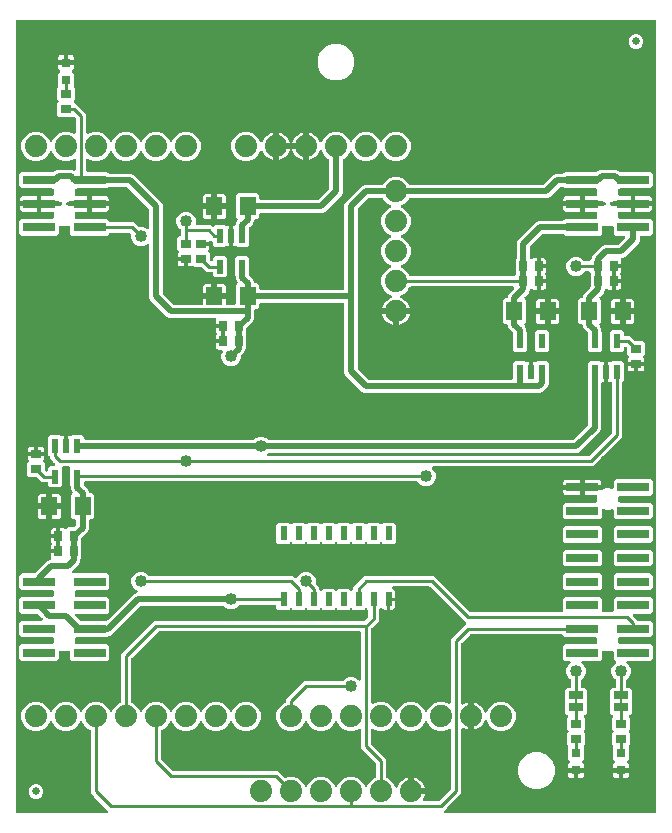
<source format=gbr>
G04 EAGLE Gerber RS-274X export*
G75*
%MOMM*%
%FSLAX34Y34*%
%LPD*%
%INTop Copper*%
%IPPOS*%
%AMOC8*
5,1,8,0,0,1.08239X$1,22.5*%
G01*
%ADD10R,0.700000X0.900000*%
%ADD11R,1.400000X1.600000*%
%ADD12R,0.900000X0.700000*%
%ADD13R,0.800000X0.800000*%
%ADD14R,0.550000X1.200000*%
%ADD15C,0.635000*%
%ADD16C,1.879600*%
%ADD17R,2.700000X0.800000*%
%ADD18R,0.600000X1.200000*%
%ADD19C,0.203200*%
%ADD20R,1.270000X0.635000*%
%ADD21C,1.016000*%
%ADD22C,0.254000*%
%ADD23C,0.508000*%

G36*
X80521Y4442D02*
X80521Y4442D01*
X80660Y4455D01*
X80679Y4462D01*
X80699Y4465D01*
X80828Y4516D01*
X80959Y4563D01*
X80976Y4574D01*
X80995Y4582D01*
X81107Y4663D01*
X81222Y4741D01*
X81236Y4757D01*
X81252Y4768D01*
X81341Y4876D01*
X81433Y4980D01*
X81442Y4998D01*
X81455Y5013D01*
X81514Y5139D01*
X81577Y5263D01*
X81582Y5283D01*
X81590Y5301D01*
X81616Y5437D01*
X81647Y5573D01*
X81646Y5594D01*
X81650Y5613D01*
X81641Y5752D01*
X81637Y5891D01*
X81632Y5911D01*
X81630Y5931D01*
X81588Y6063D01*
X81549Y6197D01*
X81539Y6214D01*
X81532Y6233D01*
X81458Y6351D01*
X81387Y6471D01*
X81369Y6492D01*
X81362Y6502D01*
X81347Y6516D01*
X81281Y6591D01*
X79130Y8743D01*
X69703Y18170D01*
X66801Y21071D01*
X66801Y73829D01*
X66798Y73858D01*
X66800Y73887D01*
X66778Y74015D01*
X66761Y74144D01*
X66751Y74171D01*
X66746Y74201D01*
X66692Y74319D01*
X66644Y74440D01*
X66627Y74464D01*
X66615Y74491D01*
X66534Y74592D01*
X66458Y74697D01*
X66435Y74716D01*
X66416Y74739D01*
X66313Y74817D01*
X66213Y74900D01*
X66186Y74913D01*
X66162Y74930D01*
X66018Y75001D01*
X64070Y75808D01*
X60568Y79310D01*
X59593Y81665D01*
X59524Y81785D01*
X59459Y81908D01*
X59445Y81923D01*
X59435Y81941D01*
X59338Y82041D01*
X59245Y82144D01*
X59228Y82155D01*
X59214Y82169D01*
X59095Y82242D01*
X58979Y82318D01*
X58960Y82325D01*
X58943Y82336D01*
X58810Y82376D01*
X58678Y82422D01*
X58658Y82423D01*
X58639Y82429D01*
X58500Y82436D01*
X58361Y82447D01*
X58341Y82443D01*
X58321Y82444D01*
X58185Y82416D01*
X58048Y82392D01*
X58029Y82384D01*
X58010Y82380D01*
X57884Y82319D01*
X57758Y82262D01*
X57742Y82249D01*
X57724Y82240D01*
X57618Y82150D01*
X57510Y82063D01*
X57497Y82047D01*
X57482Y82034D01*
X57402Y81920D01*
X57318Y81809D01*
X57306Y81784D01*
X57299Y81774D01*
X57292Y81755D01*
X57247Y81665D01*
X56272Y79310D01*
X52770Y75808D01*
X48196Y73913D01*
X43244Y73913D01*
X38670Y75808D01*
X35168Y79310D01*
X34193Y81665D01*
X34124Y81785D01*
X34059Y81908D01*
X34045Y81923D01*
X34035Y81941D01*
X33938Y82041D01*
X33845Y82144D01*
X33828Y82155D01*
X33814Y82169D01*
X33695Y82242D01*
X33579Y82318D01*
X33560Y82325D01*
X33543Y82336D01*
X33410Y82376D01*
X33278Y82422D01*
X33258Y82423D01*
X33239Y82429D01*
X33100Y82436D01*
X32961Y82447D01*
X32941Y82443D01*
X32921Y82444D01*
X32785Y82416D01*
X32648Y82392D01*
X32629Y82384D01*
X32610Y82380D01*
X32484Y82319D01*
X32358Y82262D01*
X32342Y82249D01*
X32324Y82240D01*
X32218Y82150D01*
X32110Y82063D01*
X32097Y82047D01*
X32082Y82034D01*
X32002Y81920D01*
X31918Y81809D01*
X31906Y81784D01*
X31899Y81774D01*
X31892Y81755D01*
X31847Y81665D01*
X30872Y79310D01*
X27370Y75808D01*
X22796Y73913D01*
X17844Y73913D01*
X13270Y75808D01*
X9768Y79310D01*
X7873Y83884D01*
X7873Y88836D01*
X9768Y93410D01*
X13270Y96912D01*
X17844Y98807D01*
X22796Y98807D01*
X27370Y96912D01*
X30872Y93410D01*
X31847Y91055D01*
X31916Y90935D01*
X31981Y90812D01*
X31995Y90797D01*
X32005Y90779D01*
X32102Y90679D01*
X32195Y90576D01*
X32212Y90565D01*
X32226Y90551D01*
X32344Y90478D01*
X32461Y90402D01*
X32480Y90395D01*
X32497Y90384D01*
X32630Y90344D01*
X32762Y90298D01*
X32782Y90297D01*
X32801Y90291D01*
X32940Y90284D01*
X33079Y90273D01*
X33099Y90277D01*
X33119Y90276D01*
X33255Y90304D01*
X33392Y90328D01*
X33411Y90336D01*
X33430Y90340D01*
X33555Y90401D01*
X33682Y90458D01*
X33698Y90471D01*
X33716Y90480D01*
X33822Y90570D01*
X33930Y90657D01*
X33943Y90673D01*
X33958Y90686D01*
X34038Y90800D01*
X34122Y90911D01*
X34134Y90936D01*
X34141Y90946D01*
X34148Y90965D01*
X34193Y91055D01*
X35168Y93410D01*
X38670Y96912D01*
X43244Y98807D01*
X48196Y98807D01*
X52770Y96912D01*
X56272Y93410D01*
X57247Y91055D01*
X57316Y90935D01*
X57381Y90812D01*
X57395Y90797D01*
X57405Y90779D01*
X57502Y90679D01*
X57595Y90576D01*
X57612Y90565D01*
X57626Y90551D01*
X57744Y90478D01*
X57861Y90402D01*
X57880Y90395D01*
X57897Y90384D01*
X58030Y90344D01*
X58162Y90298D01*
X58182Y90297D01*
X58201Y90291D01*
X58340Y90284D01*
X58479Y90273D01*
X58499Y90277D01*
X58519Y90276D01*
X58655Y90304D01*
X58792Y90328D01*
X58811Y90336D01*
X58830Y90340D01*
X58955Y90401D01*
X59082Y90458D01*
X59098Y90471D01*
X59116Y90480D01*
X59222Y90570D01*
X59330Y90657D01*
X59343Y90673D01*
X59358Y90686D01*
X59438Y90800D01*
X59522Y90911D01*
X59534Y90936D01*
X59541Y90946D01*
X59548Y90965D01*
X59593Y91055D01*
X60568Y93410D01*
X64070Y96912D01*
X68644Y98807D01*
X73596Y98807D01*
X78170Y96912D01*
X81672Y93410D01*
X82647Y91055D01*
X82716Y90935D01*
X82781Y90812D01*
X82795Y90797D01*
X82805Y90779D01*
X82902Y90679D01*
X82995Y90576D01*
X83012Y90565D01*
X83026Y90551D01*
X83144Y90478D01*
X83261Y90402D01*
X83280Y90395D01*
X83297Y90384D01*
X83430Y90344D01*
X83562Y90298D01*
X83582Y90297D01*
X83601Y90291D01*
X83740Y90284D01*
X83879Y90273D01*
X83899Y90277D01*
X83919Y90276D01*
X84055Y90304D01*
X84192Y90328D01*
X84211Y90336D01*
X84230Y90340D01*
X84355Y90401D01*
X84482Y90458D01*
X84498Y90471D01*
X84516Y90480D01*
X84622Y90570D01*
X84730Y90657D01*
X84743Y90673D01*
X84758Y90686D01*
X84838Y90800D01*
X84922Y90911D01*
X84934Y90936D01*
X84941Y90946D01*
X84948Y90965D01*
X84993Y91055D01*
X85968Y93410D01*
X89470Y96912D01*
X91418Y97719D01*
X91443Y97733D01*
X91471Y97743D01*
X91581Y97812D01*
X91694Y97876D01*
X91715Y97897D01*
X91740Y97913D01*
X91829Y98007D01*
X91922Y98098D01*
X91938Y98123D01*
X91958Y98144D01*
X92021Y98258D01*
X92089Y98369D01*
X92097Y98397D01*
X92112Y98423D01*
X92144Y98549D01*
X92182Y98673D01*
X92184Y98702D01*
X92191Y98731D01*
X92201Y98891D01*
X92201Y138949D01*
X120131Y166879D01*
X297405Y166879D01*
X297504Y166891D01*
X297603Y166894D01*
X297661Y166911D01*
X297721Y166919D01*
X297813Y166955D01*
X297908Y166983D01*
X297960Y167013D01*
X298017Y167036D01*
X298097Y167094D01*
X298182Y167144D01*
X298257Y167210D01*
X298274Y167222D01*
X298280Y167229D01*
X298284Y167232D01*
X298288Y167237D01*
X298303Y167250D01*
X301380Y170327D01*
X301440Y170405D01*
X301508Y170478D01*
X301537Y170531D01*
X301574Y170578D01*
X301614Y170669D01*
X301662Y170756D01*
X301677Y170815D01*
X301701Y170870D01*
X301716Y170968D01*
X301741Y171064D01*
X301747Y171164D01*
X301751Y171184D01*
X301749Y171197D01*
X301751Y171225D01*
X301751Y175841D01*
X301739Y175940D01*
X301736Y176039D01*
X301719Y176097D01*
X301711Y176157D01*
X301675Y176249D01*
X301647Y176344D01*
X301617Y176396D01*
X301594Y176453D01*
X301536Y176533D01*
X301486Y176618D01*
X301420Y176693D01*
X301408Y176710D01*
X301398Y176718D01*
X301380Y176739D01*
X300617Y177501D01*
X300523Y177574D01*
X300434Y177653D01*
X300398Y177671D01*
X300366Y177696D01*
X300257Y177743D01*
X300151Y177797D01*
X300112Y177806D01*
X300074Y177822D01*
X299957Y177841D01*
X299841Y177867D01*
X299800Y177866D01*
X299760Y177872D01*
X299642Y177861D01*
X299523Y177857D01*
X299484Y177846D01*
X299444Y177842D01*
X299332Y177802D01*
X299217Y177769D01*
X299182Y177748D01*
X299144Y177735D01*
X299046Y177668D01*
X298943Y177607D01*
X298898Y177568D01*
X298881Y177556D01*
X298868Y177541D01*
X298822Y177501D01*
X297633Y176311D01*
X289107Y176311D01*
X287917Y177501D01*
X287823Y177574D01*
X287734Y177653D01*
X287698Y177671D01*
X287666Y177696D01*
X287557Y177743D01*
X287451Y177797D01*
X287412Y177806D01*
X287374Y177822D01*
X287257Y177841D01*
X287141Y177867D01*
X287100Y177866D01*
X287060Y177872D01*
X286942Y177861D01*
X286823Y177857D01*
X286784Y177846D01*
X286744Y177842D01*
X286632Y177802D01*
X286517Y177769D01*
X286482Y177748D01*
X286444Y177735D01*
X286346Y177668D01*
X286243Y177607D01*
X286198Y177568D01*
X286181Y177556D01*
X286168Y177541D01*
X286122Y177501D01*
X284933Y176311D01*
X276407Y176311D01*
X275217Y177501D01*
X275123Y177574D01*
X275034Y177653D01*
X274998Y177671D01*
X274966Y177696D01*
X274857Y177743D01*
X274751Y177797D01*
X274712Y177806D01*
X274674Y177822D01*
X274557Y177841D01*
X274441Y177867D01*
X274400Y177866D01*
X274360Y177872D01*
X274242Y177861D01*
X274123Y177857D01*
X274084Y177846D01*
X274044Y177842D01*
X273932Y177802D01*
X273817Y177769D01*
X273782Y177748D01*
X273744Y177735D01*
X273646Y177668D01*
X273543Y177607D01*
X273498Y177568D01*
X273481Y177556D01*
X273468Y177541D01*
X273422Y177501D01*
X272233Y176311D01*
X263707Y176311D01*
X262517Y177501D01*
X262423Y177574D01*
X262334Y177653D01*
X262298Y177671D01*
X262266Y177696D01*
X262157Y177743D01*
X262051Y177797D01*
X262012Y177806D01*
X261974Y177822D01*
X261857Y177841D01*
X261741Y177867D01*
X261700Y177866D01*
X261660Y177872D01*
X261542Y177861D01*
X261423Y177857D01*
X261384Y177846D01*
X261344Y177842D01*
X261232Y177802D01*
X261117Y177769D01*
X261082Y177748D01*
X261044Y177735D01*
X260946Y177668D01*
X260843Y177607D01*
X260798Y177568D01*
X260781Y177556D01*
X260768Y177541D01*
X260722Y177501D01*
X259533Y176311D01*
X251007Y176311D01*
X249817Y177501D01*
X249723Y177574D01*
X249634Y177653D01*
X249598Y177671D01*
X249566Y177696D01*
X249457Y177743D01*
X249351Y177797D01*
X249312Y177806D01*
X249274Y177822D01*
X249157Y177841D01*
X249041Y177867D01*
X249000Y177866D01*
X248960Y177872D01*
X248842Y177861D01*
X248723Y177857D01*
X248684Y177846D01*
X248644Y177842D01*
X248532Y177802D01*
X248417Y177769D01*
X248382Y177748D01*
X248344Y177735D01*
X248246Y177668D01*
X248143Y177607D01*
X248098Y177568D01*
X248081Y177556D01*
X248068Y177541D01*
X248022Y177501D01*
X246833Y176311D01*
X238307Y176311D01*
X237117Y177501D01*
X237023Y177574D01*
X236934Y177653D01*
X236898Y177671D01*
X236866Y177696D01*
X236757Y177743D01*
X236651Y177797D01*
X236612Y177806D01*
X236574Y177822D01*
X236457Y177841D01*
X236341Y177867D01*
X236300Y177866D01*
X236260Y177872D01*
X236142Y177861D01*
X236023Y177857D01*
X235984Y177846D01*
X235944Y177842D01*
X235832Y177802D01*
X235717Y177769D01*
X235682Y177748D01*
X235644Y177735D01*
X235546Y177668D01*
X235443Y177607D01*
X235398Y177568D01*
X235381Y177556D01*
X235368Y177541D01*
X235322Y177501D01*
X234133Y176311D01*
X225607Y176311D01*
X223821Y178097D01*
X223821Y179772D01*
X223806Y179890D01*
X223799Y180009D01*
X223786Y180047D01*
X223781Y180088D01*
X223738Y180198D01*
X223701Y180311D01*
X223679Y180346D01*
X223664Y180383D01*
X223595Y180479D01*
X223531Y180580D01*
X223501Y180608D01*
X223478Y180641D01*
X223386Y180717D01*
X223299Y180798D01*
X223264Y180818D01*
X223233Y180843D01*
X223125Y180894D01*
X223021Y180952D01*
X222981Y180962D01*
X222945Y180979D01*
X222828Y181001D01*
X222713Y181031D01*
X222653Y181035D01*
X222633Y181039D01*
X222612Y181037D01*
X222552Y181041D01*
X193123Y181041D01*
X193025Y181029D01*
X192926Y181026D01*
X192867Y181009D01*
X192807Y181001D01*
X192715Y180965D01*
X192620Y180937D01*
X192568Y180907D01*
X192512Y180884D01*
X192432Y180826D01*
X192346Y180776D01*
X192271Y180710D01*
X192254Y180698D01*
X192246Y180688D01*
X192225Y180670D01*
X190025Y178469D01*
X187037Y177231D01*
X183803Y177231D01*
X180815Y178469D01*
X179885Y179400D01*
X179806Y179460D01*
X179734Y179528D01*
X179681Y179557D01*
X179633Y179594D01*
X179542Y179634D01*
X179456Y179682D01*
X179397Y179697D01*
X179342Y179721D01*
X179244Y179736D01*
X179148Y179761D01*
X179048Y179767D01*
X179027Y179771D01*
X179015Y179769D01*
X178987Y179771D01*
X109461Y179771D01*
X109362Y179759D01*
X109263Y179756D01*
X109205Y179739D01*
X109145Y179731D01*
X109053Y179695D01*
X108958Y179667D01*
X108906Y179637D01*
X108849Y179614D01*
X108769Y179556D01*
X108684Y179506D01*
X108609Y179440D01*
X108592Y179428D01*
X108584Y179418D01*
X108563Y179400D01*
X84786Y155622D01*
X82732Y154771D01*
X82569Y154771D01*
X82470Y154759D01*
X82371Y154756D01*
X82313Y154739D01*
X82253Y154731D01*
X82161Y154695D01*
X82066Y154667D01*
X82014Y154637D01*
X81957Y154614D01*
X81877Y154556D01*
X81792Y154506D01*
X81717Y154440D01*
X81700Y154428D01*
X81692Y154418D01*
X81671Y154400D01*
X80583Y153311D01*
X54638Y153311D01*
X54520Y153296D01*
X54401Y153289D01*
X54363Y153276D01*
X54322Y153271D01*
X54212Y153228D01*
X54099Y153191D01*
X54064Y153169D01*
X54027Y153154D01*
X53931Y153085D01*
X53830Y153021D01*
X53802Y152991D01*
X53769Y152968D01*
X53693Y152876D01*
X53612Y152789D01*
X53592Y152754D01*
X53567Y152723D01*
X53516Y152615D01*
X53458Y152511D01*
X53448Y152471D01*
X53431Y152435D01*
X53409Y152318D01*
X53379Y152203D01*
X53375Y152143D01*
X53371Y152123D01*
X53373Y152102D01*
X53369Y152042D01*
X53369Y148678D01*
X53384Y148560D01*
X53391Y148441D01*
X53404Y148403D01*
X53409Y148362D01*
X53452Y148252D01*
X53489Y148139D01*
X53511Y148104D01*
X53526Y148067D01*
X53595Y147971D01*
X53659Y147870D01*
X53689Y147842D01*
X53712Y147809D01*
X53804Y147733D01*
X53891Y147652D01*
X53926Y147632D01*
X53957Y147607D01*
X54065Y147556D01*
X54169Y147498D01*
X54209Y147488D01*
X54245Y147471D01*
X54362Y147449D01*
X54477Y147419D01*
X54537Y147415D01*
X54557Y147411D01*
X54578Y147413D01*
X54638Y147409D01*
X80583Y147409D01*
X82369Y145623D01*
X82369Y135097D01*
X80583Y133311D01*
X51057Y133311D01*
X49271Y135097D01*
X49271Y140717D01*
X49265Y140766D01*
X49267Y140816D01*
X49245Y140923D01*
X49231Y141033D01*
X49213Y141079D01*
X49203Y141127D01*
X49155Y141226D01*
X49114Y141328D01*
X49085Y141369D01*
X49063Y141413D01*
X48992Y141497D01*
X48928Y141586D01*
X48889Y141617D01*
X48857Y141655D01*
X48767Y141718D01*
X48683Y141788D01*
X48638Y141810D01*
X48597Y141838D01*
X48494Y141877D01*
X48395Y141924D01*
X48346Y141933D01*
X48300Y141951D01*
X48190Y141963D01*
X48083Y141984D01*
X48033Y141981D01*
X47984Y141986D01*
X47875Y141971D01*
X47765Y141964D01*
X47718Y141949D01*
X47669Y141942D01*
X47516Y141890D01*
X46120Y141311D01*
X42520Y141311D01*
X41124Y141890D01*
X41076Y141903D01*
X41031Y141924D01*
X40923Y141945D01*
X40817Y141974D01*
X40767Y141974D01*
X40718Y141984D01*
X40609Y141977D01*
X40499Y141979D01*
X40451Y141967D01*
X40401Y141964D01*
X40297Y141930D01*
X40190Y141905D01*
X40146Y141881D01*
X40099Y141866D01*
X40006Y141807D01*
X39909Y141756D01*
X39872Y141722D01*
X39830Y141696D01*
X39755Y141616D01*
X39673Y141542D01*
X39646Y141500D01*
X39612Y141464D01*
X39559Y141368D01*
X39499Y141276D01*
X39482Y141229D01*
X39458Y141186D01*
X39431Y141079D01*
X39395Y140975D01*
X39391Y140926D01*
X39379Y140878D01*
X39369Y140717D01*
X39369Y135097D01*
X37583Y133311D01*
X8057Y133311D01*
X6271Y135097D01*
X6271Y145623D01*
X8057Y147409D01*
X34002Y147409D01*
X34120Y147424D01*
X34239Y147431D01*
X34277Y147444D01*
X34318Y147449D01*
X34428Y147492D01*
X34541Y147529D01*
X34576Y147551D01*
X34613Y147566D01*
X34709Y147635D01*
X34810Y147699D01*
X34838Y147729D01*
X34871Y147752D01*
X34947Y147844D01*
X35028Y147931D01*
X35048Y147966D01*
X35073Y147997D01*
X35124Y148105D01*
X35182Y148209D01*
X35192Y148249D01*
X35209Y148285D01*
X35231Y148402D01*
X35261Y148517D01*
X35265Y148577D01*
X35269Y148597D01*
X35267Y148618D01*
X35271Y148678D01*
X35271Y152042D01*
X35256Y152160D01*
X35249Y152279D01*
X35236Y152317D01*
X35231Y152358D01*
X35188Y152468D01*
X35151Y152581D01*
X35129Y152616D01*
X35114Y152653D01*
X35045Y152749D01*
X34981Y152850D01*
X34951Y152878D01*
X34928Y152911D01*
X34836Y152987D01*
X34749Y153068D01*
X34714Y153088D01*
X34683Y153113D01*
X34575Y153164D01*
X34471Y153222D01*
X34431Y153232D01*
X34395Y153249D01*
X34278Y153271D01*
X34163Y153301D01*
X34103Y153305D01*
X34083Y153309D01*
X34062Y153307D01*
X34002Y153311D01*
X8057Y153311D01*
X6271Y155097D01*
X6271Y165623D01*
X8057Y167409D01*
X24803Y167409D01*
X24941Y167426D01*
X25080Y167439D01*
X25099Y167446D01*
X25119Y167449D01*
X25248Y167500D01*
X25379Y167547D01*
X25396Y167558D01*
X25415Y167566D01*
X25527Y167647D01*
X25642Y167725D01*
X25656Y167741D01*
X25672Y167752D01*
X25761Y167860D01*
X25853Y167964D01*
X25862Y167982D01*
X25875Y167997D01*
X25934Y168123D01*
X25997Y168247D01*
X26002Y168267D01*
X26010Y168285D01*
X26036Y168421D01*
X26067Y168557D01*
X26066Y168578D01*
X26070Y168597D01*
X26061Y168736D01*
X26057Y168875D01*
X26052Y168895D01*
X26050Y168915D01*
X26008Y169047D01*
X25969Y169181D01*
X25959Y169198D01*
X25952Y169217D01*
X25878Y169335D01*
X25807Y169455D01*
X25789Y169476D01*
X25782Y169486D01*
X25767Y169500D01*
X25701Y169575D01*
X22337Y172940D01*
X22259Y173000D01*
X22186Y173068D01*
X22133Y173097D01*
X22086Y173134D01*
X21995Y173174D01*
X21908Y173222D01*
X21849Y173237D01*
X21794Y173261D01*
X21696Y173276D01*
X21600Y173301D01*
X21500Y173307D01*
X21480Y173311D01*
X21467Y173309D01*
X21439Y173311D01*
X8057Y173311D01*
X6271Y175097D01*
X6271Y185623D01*
X8057Y187409D01*
X34002Y187409D01*
X34120Y187424D01*
X34239Y187431D01*
X34277Y187444D01*
X34318Y187449D01*
X34428Y187492D01*
X34541Y187529D01*
X34576Y187551D01*
X34613Y187566D01*
X34709Y187635D01*
X34810Y187699D01*
X34838Y187729D01*
X34871Y187752D01*
X34947Y187844D01*
X35028Y187931D01*
X35048Y187966D01*
X35073Y187997D01*
X35124Y188105D01*
X35182Y188209D01*
X35192Y188249D01*
X35209Y188285D01*
X35231Y188402D01*
X35261Y188517D01*
X35265Y188577D01*
X35269Y188597D01*
X35267Y188618D01*
X35271Y188678D01*
X35271Y192042D01*
X35256Y192160D01*
X35249Y192279D01*
X35236Y192317D01*
X35231Y192358D01*
X35188Y192468D01*
X35151Y192581D01*
X35129Y192616D01*
X35114Y192653D01*
X35045Y192749D01*
X34981Y192850D01*
X34951Y192878D01*
X34928Y192911D01*
X34836Y192987D01*
X34749Y193068D01*
X34714Y193088D01*
X34683Y193113D01*
X34575Y193164D01*
X34471Y193222D01*
X34431Y193232D01*
X34395Y193249D01*
X34278Y193271D01*
X34163Y193301D01*
X34103Y193305D01*
X34083Y193309D01*
X34062Y193307D01*
X34002Y193311D01*
X8057Y193311D01*
X6271Y195097D01*
X6271Y205623D01*
X8057Y207409D01*
X18639Y207409D01*
X18738Y207421D01*
X18837Y207424D01*
X18895Y207441D01*
X18955Y207449D01*
X19047Y207485D01*
X19142Y207513D01*
X19194Y207543D01*
X19251Y207566D01*
X19331Y207624D01*
X19416Y207674D01*
X19491Y207740D01*
X19508Y207752D01*
X19516Y207762D01*
X19537Y207780D01*
X29854Y218098D01*
X31908Y218949D01*
X32135Y218949D01*
X32260Y218965D01*
X32385Y218974D01*
X32417Y218984D01*
X32451Y218989D01*
X32568Y219035D01*
X32687Y219075D01*
X32715Y219093D01*
X32746Y219106D01*
X32848Y219179D01*
X32954Y219248D01*
X32977Y219273D01*
X33004Y219292D01*
X33084Y219389D01*
X33169Y219482D01*
X33185Y219511D01*
X33207Y219537D01*
X33260Y219651D01*
X33320Y219762D01*
X33328Y219795D01*
X33342Y219825D01*
X33366Y219948D01*
X33396Y220071D01*
X33396Y220104D01*
X33402Y220137D01*
X33394Y220263D01*
X33393Y220389D01*
X33383Y220437D01*
X33382Y220455D01*
X33376Y220475D01*
X33361Y220547D01*
X33179Y221226D01*
X33179Y224311D01*
X38740Y224311D01*
X38858Y224326D01*
X38977Y224333D01*
X39015Y224345D01*
X39055Y224351D01*
X39166Y224394D01*
X39279Y224431D01*
X39313Y224453D01*
X39351Y224468D01*
X39447Y224537D01*
X39548Y224601D01*
X39576Y224631D01*
X39608Y224654D01*
X39684Y224746D01*
X39766Y224833D01*
X39785Y224868D01*
X39811Y224899D01*
X39862Y225007D01*
X39919Y225111D01*
X39929Y225151D01*
X39947Y225187D01*
X39969Y225304D01*
X39975Y225306D01*
X40016Y225311D01*
X40126Y225355D01*
X40239Y225391D01*
X40274Y225413D01*
X40311Y225428D01*
X40407Y225498D01*
X40508Y225561D01*
X40536Y225591D01*
X40569Y225615D01*
X40645Y225706D01*
X40726Y225793D01*
X40746Y225828D01*
X40771Y225860D01*
X40822Y225967D01*
X40880Y226072D01*
X40890Y226111D01*
X40907Y226147D01*
X40929Y226264D01*
X40959Y226380D01*
X40963Y226440D01*
X40967Y226460D01*
X40967Y226462D01*
X40967Y226463D01*
X40966Y226482D01*
X40969Y226540D01*
X40969Y238280D01*
X40954Y238398D01*
X40947Y238517D01*
X40934Y238555D01*
X40929Y238595D01*
X40886Y238706D01*
X40870Y238754D01*
X40880Y238772D01*
X40890Y238811D01*
X40907Y238847D01*
X40929Y238964D01*
X40959Y239080D01*
X40963Y239140D01*
X40967Y239160D01*
X40965Y239180D01*
X40969Y239240D01*
X40969Y245801D01*
X43054Y245801D01*
X43701Y245628D01*
X44280Y245293D01*
X44463Y245110D01*
X44557Y245037D01*
X44647Y244958D01*
X44683Y244940D01*
X44715Y244915D01*
X44824Y244868D01*
X44930Y244813D01*
X44969Y244805D01*
X45006Y244789D01*
X45124Y244770D01*
X45240Y244744D01*
X45281Y244745D01*
X45321Y244739D01*
X45439Y244750D01*
X45558Y244753D01*
X45597Y244765D01*
X45637Y244769D01*
X45749Y244809D01*
X45864Y244842D01*
X45898Y244862D01*
X45936Y244876D01*
X46035Y244943D01*
X46137Y245003D01*
X46183Y245043D01*
X46200Y245055D01*
X46213Y245070D01*
X46258Y245110D01*
X47457Y246309D01*
X51339Y246309D01*
X51438Y246321D01*
X51537Y246324D01*
X51595Y246341D01*
X51655Y246349D01*
X51747Y246385D01*
X51842Y246413D01*
X51894Y246443D01*
X51951Y246466D01*
X52031Y246524D01*
X52116Y246574D01*
X52191Y246640D01*
X52208Y246652D01*
X52216Y246662D01*
X52237Y246680D01*
X53760Y248203D01*
X53820Y248281D01*
X53888Y248354D01*
X53917Y248407D01*
X53954Y248454D01*
X53994Y248545D01*
X54042Y248632D01*
X54057Y248691D01*
X54081Y248746D01*
X54096Y248844D01*
X54121Y248940D01*
X54127Y249040D01*
X54131Y249060D01*
X54129Y249073D01*
X54131Y249101D01*
X54131Y251842D01*
X54116Y251960D01*
X54109Y252079D01*
X54096Y252117D01*
X54091Y252158D01*
X54048Y252268D01*
X54011Y252381D01*
X53989Y252416D01*
X53974Y252453D01*
X53905Y252549D01*
X53841Y252650D01*
X53811Y252678D01*
X53788Y252711D01*
X53696Y252787D01*
X53609Y252868D01*
X53574Y252888D01*
X53543Y252913D01*
X53435Y252964D01*
X53331Y253022D01*
X53291Y253032D01*
X53255Y253049D01*
X53138Y253071D01*
X53023Y253101D01*
X52963Y253105D01*
X52943Y253109D01*
X52922Y253107D01*
X52862Y253111D01*
X51457Y253111D01*
X49671Y254897D01*
X49671Y273423D01*
X50915Y274666D01*
X50988Y274761D01*
X51067Y274850D01*
X51085Y274886D01*
X51110Y274918D01*
X51157Y275027D01*
X51211Y275133D01*
X51220Y275173D01*
X51236Y275210D01*
X51255Y275327D01*
X51281Y275443D01*
X51280Y275484D01*
X51286Y275524D01*
X51275Y275643D01*
X51271Y275761D01*
X51260Y275800D01*
X51256Y275840D01*
X51216Y275953D01*
X51183Y276067D01*
X51162Y276102D01*
X51149Y276140D01*
X51082Y276238D01*
X51021Y276341D01*
X50981Y276386D01*
X50970Y276403D01*
X50955Y276416D01*
X50915Y276461D01*
X50482Y276894D01*
X49631Y278948D01*
X49631Y281260D01*
X49619Y281359D01*
X49616Y281458D01*
X49599Y281516D01*
X49591Y281576D01*
X49555Y281668D01*
X49527Y281763D01*
X49497Y281815D01*
X49474Y281872D01*
X49421Y281945D01*
X49421Y296672D01*
X49406Y296790D01*
X49399Y296909D01*
X49386Y296947D01*
X49381Y296988D01*
X49338Y297098D01*
X49301Y297211D01*
X49279Y297246D01*
X49264Y297283D01*
X49195Y297379D01*
X49131Y297480D01*
X49101Y297508D01*
X49078Y297541D01*
X48986Y297617D01*
X48899Y297698D01*
X48864Y297718D01*
X48833Y297743D01*
X48725Y297794D01*
X48621Y297852D01*
X48581Y297862D01*
X48545Y297879D01*
X48428Y297901D01*
X48313Y297931D01*
X48253Y297935D01*
X48233Y297939D01*
X48212Y297937D01*
X48152Y297941D01*
X43288Y297941D01*
X43170Y297926D01*
X43051Y297919D01*
X43013Y297906D01*
X42972Y297901D01*
X42862Y297858D01*
X42749Y297821D01*
X42714Y297799D01*
X42677Y297784D01*
X42581Y297715D01*
X42480Y297651D01*
X42452Y297621D01*
X42419Y297598D01*
X42343Y297506D01*
X42262Y297419D01*
X42242Y297384D01*
X42217Y297353D01*
X42166Y297245D01*
X42108Y297141D01*
X42098Y297101D01*
X42081Y297065D01*
X42059Y296948D01*
X42029Y296833D01*
X42025Y296773D01*
X42021Y296753D01*
X42023Y296732D01*
X42019Y296672D01*
X42019Y281996D01*
X40233Y280210D01*
X32207Y280210D01*
X30421Y281996D01*
X30421Y283671D01*
X30406Y283789D01*
X30399Y283908D01*
X30386Y283946D01*
X30381Y283987D01*
X30338Y284097D01*
X30301Y284210D01*
X30279Y284245D01*
X30264Y284282D01*
X30195Y284378D01*
X30131Y284479D01*
X30101Y284507D01*
X30078Y284540D01*
X29986Y284616D01*
X29899Y284697D01*
X29864Y284717D01*
X29833Y284742D01*
X29725Y284793D01*
X29621Y284851D01*
X29581Y284861D01*
X29545Y284878D01*
X29428Y284900D01*
X29313Y284930D01*
X29253Y284934D01*
X29233Y284938D01*
X29212Y284936D01*
X29152Y284940D01*
X25032Y284940D01*
X21133Y288840D01*
X21055Y288900D01*
X20983Y288968D01*
X20930Y288997D01*
X20882Y289034D01*
X20791Y289074D01*
X20704Y289122D01*
X20645Y289137D01*
X20590Y289161D01*
X20492Y289176D01*
X20396Y289201D01*
X20296Y289207D01*
X20276Y289211D01*
X20263Y289209D01*
X20235Y289211D01*
X14557Y289211D01*
X12771Y290997D01*
X12771Y300523D01*
X13970Y301722D01*
X14043Y301816D01*
X14122Y301905D01*
X14140Y301941D01*
X14165Y301973D01*
X14212Y302082D01*
X14267Y302188D01*
X14275Y302228D01*
X14291Y302265D01*
X14310Y302383D01*
X14336Y302499D01*
X14335Y302539D01*
X14341Y302579D01*
X14330Y302698D01*
X14327Y302816D01*
X14315Y302855D01*
X14311Y302896D01*
X14271Y303008D01*
X14238Y303122D01*
X14218Y303157D01*
X14204Y303195D01*
X14137Y303293D01*
X14077Y303396D01*
X14037Y303441D01*
X14025Y303458D01*
X14010Y303471D01*
X13970Y303517D01*
X13787Y303700D01*
X13452Y304279D01*
X13279Y304926D01*
X13279Y307011D01*
X19840Y307011D01*
X19958Y307026D01*
X20077Y307033D01*
X20115Y307045D01*
X20155Y307051D01*
X20266Y307094D01*
X20314Y307110D01*
X20332Y307100D01*
X20371Y307090D01*
X20407Y307073D01*
X20524Y307051D01*
X20640Y307021D01*
X20700Y307017D01*
X20720Y307013D01*
X20740Y307015D01*
X20800Y307011D01*
X27361Y307011D01*
X27361Y304926D01*
X27188Y304279D01*
X26853Y303700D01*
X26670Y303517D01*
X26597Y303423D01*
X26518Y303333D01*
X26500Y303297D01*
X26475Y303265D01*
X26428Y303156D01*
X26373Y303050D01*
X26365Y303011D01*
X26349Y302974D01*
X26330Y302856D01*
X26304Y302740D01*
X26305Y302699D01*
X26299Y302659D01*
X26310Y302541D01*
X26313Y302422D01*
X26325Y302383D01*
X26329Y302343D01*
X26369Y302231D01*
X26402Y302116D01*
X26422Y302082D01*
X26436Y302044D01*
X26503Y301945D01*
X26563Y301843D01*
X26603Y301797D01*
X26615Y301780D01*
X26630Y301767D01*
X26670Y301722D01*
X27869Y300523D01*
X27869Y294847D01*
X27884Y294729D01*
X27891Y294610D01*
X27904Y294572D01*
X27909Y294531D01*
X27952Y294421D01*
X27989Y294308D01*
X28011Y294273D01*
X28026Y294236D01*
X28095Y294140D01*
X28159Y294039D01*
X28189Y294011D01*
X28212Y293978D01*
X28304Y293902D01*
X28391Y293821D01*
X28426Y293801D01*
X28457Y293776D01*
X28565Y293725D01*
X28669Y293667D01*
X28709Y293657D01*
X28745Y293640D01*
X28862Y293618D01*
X28977Y293588D01*
X29037Y293584D01*
X29057Y293580D01*
X29068Y293581D01*
X29072Y293580D01*
X29085Y293581D01*
X29138Y293578D01*
X29152Y293578D01*
X29270Y293593D01*
X29389Y293600D01*
X29427Y293613D01*
X29468Y293618D01*
X29578Y293661D01*
X29691Y293698D01*
X29726Y293720D01*
X29763Y293735D01*
X29859Y293804D01*
X29960Y293868D01*
X29988Y293898D01*
X30021Y293921D01*
X30097Y294013D01*
X30178Y294100D01*
X30198Y294135D01*
X30223Y294166D01*
X30274Y294274D01*
X30332Y294378D01*
X30342Y294418D01*
X30359Y294454D01*
X30381Y294571D01*
X30411Y294686D01*
X30415Y294746D01*
X30419Y294766D01*
X30417Y294787D01*
X30421Y294847D01*
X30421Y296522D01*
X32207Y298308D01*
X35420Y298308D01*
X35558Y298325D01*
X35697Y298338D01*
X35716Y298345D01*
X35736Y298348D01*
X35865Y298399D01*
X35996Y298446D01*
X36013Y298457D01*
X36032Y298465D01*
X36144Y298546D01*
X36259Y298624D01*
X36273Y298640D01*
X36289Y298651D01*
X36378Y298759D01*
X36470Y298863D01*
X36479Y298881D01*
X36492Y298896D01*
X36551Y299022D01*
X36614Y299146D01*
X36619Y299166D01*
X36627Y299184D01*
X36653Y299320D01*
X36684Y299456D01*
X36683Y299477D01*
X36687Y299496D01*
X36678Y299635D01*
X36674Y299774D01*
X36669Y299794D01*
X36667Y299814D01*
X36625Y299945D01*
X36586Y300080D01*
X36576Y300097D01*
X36569Y300116D01*
X36495Y300234D01*
X36424Y300354D01*
X36406Y300375D01*
X36399Y300385D01*
X36384Y300399D01*
X36318Y300475D01*
X35950Y300843D01*
X34803Y301990D01*
X31901Y304891D01*
X31901Y305992D01*
X31889Y306091D01*
X31886Y306190D01*
X31869Y306248D01*
X31861Y306308D01*
X31825Y306400D01*
X31797Y306495D01*
X31767Y306547D01*
X31744Y306604D01*
X31686Y306684D01*
X31636Y306769D01*
X31570Y306844D01*
X31558Y306861D01*
X31548Y306869D01*
X31530Y306890D01*
X30421Y307998D01*
X30421Y322524D01*
X32207Y324310D01*
X40233Y324310D01*
X40623Y323920D01*
X40707Y323855D01*
X40784Y323783D01*
X40832Y323758D01*
X40874Y323725D01*
X40971Y323683D01*
X41064Y323633D01*
X41117Y323620D01*
X41166Y323598D01*
X41271Y323582D01*
X41373Y323556D01*
X41427Y323557D01*
X41480Y323548D01*
X41586Y323558D01*
X41691Y323559D01*
X41775Y323576D01*
X41797Y323578D01*
X41812Y323583D01*
X41849Y323591D01*
X42636Y323802D01*
X44346Y323802D01*
X44346Y315366D01*
X44361Y315248D01*
X44368Y315129D01*
X44380Y315091D01*
X44386Y315051D01*
X44429Y314940D01*
X44466Y314827D01*
X44488Y314793D01*
X44503Y314755D01*
X44572Y314659D01*
X44636Y314558D01*
X44666Y314530D01*
X44689Y314498D01*
X44781Y314422D01*
X44868Y314340D01*
X44903Y314321D01*
X44934Y314295D01*
X45042Y314244D01*
X45146Y314187D01*
X45186Y314177D01*
X45222Y314159D01*
X45339Y314137D01*
X45454Y314107D01*
X45514Y314103D01*
X45534Y314100D01*
X45555Y314101D01*
X45615Y314097D01*
X45825Y314097D01*
X45943Y314112D01*
X46062Y314119D01*
X46100Y314132D01*
X46141Y314137D01*
X46251Y314181D01*
X46364Y314217D01*
X46399Y314239D01*
X46436Y314254D01*
X46532Y314324D01*
X46633Y314387D01*
X46661Y314417D01*
X46694Y314441D01*
X46770Y314532D01*
X46851Y314619D01*
X46871Y314654D01*
X46896Y314686D01*
X46947Y314793D01*
X47005Y314898D01*
X47015Y314937D01*
X47032Y314973D01*
X47054Y315090D01*
X47084Y315206D01*
X47088Y315266D01*
X47092Y315286D01*
X47091Y315304D01*
X47092Y315310D01*
X47091Y315318D01*
X47094Y315366D01*
X47094Y323802D01*
X48804Y323802D01*
X49591Y323591D01*
X49696Y323577D01*
X49799Y323553D01*
X49853Y323555D01*
X49906Y323548D01*
X50011Y323560D01*
X50117Y323563D01*
X50168Y323578D01*
X50222Y323584D01*
X50321Y323622D01*
X50422Y323652D01*
X50469Y323679D01*
X50519Y323698D01*
X50605Y323759D01*
X50696Y323813D01*
X50760Y323870D01*
X50778Y323882D01*
X50788Y323894D01*
X50817Y323920D01*
X51207Y324310D01*
X59233Y324310D01*
X61019Y322524D01*
X61019Y321818D01*
X61034Y321700D01*
X61041Y321581D01*
X61054Y321543D01*
X61059Y321502D01*
X61102Y321392D01*
X61139Y321279D01*
X61161Y321244D01*
X61176Y321207D01*
X61245Y321111D01*
X61309Y321010D01*
X61339Y320982D01*
X61362Y320949D01*
X61454Y320873D01*
X61541Y320792D01*
X61576Y320772D01*
X61607Y320747D01*
X61715Y320696D01*
X61819Y320638D01*
X61859Y320628D01*
X61895Y320611D01*
X62012Y320589D01*
X62127Y320559D01*
X62187Y320555D01*
X62207Y320551D01*
X62228Y320553D01*
X62288Y320549D01*
X204387Y320549D01*
X204485Y320561D01*
X204584Y320564D01*
X204643Y320581D01*
X204703Y320589D01*
X204795Y320625D01*
X204890Y320653D01*
X204942Y320683D01*
X204998Y320706D01*
X205079Y320764D01*
X205164Y320814D01*
X205239Y320880D01*
X205256Y320892D01*
X205264Y320902D01*
X205285Y320921D01*
X206215Y321851D01*
X209203Y323089D01*
X212437Y323089D01*
X215425Y321851D01*
X216355Y320921D01*
X216433Y320860D01*
X216506Y320792D01*
X216559Y320763D01*
X216607Y320726D01*
X216697Y320686D01*
X216784Y320638D01*
X216843Y320623D01*
X216898Y320599D01*
X216996Y320584D01*
X217092Y320559D01*
X217192Y320553D01*
X217212Y320549D01*
X217225Y320551D01*
X217253Y320549D01*
X474679Y320549D01*
X474778Y320561D01*
X474877Y320564D01*
X474935Y320581D01*
X474995Y320589D01*
X475087Y320625D01*
X475182Y320653D01*
X475234Y320683D01*
X475291Y320706D01*
X475371Y320764D01*
X475456Y320814D01*
X475531Y320880D01*
X475548Y320892D01*
X475556Y320902D01*
X475577Y320920D01*
X487460Y332803D01*
X487520Y332881D01*
X487588Y332954D01*
X487617Y333007D01*
X487654Y333054D01*
X487694Y333145D01*
X487742Y333232D01*
X487757Y333291D01*
X487781Y333346D01*
X487796Y333444D01*
X487821Y333540D01*
X487827Y333640D01*
X487831Y333660D01*
X487829Y333673D01*
X487831Y333701D01*
X487831Y370160D01*
X487819Y370259D01*
X487816Y370358D01*
X487799Y370416D01*
X487791Y370476D01*
X487755Y370568D01*
X487727Y370663D01*
X487697Y370715D01*
X487674Y370772D01*
X487621Y370845D01*
X487621Y385422D01*
X489407Y387208D01*
X497433Y387208D01*
X497823Y386818D01*
X497907Y386753D01*
X497933Y386728D01*
X497950Y386712D01*
X497951Y386712D01*
X497984Y386681D01*
X498032Y386656D01*
X498074Y386623D01*
X498171Y386581D01*
X498264Y386531D01*
X498317Y386518D01*
X498366Y386496D01*
X498471Y386480D01*
X498573Y386454D01*
X498627Y386455D01*
X498680Y386446D01*
X498786Y386456D01*
X498891Y386457D01*
X498975Y386474D01*
X498997Y386476D01*
X499012Y386481D01*
X499049Y386489D01*
X499836Y386700D01*
X501546Y386700D01*
X501546Y378264D01*
X501555Y378194D01*
X501552Y378154D01*
X501548Y378134D01*
X501550Y378114D01*
X501546Y378054D01*
X501546Y369618D01*
X500278Y369618D01*
X500160Y369603D01*
X500041Y369596D01*
X500003Y369583D01*
X499962Y369578D01*
X499852Y369535D01*
X499739Y369498D01*
X499704Y369476D01*
X499667Y369461D01*
X499571Y369392D01*
X499470Y369328D01*
X499442Y369298D01*
X499409Y369275D01*
X499333Y369183D01*
X499252Y369096D01*
X499232Y369061D01*
X499207Y369030D01*
X499156Y368922D01*
X499098Y368818D01*
X499088Y368778D01*
X499071Y368742D01*
X499049Y368625D01*
X499019Y368510D01*
X499015Y368450D01*
X499011Y368430D01*
X499013Y368409D01*
X499009Y368349D01*
X499009Y329748D01*
X498158Y327694D01*
X480686Y310222D01*
X478632Y309371D01*
X217253Y309371D01*
X217155Y309359D01*
X217056Y309356D01*
X216997Y309339D01*
X216937Y309331D01*
X216845Y309295D01*
X216750Y309267D01*
X216698Y309237D01*
X216642Y309214D01*
X216562Y309156D01*
X216476Y309106D01*
X216401Y309040D01*
X216384Y309028D01*
X216376Y309018D01*
X216355Y309000D01*
X216101Y308745D01*
X216016Y308636D01*
X215927Y308529D01*
X215919Y308510D01*
X215906Y308494D01*
X215851Y308366D01*
X215792Y308241D01*
X215788Y308221D01*
X215780Y308202D01*
X215758Y308064D01*
X215732Y307928D01*
X215733Y307908D01*
X215730Y307888D01*
X215743Y307749D01*
X215752Y307611D01*
X215758Y307592D01*
X215760Y307572D01*
X215807Y307440D01*
X215850Y307309D01*
X215861Y307291D01*
X215868Y307272D01*
X215946Y307157D01*
X216020Y307040D01*
X216035Y307026D01*
X216046Y307009D01*
X216150Y306917D01*
X216252Y306822D01*
X216269Y306812D01*
X216285Y306799D01*
X216408Y306735D01*
X216530Y306668D01*
X216550Y306663D01*
X216568Y306654D01*
X216704Y306624D01*
X216838Y306589D01*
X216866Y306587D01*
X216878Y306584D01*
X216899Y306585D01*
X216999Y306579D01*
X487905Y306579D01*
X488004Y306591D01*
X488103Y306594D01*
X488161Y306611D01*
X488221Y306619D01*
X488313Y306655D01*
X488408Y306683D01*
X488460Y306713D01*
X488517Y306736D01*
X488597Y306794D01*
X488682Y306844D01*
X488757Y306910D01*
X488774Y306922D01*
X488782Y306932D01*
X488803Y306950D01*
X507730Y325877D01*
X507790Y325955D01*
X507858Y326028D01*
X507887Y326081D01*
X507924Y326128D01*
X507964Y326219D01*
X508012Y326306D01*
X508027Y326365D01*
X508051Y326420D01*
X508066Y326518D01*
X508091Y326614D01*
X508097Y326714D01*
X508101Y326734D01*
X508099Y326747D01*
X508101Y326775D01*
X508101Y368526D01*
X508086Y368651D01*
X508076Y368776D01*
X508066Y368808D01*
X508061Y368842D01*
X508015Y368958D01*
X507975Y369078D01*
X507957Y369106D01*
X507944Y369137D01*
X507871Y369239D01*
X507802Y369344D01*
X507777Y369367D01*
X507758Y369395D01*
X507661Y369475D01*
X507568Y369560D01*
X507539Y369576D01*
X507513Y369597D01*
X507399Y369651D01*
X507288Y369710D01*
X507255Y369719D01*
X507225Y369733D01*
X507101Y369757D01*
X506979Y369787D01*
X506946Y369786D01*
X506913Y369793D01*
X506787Y369785D01*
X506661Y369784D01*
X506613Y369774D01*
X506595Y369773D01*
X506575Y369766D01*
X506503Y369752D01*
X506004Y369618D01*
X504294Y369618D01*
X504294Y378054D01*
X504285Y378124D01*
X504288Y378164D01*
X504292Y378184D01*
X504290Y378204D01*
X504294Y378264D01*
X504294Y386700D01*
X506004Y386700D01*
X506791Y386489D01*
X506896Y386475D01*
X506999Y386451D01*
X507053Y386453D01*
X507106Y386446D01*
X507211Y386458D01*
X507317Y386461D01*
X507368Y386476D01*
X507422Y386482D01*
X507521Y386520D01*
X507622Y386550D01*
X507669Y386577D01*
X507719Y386596D01*
X507805Y386657D01*
X507896Y386711D01*
X507960Y386768D01*
X507978Y386780D01*
X507988Y386792D01*
X508017Y386818D01*
X508407Y387208D01*
X516433Y387208D01*
X518219Y385422D01*
X518219Y370896D01*
X517110Y369788D01*
X517050Y369710D01*
X516982Y369638D01*
X516953Y369584D01*
X516916Y369537D01*
X516876Y369446D01*
X516828Y369359D01*
X516813Y369300D01*
X516789Y369245D01*
X516774Y369147D01*
X516749Y369051D01*
X516743Y368951D01*
X516739Y368931D01*
X516741Y368918D01*
X516739Y368890D01*
X516739Y322671D01*
X492009Y297941D01*
X356699Y297941D01*
X356561Y297924D01*
X356422Y297911D01*
X356403Y297904D01*
X356383Y297901D01*
X356254Y297850D01*
X356123Y297803D01*
X356106Y297792D01*
X356088Y297784D01*
X355975Y297703D01*
X355860Y297625D01*
X355847Y297609D01*
X355830Y297598D01*
X355741Y297490D01*
X355649Y297386D01*
X355640Y297368D01*
X355627Y297353D01*
X355568Y297227D01*
X355505Y297103D01*
X355500Y297083D01*
X355492Y297065D01*
X355466Y296928D01*
X355435Y296793D01*
X355436Y296772D01*
X355432Y296753D01*
X355441Y296614D01*
X355445Y296475D01*
X355451Y296455D01*
X355452Y296435D01*
X355495Y296303D01*
X355533Y296169D01*
X355544Y296152D01*
X355550Y296133D01*
X355624Y296015D01*
X355695Y295895D01*
X355713Y295874D01*
X355720Y295864D01*
X355735Y295850D01*
X355801Y295775D01*
X357411Y294165D01*
X358649Y291177D01*
X358649Y287943D01*
X357411Y284955D01*
X355125Y282669D01*
X352137Y281431D01*
X348903Y281431D01*
X345915Y282669D01*
X343715Y284870D01*
X343636Y284930D01*
X343564Y284998D01*
X343511Y285027D01*
X343463Y285064D01*
X343372Y285104D01*
X343286Y285152D01*
X343227Y285167D01*
X343172Y285191D01*
X343074Y285206D01*
X342978Y285231D01*
X342878Y285237D01*
X342857Y285241D01*
X342845Y285239D01*
X342817Y285241D01*
X62288Y285241D01*
X62170Y285226D01*
X62051Y285219D01*
X62013Y285206D01*
X61972Y285201D01*
X61862Y285158D01*
X61749Y285121D01*
X61714Y285099D01*
X61677Y285084D01*
X61581Y285015D01*
X61480Y284951D01*
X61452Y284921D01*
X61419Y284898D01*
X61343Y284806D01*
X61262Y284719D01*
X61242Y284684D01*
X61217Y284653D01*
X61166Y284545D01*
X61108Y284441D01*
X61098Y284401D01*
X61081Y284365D01*
X61059Y284248D01*
X61029Y284133D01*
X61025Y284073D01*
X61021Y284053D01*
X61023Y284032D01*
X61019Y283972D01*
X61019Y282691D01*
X61031Y282592D01*
X61034Y282493D01*
X61051Y282435D01*
X61059Y282375D01*
X61095Y282283D01*
X61123Y282188D01*
X61153Y282136D01*
X61176Y282079D01*
X61234Y281999D01*
X61284Y281914D01*
X61350Y281839D01*
X61362Y281822D01*
X61372Y281814D01*
X61390Y281793D01*
X64458Y278726D01*
X65309Y276672D01*
X65309Y276478D01*
X65324Y276360D01*
X65331Y276241D01*
X65344Y276203D01*
X65349Y276162D01*
X65392Y276052D01*
X65429Y275939D01*
X65451Y275904D01*
X65466Y275867D01*
X65535Y275771D01*
X65599Y275670D01*
X65629Y275642D01*
X65652Y275609D01*
X65744Y275533D01*
X65831Y275452D01*
X65866Y275432D01*
X65897Y275407D01*
X66005Y275356D01*
X66109Y275298D01*
X66149Y275288D01*
X66185Y275271D01*
X66302Y275249D01*
X66417Y275219D01*
X66477Y275215D01*
X66497Y275211D01*
X66518Y275213D01*
X66578Y275209D01*
X67983Y275209D01*
X69769Y273423D01*
X69769Y254897D01*
X67983Y253111D01*
X66578Y253111D01*
X66460Y253096D01*
X66341Y253089D01*
X66303Y253076D01*
X66262Y253071D01*
X66152Y253028D01*
X66039Y252991D01*
X66004Y252969D01*
X65967Y252954D01*
X65871Y252885D01*
X65770Y252821D01*
X65742Y252791D01*
X65709Y252768D01*
X65633Y252676D01*
X65552Y252589D01*
X65532Y252554D01*
X65507Y252523D01*
X65456Y252415D01*
X65398Y252311D01*
X65388Y252271D01*
X65371Y252235D01*
X65349Y252118D01*
X65319Y252003D01*
X65315Y251943D01*
X65311Y251923D01*
X65313Y251902D01*
X65309Y251842D01*
X65309Y245148D01*
X64458Y243094D01*
X59140Y237777D01*
X59080Y237699D01*
X59012Y237626D01*
X58983Y237573D01*
X58946Y237526D01*
X58906Y237435D01*
X58858Y237348D01*
X58843Y237289D01*
X58819Y237234D01*
X58804Y237136D01*
X58779Y237040D01*
X58773Y236940D01*
X58769Y236920D01*
X58771Y236907D01*
X58769Y236879D01*
X58769Y232790D01*
X58758Y232765D01*
X58739Y232647D01*
X58713Y232531D01*
X58714Y232490D01*
X58708Y232451D01*
X58719Y232332D01*
X58723Y232213D01*
X58734Y232174D01*
X58738Y232134D01*
X58769Y232047D01*
X58769Y220297D01*
X58180Y219709D01*
X58120Y219631D01*
X58052Y219559D01*
X58023Y219506D01*
X57986Y219458D01*
X57946Y219367D01*
X57898Y219280D01*
X57883Y219221D01*
X57859Y219166D01*
X57844Y219068D01*
X57819Y218972D01*
X57813Y218872D01*
X57809Y218852D01*
X57811Y218839D01*
X57809Y218811D01*
X57809Y217478D01*
X56958Y215424D01*
X51109Y209575D01*
X51024Y209466D01*
X50935Y209359D01*
X50927Y209340D01*
X50914Y209324D01*
X50859Y209196D01*
X50800Y209071D01*
X50796Y209051D01*
X50788Y209032D01*
X50766Y208894D01*
X50740Y208758D01*
X50741Y208738D01*
X50738Y208718D01*
X50751Y208579D01*
X50760Y208441D01*
X50766Y208422D01*
X50768Y208402D01*
X50815Y208270D01*
X50858Y208139D01*
X50869Y208121D01*
X50875Y208102D01*
X50953Y207987D01*
X51028Y207870D01*
X51043Y207856D01*
X51054Y207839D01*
X51158Y207747D01*
X51259Y207652D01*
X51277Y207642D01*
X51292Y207629D01*
X51417Y207565D01*
X51538Y207498D01*
X51558Y207493D01*
X51576Y207484D01*
X51711Y207454D01*
X51846Y207419D01*
X51874Y207417D01*
X51886Y207414D01*
X51906Y207415D01*
X52007Y207409D01*
X80583Y207409D01*
X82369Y205623D01*
X82369Y195097D01*
X80583Y193311D01*
X54638Y193311D01*
X54520Y193296D01*
X54401Y193289D01*
X54363Y193276D01*
X54322Y193271D01*
X54212Y193228D01*
X54099Y193191D01*
X54064Y193169D01*
X54027Y193154D01*
X53931Y193085D01*
X53830Y193021D01*
X53802Y192991D01*
X53769Y192968D01*
X53693Y192876D01*
X53612Y192789D01*
X53592Y192754D01*
X53567Y192723D01*
X53516Y192615D01*
X53458Y192511D01*
X53448Y192471D01*
X53431Y192435D01*
X53409Y192318D01*
X53379Y192203D01*
X53375Y192143D01*
X53371Y192123D01*
X53373Y192102D01*
X53369Y192042D01*
X53369Y188678D01*
X53384Y188560D01*
X53391Y188441D01*
X53404Y188403D01*
X53409Y188362D01*
X53452Y188252D01*
X53489Y188139D01*
X53511Y188104D01*
X53526Y188067D01*
X53595Y187971D01*
X53659Y187870D01*
X53689Y187842D01*
X53712Y187809D01*
X53804Y187733D01*
X53891Y187652D01*
X53926Y187632D01*
X53957Y187607D01*
X54065Y187556D01*
X54169Y187498D01*
X54209Y187488D01*
X54245Y187471D01*
X54362Y187449D01*
X54477Y187419D01*
X54537Y187415D01*
X54557Y187411D01*
X54578Y187413D01*
X54638Y187409D01*
X80583Y187409D01*
X82369Y185623D01*
X82369Y175097D01*
X80583Y173311D01*
X54827Y173311D01*
X54689Y173294D01*
X54550Y173281D01*
X54531Y173274D01*
X54511Y173271D01*
X54382Y173220D01*
X54251Y173173D01*
X54234Y173162D01*
X54215Y173154D01*
X54103Y173073D01*
X53988Y172995D01*
X53974Y172979D01*
X53958Y172968D01*
X53869Y172860D01*
X53777Y172756D01*
X53768Y172738D01*
X53755Y172723D01*
X53696Y172597D01*
X53633Y172473D01*
X53628Y172453D01*
X53620Y172435D01*
X53594Y172299D01*
X53563Y172163D01*
X53564Y172142D01*
X53560Y172123D01*
X53569Y171984D01*
X53573Y171845D01*
X53578Y171825D01*
X53580Y171805D01*
X53622Y171673D01*
X53661Y171539D01*
X53671Y171522D01*
X53678Y171503D01*
X53752Y171385D01*
X53823Y171265D01*
X53841Y171244D01*
X53848Y171234D01*
X53863Y171220D01*
X53929Y171145D01*
X57293Y167780D01*
X57371Y167720D01*
X57444Y167652D01*
X57497Y167623D01*
X57544Y167586D01*
X57635Y167546D01*
X57722Y167498D01*
X57781Y167483D01*
X57836Y167459D01*
X57934Y167444D01*
X58030Y167419D01*
X58130Y167413D01*
X58150Y167409D01*
X58163Y167411D01*
X58191Y167409D01*
X80239Y167409D01*
X80338Y167421D01*
X80437Y167424D01*
X80495Y167441D01*
X80555Y167449D01*
X80647Y167485D01*
X80742Y167513D01*
X80794Y167543D01*
X80851Y167566D01*
X80931Y167624D01*
X81016Y167674D01*
X81091Y167740D01*
X81108Y167752D01*
X81116Y167762D01*
X81137Y167780D01*
X101704Y188347D01*
X103454Y190098D01*
X105635Y191001D01*
X105756Y191070D01*
X105879Y191135D01*
X105894Y191149D01*
X105911Y191159D01*
X106011Y191255D01*
X106114Y191349D01*
X106125Y191366D01*
X106140Y191380D01*
X106212Y191498D01*
X106289Y191615D01*
X106295Y191634D01*
X106306Y191651D01*
X106347Y191784D01*
X106392Y191916D01*
X106394Y191936D01*
X106400Y191955D01*
X106406Y192093D01*
X106417Y192233D01*
X106414Y192253D01*
X106415Y192273D01*
X106387Y192409D01*
X106363Y192546D01*
X106354Y192564D01*
X106350Y192584D01*
X106289Y192710D01*
X106232Y192836D01*
X106220Y192852D01*
X106211Y192870D01*
X106120Y192976D01*
X106034Y193084D01*
X106017Y193096D01*
X106004Y193112D01*
X105890Y193192D01*
X105780Y193276D01*
X105754Y193288D01*
X105744Y193295D01*
X105725Y193302D01*
X105635Y193346D01*
X104615Y193769D01*
X102329Y196055D01*
X101091Y199043D01*
X101091Y202277D01*
X102329Y205265D01*
X104615Y207551D01*
X107603Y208789D01*
X110837Y208789D01*
X113825Y207551D01*
X116025Y205350D01*
X116104Y205290D01*
X116176Y205222D01*
X116229Y205193D01*
X116277Y205156D01*
X116368Y205116D01*
X116454Y205068D01*
X116513Y205053D01*
X116568Y205029D01*
X116666Y205014D01*
X116762Y204989D01*
X116862Y204983D01*
X116883Y204979D01*
X116895Y204981D01*
X116923Y204979D01*
X238009Y204979D01*
X239424Y203563D01*
X239464Y203533D01*
X239497Y203496D01*
X239589Y203436D01*
X239676Y203368D01*
X239721Y203348D01*
X239763Y203321D01*
X239867Y203286D01*
X239968Y203242D01*
X240017Y203234D01*
X240064Y203218D01*
X240173Y203209D01*
X240282Y203192D01*
X240331Y203197D01*
X240381Y203193D01*
X240489Y203212D01*
X240598Y203222D01*
X240645Y203239D01*
X240694Y203247D01*
X240794Y203292D01*
X240898Y203329D01*
X240939Y203357D01*
X240984Y203378D01*
X241070Y203446D01*
X241161Y203508D01*
X241194Y203545D01*
X241232Y203576D01*
X241299Y203664D01*
X241371Y203746D01*
X241394Y203791D01*
X241424Y203830D01*
X241495Y203975D01*
X242029Y205265D01*
X244315Y207551D01*
X247303Y208789D01*
X250537Y208789D01*
X253525Y207551D01*
X255811Y205265D01*
X257049Y202277D01*
X257049Y199165D01*
X257061Y199066D01*
X257064Y198967D01*
X257081Y198909D01*
X257089Y198849D01*
X257125Y198757D01*
X257153Y198662D01*
X257183Y198610D01*
X257206Y198553D01*
X257264Y198473D01*
X257314Y198388D01*
X257380Y198313D01*
X257392Y198296D01*
X257402Y198288D01*
X257420Y198267D01*
X259589Y196099D01*
X259589Y194879D01*
X259601Y194780D01*
X259604Y194681D01*
X259621Y194623D01*
X259629Y194563D01*
X259665Y194471D01*
X259693Y194376D01*
X259723Y194324D01*
X259746Y194267D01*
X259804Y194187D01*
X259854Y194102D01*
X259920Y194027D01*
X259932Y194010D01*
X259942Y194002D01*
X259960Y193981D01*
X260722Y193219D01*
X260816Y193146D01*
X260906Y193067D01*
X260942Y193049D01*
X260974Y193024D01*
X261083Y192977D01*
X261189Y192923D01*
X261228Y192914D01*
X261266Y192898D01*
X261383Y192879D01*
X261499Y192853D01*
X261540Y192854D01*
X261580Y192848D01*
X261698Y192859D01*
X261817Y192863D01*
X261856Y192874D01*
X261896Y192878D01*
X262008Y192918D01*
X262123Y192951D01*
X262158Y192972D01*
X262196Y192985D01*
X262294Y193052D01*
X262397Y193113D01*
X262442Y193153D01*
X262459Y193164D01*
X262472Y193179D01*
X262517Y193219D01*
X263707Y194409D01*
X272233Y194409D01*
X273422Y193219D01*
X273517Y193146D01*
X273606Y193067D01*
X273642Y193049D01*
X273674Y193024D01*
X273783Y192977D01*
X273889Y192923D01*
X273928Y192914D01*
X273966Y192898D01*
X274083Y192879D01*
X274199Y192853D01*
X274240Y192854D01*
X274280Y192848D01*
X274398Y192859D01*
X274517Y192863D01*
X274556Y192874D01*
X274596Y192878D01*
X274709Y192918D01*
X274823Y192951D01*
X274857Y192972D01*
X274896Y192985D01*
X274994Y193052D01*
X275097Y193113D01*
X275142Y193153D01*
X275159Y193164D01*
X275172Y193179D01*
X275217Y193219D01*
X276407Y194409D01*
X284933Y194409D01*
X286122Y193219D01*
X286217Y193146D01*
X286306Y193067D01*
X286342Y193049D01*
X286374Y193024D01*
X286483Y192977D01*
X286589Y192923D01*
X286628Y192914D01*
X286666Y192898D01*
X286783Y192879D01*
X286899Y192853D01*
X286940Y192854D01*
X286980Y192848D01*
X287098Y192859D01*
X287217Y192863D01*
X287256Y192874D01*
X287296Y192878D01*
X287409Y192918D01*
X287523Y192951D01*
X287557Y192972D01*
X287596Y192985D01*
X287694Y193052D01*
X287797Y193113D01*
X287842Y193153D01*
X287859Y193164D01*
X287872Y193179D01*
X287917Y193219D01*
X288680Y193981D01*
X288740Y194059D01*
X288808Y194131D01*
X288837Y194184D01*
X288874Y194232D01*
X288914Y194323D01*
X288962Y194410D01*
X288977Y194469D01*
X289001Y194524D01*
X289016Y194622D01*
X289041Y194718D01*
X289047Y194818D01*
X289051Y194838D01*
X289049Y194851D01*
X289051Y194879D01*
X289051Y196099D01*
X297931Y204979D01*
X357389Y204979D01*
X387497Y174870D01*
X387575Y174810D01*
X387648Y174742D01*
X387701Y174713D01*
X387748Y174676D01*
X387839Y174636D01*
X387926Y174588D01*
X387985Y174573D01*
X388040Y174549D01*
X388138Y174534D01*
X388234Y174509D01*
X388334Y174503D01*
X388354Y174499D01*
X388367Y174501D01*
X388395Y174499D01*
X465002Y174499D01*
X465120Y174514D01*
X465239Y174521D01*
X465277Y174534D01*
X465318Y174539D01*
X465428Y174582D01*
X465541Y174619D01*
X465576Y174641D01*
X465613Y174656D01*
X465709Y174725D01*
X465810Y174789D01*
X465838Y174819D01*
X465871Y174842D01*
X465947Y174934D01*
X466028Y175021D01*
X466048Y175056D01*
X466073Y175087D01*
X466124Y175195D01*
X466182Y175299D01*
X466192Y175339D01*
X466209Y175375D01*
X466231Y175492D01*
X466261Y175607D01*
X466265Y175667D01*
X466269Y175687D01*
X466268Y175692D01*
X466269Y175693D01*
X466268Y175711D01*
X466271Y175768D01*
X466271Y185623D01*
X468057Y187409D01*
X497583Y187409D01*
X499369Y185623D01*
X499369Y175768D01*
X499384Y175650D01*
X499391Y175531D01*
X499404Y175493D01*
X499409Y175452D01*
X499452Y175342D01*
X499489Y175229D01*
X499511Y175194D01*
X499526Y175157D01*
X499595Y175061D01*
X499659Y174960D01*
X499689Y174932D01*
X499712Y174899D01*
X499804Y174823D01*
X499891Y174742D01*
X499926Y174722D01*
X499957Y174697D01*
X500065Y174646D01*
X500169Y174588D01*
X500209Y174578D01*
X500245Y174561D01*
X500362Y174539D01*
X500477Y174509D01*
X500537Y174505D01*
X500557Y174501D01*
X500578Y174503D01*
X500638Y174499D01*
X508002Y174499D01*
X508120Y174514D01*
X508239Y174521D01*
X508277Y174534D01*
X508318Y174539D01*
X508428Y174582D01*
X508541Y174619D01*
X508576Y174641D01*
X508613Y174656D01*
X508709Y174725D01*
X508810Y174789D01*
X508838Y174819D01*
X508871Y174842D01*
X508947Y174934D01*
X509028Y175021D01*
X509048Y175056D01*
X509073Y175087D01*
X509124Y175195D01*
X509182Y175299D01*
X509192Y175339D01*
X509209Y175375D01*
X509231Y175492D01*
X509261Y175607D01*
X509265Y175667D01*
X509269Y175687D01*
X509268Y175692D01*
X509269Y175693D01*
X509268Y175711D01*
X509271Y175768D01*
X509271Y185623D01*
X511057Y187409D01*
X540583Y187409D01*
X542369Y185623D01*
X542369Y175097D01*
X540583Y173311D01*
X526741Y173311D01*
X526603Y173294D01*
X526464Y173281D01*
X526445Y173274D01*
X526425Y173271D01*
X526296Y173220D01*
X526165Y173173D01*
X526148Y173162D01*
X526129Y173154D01*
X526017Y173073D01*
X525902Y172995D01*
X525888Y172979D01*
X525872Y172968D01*
X525783Y172860D01*
X525691Y172756D01*
X525682Y172738D01*
X525669Y172723D01*
X525610Y172597D01*
X525547Y172473D01*
X525542Y172453D01*
X525534Y172435D01*
X525508Y172299D01*
X525477Y172163D01*
X525478Y172142D01*
X525474Y172123D01*
X525483Y171984D01*
X525487Y171845D01*
X525492Y171825D01*
X525494Y171805D01*
X525536Y171673D01*
X525575Y171539D01*
X525585Y171522D01*
X525592Y171503D01*
X525666Y171385D01*
X525737Y171265D01*
X525755Y171244D01*
X525762Y171234D01*
X525777Y171220D01*
X525843Y171145D01*
X529207Y167780D01*
X529285Y167720D01*
X529358Y167652D01*
X529411Y167623D01*
X529458Y167586D01*
X529549Y167546D01*
X529636Y167498D01*
X529695Y167483D01*
X529750Y167459D01*
X529848Y167444D01*
X529944Y167419D01*
X530044Y167413D01*
X530064Y167409D01*
X530077Y167411D01*
X530105Y167409D01*
X540583Y167409D01*
X542369Y165623D01*
X542369Y155097D01*
X540583Y153311D01*
X514638Y153311D01*
X514520Y153296D01*
X514401Y153289D01*
X514363Y153276D01*
X514322Y153271D01*
X514212Y153228D01*
X514099Y153191D01*
X514064Y153169D01*
X514027Y153154D01*
X513931Y153085D01*
X513830Y153021D01*
X513802Y152991D01*
X513769Y152968D01*
X513693Y152876D01*
X513612Y152789D01*
X513592Y152754D01*
X513567Y152723D01*
X513516Y152615D01*
X513458Y152511D01*
X513448Y152471D01*
X513431Y152435D01*
X513409Y152318D01*
X513379Y152203D01*
X513375Y152143D01*
X513371Y152123D01*
X513373Y152102D01*
X513369Y152042D01*
X513369Y148678D01*
X513384Y148560D01*
X513391Y148441D01*
X513404Y148403D01*
X513409Y148362D01*
X513452Y148252D01*
X513489Y148139D01*
X513511Y148104D01*
X513526Y148067D01*
X513595Y147971D01*
X513659Y147870D01*
X513689Y147842D01*
X513712Y147809D01*
X513804Y147733D01*
X513891Y147652D01*
X513926Y147632D01*
X513957Y147607D01*
X514065Y147556D01*
X514169Y147498D01*
X514209Y147488D01*
X514245Y147471D01*
X514362Y147449D01*
X514477Y147419D01*
X514537Y147415D01*
X514557Y147411D01*
X514578Y147413D01*
X514638Y147409D01*
X540583Y147409D01*
X542369Y145623D01*
X542369Y135097D01*
X540583Y133311D01*
X521329Y133311D01*
X521191Y133294D01*
X521052Y133281D01*
X521033Y133274D01*
X521013Y133271D01*
X520884Y133220D01*
X520753Y133173D01*
X520736Y133162D01*
X520718Y133154D01*
X520605Y133073D01*
X520490Y132995D01*
X520477Y132979D01*
X520460Y132968D01*
X520371Y132860D01*
X520279Y132756D01*
X520270Y132738D01*
X520257Y132723D01*
X520198Y132597D01*
X520135Y132473D01*
X520130Y132453D01*
X520122Y132435D01*
X520096Y132299D01*
X520065Y132163D01*
X520066Y132142D01*
X520062Y132123D01*
X520071Y131984D01*
X520075Y131845D01*
X520081Y131825D01*
X520082Y131805D01*
X520125Y131673D01*
X520163Y131539D01*
X520174Y131522D01*
X520180Y131503D01*
X520254Y131385D01*
X520325Y131265D01*
X520343Y131244D01*
X520350Y131234D01*
X520365Y131220D01*
X520431Y131145D01*
X522511Y129065D01*
X523749Y126077D01*
X523749Y122843D01*
X522511Y119855D01*
X520310Y117655D01*
X520250Y117576D01*
X520182Y117504D01*
X520153Y117451D01*
X520116Y117403D01*
X520076Y117312D01*
X520028Y117226D01*
X520013Y117167D01*
X519989Y117112D01*
X519974Y117014D01*
X519949Y116918D01*
X519943Y116818D01*
X519939Y116797D01*
X519941Y116785D01*
X519939Y116757D01*
X519939Y111633D01*
X519954Y111515D01*
X519961Y111396D01*
X519974Y111358D01*
X519979Y111317D01*
X520022Y111207D01*
X520059Y111094D01*
X520081Y111059D01*
X520096Y111022D01*
X520165Y110926D01*
X520229Y110825D01*
X520259Y110797D01*
X520282Y110764D01*
X520374Y110688D01*
X520461Y110607D01*
X520496Y110587D01*
X520527Y110562D01*
X520635Y110511D01*
X520739Y110453D01*
X520779Y110443D01*
X520815Y110426D01*
X520932Y110404D01*
X521047Y110374D01*
X521107Y110370D01*
X521127Y110366D01*
X521148Y110368D01*
X521208Y110364D01*
X523233Y110364D01*
X525019Y108578D01*
X525019Y99571D01*
X524978Y99491D01*
X524969Y99452D01*
X524953Y99415D01*
X524934Y99297D01*
X524908Y99181D01*
X524909Y99140D01*
X524903Y99100D01*
X524914Y98982D01*
X524918Y98863D01*
X524929Y98824D01*
X524933Y98784D01*
X524973Y98672D01*
X525006Y98557D01*
X525019Y98536D01*
X525019Y89542D01*
X523211Y87734D01*
X523123Y87726D01*
X523104Y87719D01*
X523084Y87716D01*
X522955Y87665D01*
X522824Y87618D01*
X522807Y87607D01*
X522788Y87599D01*
X522676Y87518D01*
X522561Y87440D01*
X522547Y87424D01*
X522531Y87413D01*
X522442Y87305D01*
X522350Y87201D01*
X522341Y87183D01*
X522328Y87168D01*
X522269Y87042D01*
X522206Y86918D01*
X522201Y86898D01*
X522193Y86880D01*
X522167Y86743D01*
X522136Y86608D01*
X522137Y86587D01*
X522133Y86568D01*
X522141Y86429D01*
X522146Y86290D01*
X522151Y86270D01*
X522153Y86250D01*
X522195Y86118D01*
X522234Y85984D01*
X522244Y85967D01*
X522251Y85948D01*
X522325Y85830D01*
X522396Y85710D01*
X522414Y85689D01*
X522421Y85679D01*
X522436Y85665D01*
X522502Y85590D01*
X523169Y84923D01*
X523169Y75397D01*
X522329Y74557D01*
X522256Y74463D01*
X522177Y74374D01*
X522159Y74338D01*
X522134Y74306D01*
X522087Y74197D01*
X522033Y74091D01*
X522024Y74052D01*
X522008Y74014D01*
X521989Y73897D01*
X521963Y73781D01*
X521964Y73740D01*
X521958Y73700D01*
X521969Y73582D01*
X521973Y73463D01*
X521984Y73424D01*
X521988Y73384D01*
X522028Y73272D01*
X522061Y73157D01*
X522082Y73122D01*
X522095Y73084D01*
X522162Y72986D01*
X522223Y72883D01*
X522262Y72838D01*
X522274Y72821D01*
X522289Y72808D01*
X522329Y72762D01*
X523169Y71923D01*
X523169Y62397D01*
X523041Y62269D01*
X522980Y62191D01*
X522912Y62119D01*
X522883Y62066D01*
X522846Y62018D01*
X522806Y61927D01*
X522758Y61840D01*
X522743Y61782D01*
X522719Y61726D01*
X522704Y61628D01*
X522679Y61532D01*
X522673Y61432D01*
X522669Y61412D01*
X522671Y61399D01*
X522669Y61371D01*
X522669Y50497D01*
X520945Y48774D01*
X520868Y48674D01*
X520786Y48579D01*
X520771Y48549D01*
X520750Y48522D01*
X520700Y48407D01*
X520644Y48294D01*
X520637Y48261D01*
X520624Y48230D01*
X520604Y48106D01*
X520578Y47983D01*
X520579Y47950D01*
X520574Y47916D01*
X520586Y47791D01*
X520591Y47665D01*
X520601Y47633D01*
X520604Y47600D01*
X520646Y47481D01*
X520683Y47361D01*
X520700Y47332D01*
X520711Y47300D01*
X520782Y47196D01*
X520847Y47089D01*
X520871Y47065D01*
X520890Y47037D01*
X520984Y46954D01*
X521074Y46866D01*
X521115Y46839D01*
X521128Y46827D01*
X521148Y46817D01*
X521173Y46800D01*
X521653Y46320D01*
X521988Y45741D01*
X522161Y45094D01*
X522161Y42759D01*
X516350Y42759D01*
X516232Y42744D01*
X516113Y42737D01*
X516075Y42724D01*
X516035Y42719D01*
X515924Y42676D01*
X515811Y42639D01*
X515777Y42617D01*
X515739Y42602D01*
X515643Y42533D01*
X515626Y42522D01*
X515602Y42536D01*
X515570Y42561D01*
X515463Y42612D01*
X515358Y42670D01*
X515319Y42680D01*
X515283Y42697D01*
X515166Y42719D01*
X515050Y42749D01*
X514990Y42753D01*
X514970Y42757D01*
X514950Y42755D01*
X514890Y42759D01*
X509079Y42759D01*
X509079Y45094D01*
X509252Y45741D01*
X509587Y46320D01*
X510081Y46814D01*
X510132Y46853D01*
X510236Y46924D01*
X510258Y46949D01*
X510285Y46969D01*
X510363Y47068D01*
X510447Y47162D01*
X510462Y47192D01*
X510483Y47218D01*
X510534Y47333D01*
X510591Y47445D01*
X510599Y47478D01*
X510612Y47509D01*
X510633Y47633D01*
X510661Y47755D01*
X510660Y47789D01*
X510665Y47822D01*
X510655Y47947D01*
X510651Y48073D01*
X510642Y48106D01*
X510639Y48139D01*
X510598Y48258D01*
X510563Y48379D01*
X510546Y48408D01*
X510535Y48440D01*
X510465Y48544D01*
X510401Y48653D01*
X510369Y48689D01*
X510359Y48705D01*
X510343Y48719D01*
X510295Y48774D01*
X508571Y50497D01*
X508571Y61371D01*
X508559Y61470D01*
X508556Y61569D01*
X508539Y61627D01*
X508531Y61687D01*
X508495Y61779D01*
X508467Y61874D01*
X508437Y61926D01*
X508414Y61983D01*
X508356Y62063D01*
X508306Y62148D01*
X508240Y62223D01*
X508228Y62240D01*
X508218Y62248D01*
X508199Y62269D01*
X508071Y62397D01*
X508071Y71923D01*
X508911Y72762D01*
X508984Y72856D01*
X509063Y72946D01*
X509081Y72982D01*
X509106Y73014D01*
X509153Y73123D01*
X509207Y73229D01*
X509216Y73268D01*
X509232Y73306D01*
X509251Y73423D01*
X509277Y73539D01*
X509276Y73580D01*
X509282Y73620D01*
X509271Y73738D01*
X509267Y73857D01*
X509256Y73896D01*
X509252Y73936D01*
X509212Y74049D01*
X509179Y74163D01*
X509158Y74197D01*
X509145Y74236D01*
X509078Y74334D01*
X509017Y74437D01*
X508977Y74482D01*
X508966Y74499D01*
X508951Y74512D01*
X508911Y74557D01*
X508071Y75397D01*
X508071Y84923D01*
X508738Y85590D01*
X508823Y85699D01*
X508912Y85806D01*
X508921Y85825D01*
X508933Y85841D01*
X508988Y85968D01*
X509047Y86094D01*
X509051Y86114D01*
X509059Y86133D01*
X509081Y86271D01*
X509107Y86407D01*
X509106Y86427D01*
X509109Y86447D01*
X509096Y86586D01*
X509087Y86724D01*
X509081Y86743D01*
X509079Y86763D01*
X509032Y86895D01*
X508989Y87026D01*
X508979Y87044D01*
X508972Y87063D01*
X508894Y87178D01*
X508819Y87295D01*
X508804Y87309D01*
X508793Y87326D01*
X508689Y87418D01*
X508588Y87513D01*
X508570Y87523D01*
X508555Y87536D01*
X508431Y87599D01*
X508309Y87667D01*
X508290Y87672D01*
X508271Y87681D01*
X508136Y87711D01*
X508023Y87740D01*
X506221Y89542D01*
X506221Y98549D01*
X506262Y98629D01*
X506271Y98669D01*
X506287Y98706D01*
X506306Y98823D01*
X506332Y98940D01*
X506331Y98980D01*
X506337Y99020D01*
X506326Y99138D01*
X506322Y99257D01*
X506311Y99296D01*
X506307Y99336D01*
X506267Y99449D01*
X506234Y99563D01*
X506221Y99584D01*
X506221Y108578D01*
X508007Y110364D01*
X510032Y110364D01*
X510150Y110379D01*
X510269Y110386D01*
X510307Y110399D01*
X510348Y110404D01*
X510458Y110447D01*
X510571Y110484D01*
X510606Y110506D01*
X510643Y110521D01*
X510739Y110590D01*
X510840Y110654D01*
X510868Y110684D01*
X510901Y110707D01*
X510977Y110799D01*
X511058Y110886D01*
X511078Y110921D01*
X511103Y110952D01*
X511154Y111060D01*
X511212Y111164D01*
X511222Y111204D01*
X511239Y111240D01*
X511261Y111357D01*
X511291Y111472D01*
X511295Y111532D01*
X511299Y111552D01*
X511297Y111573D01*
X511301Y111633D01*
X511301Y116757D01*
X511289Y116855D01*
X511286Y116954D01*
X511269Y117013D01*
X511261Y117073D01*
X511225Y117165D01*
X511197Y117260D01*
X511167Y117312D01*
X511144Y117368D01*
X511086Y117448D01*
X511036Y117534D01*
X510970Y117609D01*
X510958Y117626D01*
X510948Y117634D01*
X510930Y117655D01*
X508729Y119855D01*
X507491Y122843D01*
X507491Y126077D01*
X508729Y129065D01*
X511119Y131455D01*
X511192Y131549D01*
X511271Y131638D01*
X511289Y131674D01*
X511314Y131706D01*
X511361Y131815D01*
X511415Y131921D01*
X511424Y131961D01*
X511440Y131998D01*
X511459Y132116D01*
X511485Y132231D01*
X511484Y132272D01*
X511490Y132312D01*
X511479Y132430D01*
X511475Y132549D01*
X511464Y132588D01*
X511460Y132628D01*
X511420Y132741D01*
X511387Y132855D01*
X511366Y132890D01*
X511353Y132928D01*
X511286Y133026D01*
X511225Y133129D01*
X511185Y133174D01*
X511174Y133191D01*
X511159Y133204D01*
X511119Y133250D01*
X509271Y135097D01*
X509271Y140717D01*
X509265Y140766D01*
X509267Y140816D01*
X509245Y140923D01*
X509231Y141033D01*
X509213Y141079D01*
X509203Y141127D01*
X509155Y141226D01*
X509114Y141328D01*
X509085Y141369D01*
X509063Y141413D01*
X508992Y141497D01*
X508928Y141586D01*
X508889Y141617D01*
X508857Y141655D01*
X508767Y141718D01*
X508683Y141788D01*
X508638Y141810D01*
X508597Y141838D01*
X508494Y141877D01*
X508395Y141924D01*
X508346Y141933D01*
X508300Y141951D01*
X508190Y141963D01*
X508083Y141984D01*
X508033Y141981D01*
X507984Y141986D01*
X507875Y141971D01*
X507765Y141964D01*
X507718Y141949D01*
X507669Y141942D01*
X507516Y141890D01*
X506120Y141311D01*
X502520Y141311D01*
X501124Y141890D01*
X501076Y141903D01*
X501031Y141924D01*
X500923Y141945D01*
X500817Y141974D01*
X500767Y141974D01*
X500718Y141984D01*
X500609Y141977D01*
X500499Y141979D01*
X500451Y141967D01*
X500401Y141964D01*
X500297Y141930D01*
X500190Y141905D01*
X500146Y141881D01*
X500099Y141866D01*
X500006Y141807D01*
X499909Y141756D01*
X499872Y141722D01*
X499830Y141696D01*
X499755Y141616D01*
X499673Y141542D01*
X499646Y141500D01*
X499612Y141464D01*
X499559Y141368D01*
X499499Y141276D01*
X499482Y141229D01*
X499458Y141186D01*
X499431Y141079D01*
X499395Y140975D01*
X499391Y140926D01*
X499379Y140878D01*
X499369Y140717D01*
X499369Y135097D01*
X497583Y133311D01*
X483229Y133311D01*
X483091Y133294D01*
X482952Y133281D01*
X482933Y133274D01*
X482913Y133271D01*
X482784Y133220D01*
X482653Y133173D01*
X482636Y133162D01*
X482618Y133154D01*
X482505Y133073D01*
X482390Y132995D01*
X482377Y132979D01*
X482360Y132968D01*
X482271Y132860D01*
X482179Y132756D01*
X482170Y132738D01*
X482157Y132723D01*
X482098Y132597D01*
X482035Y132473D01*
X482030Y132453D01*
X482022Y132435D01*
X481996Y132299D01*
X481965Y132163D01*
X481966Y132142D01*
X481962Y132123D01*
X481971Y131984D01*
X481975Y131845D01*
X481981Y131825D01*
X481982Y131805D01*
X482025Y131673D01*
X482063Y131539D01*
X482074Y131522D01*
X482080Y131503D01*
X482154Y131385D01*
X482225Y131265D01*
X482243Y131244D01*
X482250Y131234D01*
X482265Y131220D01*
X482331Y131145D01*
X484411Y129065D01*
X485649Y126077D01*
X485649Y122843D01*
X484411Y119855D01*
X482210Y117655D01*
X482150Y117576D01*
X482082Y117504D01*
X482053Y117451D01*
X482016Y117403D01*
X481976Y117312D01*
X481928Y117226D01*
X481913Y117167D01*
X481889Y117112D01*
X481874Y117014D01*
X481849Y116918D01*
X481843Y116818D01*
X481839Y116797D01*
X481841Y116785D01*
X481839Y116757D01*
X481839Y111633D01*
X481854Y111515D01*
X481861Y111396D01*
X481874Y111358D01*
X481879Y111317D01*
X481922Y111207D01*
X481959Y111094D01*
X481981Y111059D01*
X481996Y111022D01*
X482065Y110926D01*
X482129Y110825D01*
X482159Y110797D01*
X482182Y110764D01*
X482274Y110688D01*
X482361Y110607D01*
X482396Y110587D01*
X482427Y110562D01*
X482535Y110511D01*
X482639Y110453D01*
X482679Y110443D01*
X482715Y110426D01*
X482832Y110404D01*
X482947Y110374D01*
X483007Y110370D01*
X483027Y110366D01*
X483048Y110368D01*
X483108Y110364D01*
X485133Y110364D01*
X486919Y108578D01*
X486919Y99571D01*
X486878Y99491D01*
X486869Y99452D01*
X486853Y99415D01*
X486834Y99297D01*
X486808Y99181D01*
X486809Y99140D01*
X486803Y99100D01*
X486814Y98982D01*
X486818Y98863D01*
X486829Y98824D01*
X486833Y98784D01*
X486873Y98672D01*
X486906Y98557D01*
X486919Y98536D01*
X486919Y89542D01*
X485111Y87734D01*
X485023Y87726D01*
X485004Y87719D01*
X484984Y87716D01*
X484855Y87665D01*
X484724Y87618D01*
X484707Y87607D01*
X484688Y87599D01*
X484576Y87518D01*
X484461Y87440D01*
X484447Y87424D01*
X484431Y87413D01*
X484342Y87305D01*
X484250Y87201D01*
X484241Y87183D01*
X484228Y87168D01*
X484169Y87042D01*
X484106Y86918D01*
X484101Y86898D01*
X484093Y86880D01*
X484067Y86743D01*
X484036Y86608D01*
X484037Y86587D01*
X484033Y86568D01*
X484041Y86429D01*
X484046Y86290D01*
X484051Y86270D01*
X484053Y86250D01*
X484095Y86118D01*
X484134Y85984D01*
X484144Y85967D01*
X484151Y85948D01*
X484225Y85830D01*
X484296Y85710D01*
X484314Y85689D01*
X484321Y85679D01*
X484336Y85665D01*
X484402Y85590D01*
X485069Y84923D01*
X485069Y75397D01*
X484229Y74557D01*
X484156Y74463D01*
X484077Y74374D01*
X484059Y74338D01*
X484034Y74306D01*
X483987Y74197D01*
X483933Y74091D01*
X483924Y74052D01*
X483908Y74014D01*
X483889Y73897D01*
X483863Y73781D01*
X483864Y73740D01*
X483858Y73700D01*
X483869Y73582D01*
X483873Y73463D01*
X483884Y73424D01*
X483888Y73384D01*
X483928Y73272D01*
X483961Y73157D01*
X483982Y73122D01*
X483995Y73084D01*
X484062Y72986D01*
X484123Y72883D01*
X484162Y72838D01*
X484174Y72821D01*
X484189Y72808D01*
X484229Y72762D01*
X485069Y71923D01*
X485069Y62397D01*
X484941Y62269D01*
X484880Y62191D01*
X484812Y62119D01*
X484783Y62066D01*
X484746Y62018D01*
X484706Y61927D01*
X484658Y61840D01*
X484643Y61782D01*
X484619Y61726D01*
X484604Y61628D01*
X484579Y61532D01*
X484573Y61432D01*
X484569Y61412D01*
X484571Y61399D01*
X484569Y61371D01*
X484569Y50497D01*
X482845Y48774D01*
X482768Y48674D01*
X482686Y48579D01*
X482671Y48549D01*
X482650Y48522D01*
X482600Y48407D01*
X482544Y48294D01*
X482537Y48261D01*
X482524Y48230D01*
X482504Y48106D01*
X482478Y47983D01*
X482479Y47950D01*
X482474Y47916D01*
X482486Y47791D01*
X482491Y47666D01*
X482501Y47633D01*
X482504Y47600D01*
X482546Y47481D01*
X482583Y47361D01*
X482600Y47332D01*
X482611Y47300D01*
X482682Y47197D01*
X482747Y47089D01*
X482771Y47065D01*
X482790Y47037D01*
X482884Y46954D01*
X482974Y46866D01*
X483015Y46839D01*
X483028Y46827D01*
X483048Y46817D01*
X483073Y46800D01*
X483553Y46320D01*
X483888Y45741D01*
X484061Y45094D01*
X484061Y42759D01*
X478250Y42759D01*
X478132Y42744D01*
X478013Y42737D01*
X477975Y42724D01*
X477935Y42719D01*
X477824Y42676D01*
X477711Y42639D01*
X477677Y42617D01*
X477639Y42602D01*
X477543Y42533D01*
X477526Y42522D01*
X477502Y42536D01*
X477470Y42561D01*
X477363Y42612D01*
X477258Y42670D01*
X477219Y42680D01*
X477183Y42697D01*
X477066Y42719D01*
X476950Y42749D01*
X476890Y42753D01*
X476870Y42757D01*
X476850Y42755D01*
X476790Y42759D01*
X470979Y42759D01*
X470979Y45094D01*
X471152Y45741D01*
X471487Y46320D01*
X471981Y46814D01*
X472032Y46853D01*
X472136Y46923D01*
X472158Y46949D01*
X472185Y46969D01*
X472263Y47068D01*
X472347Y47162D01*
X472362Y47192D01*
X472383Y47218D01*
X472434Y47333D01*
X472491Y47445D01*
X472499Y47478D01*
X472512Y47509D01*
X472533Y47633D01*
X472561Y47755D01*
X472560Y47789D01*
X472565Y47822D01*
X472555Y47948D01*
X472551Y48073D01*
X472542Y48106D01*
X472539Y48139D01*
X472498Y48258D01*
X472463Y48379D01*
X472446Y48408D01*
X472435Y48440D01*
X472365Y48544D01*
X472301Y48653D01*
X472269Y48689D01*
X472259Y48705D01*
X472243Y48719D01*
X472195Y48774D01*
X470471Y50497D01*
X470471Y61371D01*
X470459Y61470D01*
X470456Y61569D01*
X470439Y61627D01*
X470431Y61687D01*
X470395Y61779D01*
X470367Y61874D01*
X470337Y61926D01*
X470314Y61983D01*
X470256Y62063D01*
X470206Y62148D01*
X470140Y62223D01*
X470128Y62240D01*
X470118Y62248D01*
X470099Y62269D01*
X469971Y62397D01*
X469971Y71923D01*
X470811Y72762D01*
X470884Y72856D01*
X470963Y72946D01*
X470981Y72982D01*
X471006Y73014D01*
X471053Y73123D01*
X471107Y73229D01*
X471116Y73268D01*
X471132Y73306D01*
X471151Y73423D01*
X471177Y73539D01*
X471176Y73580D01*
X471182Y73620D01*
X471171Y73738D01*
X471167Y73857D01*
X471156Y73896D01*
X471152Y73936D01*
X471112Y74049D01*
X471079Y74163D01*
X471058Y74197D01*
X471045Y74236D01*
X470978Y74334D01*
X470917Y74437D01*
X470877Y74482D01*
X470866Y74499D01*
X470851Y74512D01*
X470811Y74557D01*
X469971Y75397D01*
X469971Y84923D01*
X470638Y85590D01*
X470723Y85699D01*
X470812Y85806D01*
X470821Y85825D01*
X470833Y85841D01*
X470888Y85968D01*
X470947Y86094D01*
X470951Y86114D01*
X470959Y86133D01*
X470981Y86271D01*
X471007Y86407D01*
X471006Y86427D01*
X471009Y86447D01*
X470996Y86586D01*
X470987Y86724D01*
X470981Y86743D01*
X470979Y86763D01*
X470932Y86895D01*
X470889Y87026D01*
X470879Y87044D01*
X470872Y87063D01*
X470794Y87178D01*
X470719Y87295D01*
X470704Y87309D01*
X470693Y87326D01*
X470589Y87418D01*
X470488Y87513D01*
X470470Y87523D01*
X470455Y87536D01*
X470331Y87599D01*
X470209Y87667D01*
X470190Y87672D01*
X470171Y87681D01*
X470036Y87711D01*
X469923Y87740D01*
X468121Y89542D01*
X468121Y98549D01*
X468162Y98629D01*
X468171Y98669D01*
X468187Y98706D01*
X468206Y98823D01*
X468232Y98940D01*
X468231Y98980D01*
X468237Y99020D01*
X468226Y99138D01*
X468222Y99257D01*
X468211Y99296D01*
X468207Y99336D01*
X468167Y99449D01*
X468134Y99563D01*
X468121Y99584D01*
X468121Y108578D01*
X469907Y110364D01*
X471932Y110364D01*
X472050Y110379D01*
X472169Y110386D01*
X472207Y110399D01*
X472248Y110404D01*
X472358Y110447D01*
X472471Y110484D01*
X472506Y110506D01*
X472543Y110521D01*
X472639Y110590D01*
X472740Y110654D01*
X472768Y110684D01*
X472801Y110707D01*
X472877Y110799D01*
X472958Y110886D01*
X472978Y110921D01*
X473003Y110952D01*
X473054Y111060D01*
X473112Y111164D01*
X473122Y111204D01*
X473139Y111240D01*
X473161Y111357D01*
X473191Y111472D01*
X473195Y111532D01*
X473199Y111552D01*
X473197Y111573D01*
X473201Y111633D01*
X473201Y116757D01*
X473189Y116855D01*
X473186Y116954D01*
X473169Y117013D01*
X473161Y117073D01*
X473125Y117165D01*
X473097Y117260D01*
X473067Y117312D01*
X473044Y117368D01*
X472986Y117448D01*
X472936Y117534D01*
X472870Y117609D01*
X472858Y117626D01*
X472848Y117634D01*
X472830Y117655D01*
X470629Y119855D01*
X469391Y122843D01*
X469391Y126077D01*
X470629Y129065D01*
X472709Y131145D01*
X472794Y131254D01*
X472883Y131361D01*
X472891Y131380D01*
X472904Y131396D01*
X472959Y131524D01*
X473018Y131649D01*
X473022Y131669D01*
X473030Y131688D01*
X473052Y131826D01*
X473078Y131962D01*
X473077Y131982D01*
X473080Y132002D01*
X473067Y132141D01*
X473058Y132279D01*
X473052Y132298D01*
X473050Y132318D01*
X473003Y132450D01*
X472960Y132581D01*
X472949Y132599D01*
X472942Y132618D01*
X472864Y132733D01*
X472790Y132850D01*
X472775Y132864D01*
X472764Y132881D01*
X472660Y132973D01*
X472558Y133068D01*
X472541Y133078D01*
X472525Y133091D01*
X472401Y133155D01*
X472280Y133222D01*
X472260Y133227D01*
X472242Y133236D01*
X472106Y133266D01*
X471972Y133301D01*
X471944Y133303D01*
X471932Y133306D01*
X471911Y133305D01*
X471811Y133311D01*
X468057Y133311D01*
X466271Y135097D01*
X466271Y145623D01*
X468057Y147409D01*
X494002Y147409D01*
X494120Y147424D01*
X494239Y147431D01*
X494277Y147444D01*
X494318Y147449D01*
X494428Y147492D01*
X494541Y147529D01*
X494576Y147551D01*
X494613Y147566D01*
X494709Y147635D01*
X494810Y147699D01*
X494838Y147729D01*
X494871Y147752D01*
X494947Y147844D01*
X495028Y147931D01*
X495048Y147966D01*
X495073Y147997D01*
X495124Y148105D01*
X495182Y148209D01*
X495192Y148249D01*
X495209Y148285D01*
X495231Y148402D01*
X495261Y148517D01*
X495265Y148577D01*
X495269Y148597D01*
X495267Y148618D01*
X495271Y148678D01*
X495271Y152042D01*
X495256Y152160D01*
X495249Y152279D01*
X495236Y152317D01*
X495231Y152358D01*
X495188Y152468D01*
X495151Y152581D01*
X495129Y152616D01*
X495114Y152653D01*
X495045Y152749D01*
X494981Y152850D01*
X494951Y152878D01*
X494928Y152911D01*
X494836Y152987D01*
X494749Y153068D01*
X494714Y153088D01*
X494683Y153113D01*
X494575Y153164D01*
X494471Y153222D01*
X494431Y153232D01*
X494395Y153249D01*
X494278Y153271D01*
X494163Y153301D01*
X494103Y153305D01*
X494083Y153309D01*
X494062Y153307D01*
X494002Y153311D01*
X468057Y153311D01*
X466199Y155169D01*
X466188Y155198D01*
X466151Y155311D01*
X466129Y155346D01*
X466114Y155383D01*
X466045Y155479D01*
X465981Y155580D01*
X465951Y155608D01*
X465928Y155641D01*
X465836Y155717D01*
X465749Y155798D01*
X465714Y155818D01*
X465683Y155843D01*
X465575Y155894D01*
X465471Y155952D01*
X465431Y155962D01*
X465395Y155979D01*
X465278Y156001D01*
X465163Y156031D01*
X465103Y156035D01*
X465083Y156039D01*
X465062Y156037D01*
X465002Y156041D01*
X388735Y156041D01*
X388636Y156029D01*
X388537Y156026D01*
X388479Y156009D01*
X388419Y156001D01*
X388327Y155965D01*
X388232Y155937D01*
X388180Y155907D01*
X388123Y155884D01*
X388043Y155826D01*
X387958Y155776D01*
X387883Y155710D01*
X387866Y155698D01*
X387858Y155688D01*
X387837Y155670D01*
X380610Y148443D01*
X380550Y148365D01*
X380482Y148292D01*
X380453Y148239D01*
X380416Y148192D01*
X380376Y148101D01*
X380328Y148014D01*
X380313Y147955D01*
X380289Y147900D01*
X380274Y147802D01*
X380249Y147706D01*
X380243Y147606D01*
X380239Y147586D01*
X380241Y147573D01*
X380239Y147545D01*
X380239Y97519D01*
X380244Y97479D01*
X380241Y97439D01*
X380264Y97322D01*
X380279Y97203D01*
X380293Y97166D01*
X380301Y97127D01*
X380352Y97019D01*
X380396Y96908D01*
X380419Y96875D01*
X380436Y96839D01*
X380512Y96747D01*
X380582Y96650D01*
X380613Y96625D01*
X380639Y96594D01*
X380735Y96524D01*
X380827Y96447D01*
X380864Y96430D01*
X380896Y96407D01*
X381007Y96363D01*
X381115Y96312D01*
X381154Y96304D01*
X381191Y96290D01*
X381310Y96275D01*
X381427Y96252D01*
X381467Y96255D01*
X381507Y96250D01*
X381626Y96264D01*
X381745Y96272D01*
X381783Y96284D01*
X381822Y96289D01*
X381934Y96333D01*
X382047Y96370D01*
X382081Y96391D01*
X382118Y96406D01*
X382254Y96492D01*
X382363Y96571D01*
X384037Y97424D01*
X385824Y98005D01*
X386081Y98045D01*
X386081Y87630D01*
X386096Y87512D01*
X386103Y87393D01*
X386116Y87355D01*
X386121Y87315D01*
X386164Y87204D01*
X386201Y87091D01*
X386223Y87057D01*
X386238Y87019D01*
X386308Y86923D01*
X386371Y86822D01*
X386401Y86794D01*
X386424Y86762D01*
X386516Y86686D01*
X386603Y86604D01*
X386638Y86585D01*
X386669Y86559D01*
X386777Y86508D01*
X386881Y86451D01*
X386921Y86440D01*
X386957Y86423D01*
X387074Y86401D01*
X387189Y86371D01*
X387250Y86367D01*
X387270Y86363D01*
X387290Y86365D01*
X387350Y86361D01*
X389890Y86361D01*
X390008Y86376D01*
X390127Y86383D01*
X390165Y86396D01*
X390205Y86401D01*
X390316Y86445D01*
X390429Y86481D01*
X390464Y86503D01*
X390501Y86518D01*
X390597Y86588D01*
X390698Y86651D01*
X390726Y86681D01*
X390759Y86705D01*
X390834Y86796D01*
X390916Y86883D01*
X390936Y86918D01*
X390961Y86950D01*
X391012Y87057D01*
X391070Y87162D01*
X391080Y87201D01*
X391097Y87237D01*
X391119Y87354D01*
X391149Y87469D01*
X391153Y87530D01*
X391157Y87550D01*
X391155Y87570D01*
X391159Y87630D01*
X391159Y98045D01*
X391416Y98005D01*
X393203Y97424D01*
X394877Y96571D01*
X396398Y95466D01*
X397726Y94138D01*
X398831Y92617D01*
X399684Y90943D01*
X399835Y90478D01*
X399848Y90451D01*
X399855Y90422D01*
X399915Y90308D01*
X399970Y90190D01*
X399989Y90167D01*
X400003Y90141D01*
X400090Y90045D01*
X400173Y89945D01*
X400197Y89928D01*
X400217Y89906D01*
X400326Y89834D01*
X400430Y89758D01*
X400458Y89747D01*
X400483Y89731D01*
X400606Y89689D01*
X400726Y89641D01*
X400756Y89637D01*
X400784Y89628D01*
X400913Y89617D01*
X401041Y89601D01*
X401071Y89605D01*
X401101Y89602D01*
X401229Y89625D01*
X401357Y89641D01*
X401385Y89652D01*
X401414Y89657D01*
X401532Y89710D01*
X401653Y89758D01*
X401677Y89775D01*
X401704Y89787D01*
X401805Y89868D01*
X401910Y89944D01*
X401929Y89967D01*
X401953Y89986D01*
X402031Y90090D01*
X402113Y90189D01*
X402126Y90216D01*
X402144Y90240D01*
X402215Y90385D01*
X403468Y93410D01*
X406970Y96912D01*
X411544Y98807D01*
X416496Y98807D01*
X421070Y96912D01*
X424572Y93410D01*
X426467Y88836D01*
X426467Y83884D01*
X424572Y79310D01*
X421070Y75808D01*
X416496Y73913D01*
X411544Y73913D01*
X406970Y75808D01*
X403468Y79310D01*
X402215Y82335D01*
X402200Y82361D01*
X402191Y82388D01*
X402191Y82389D01*
X402191Y82390D01*
X402121Y82499D01*
X402057Y82612D01*
X402036Y82633D01*
X402020Y82658D01*
X401926Y82747D01*
X401836Y82840D01*
X401810Y82856D01*
X401789Y82876D01*
X401675Y82939D01*
X401565Y83006D01*
X401536Y83015D01*
X401510Y83029D01*
X401385Y83062D01*
X401261Y83100D01*
X401231Y83101D01*
X401202Y83109D01*
X401191Y83109D01*
X401042Y83118D01*
X400996Y83112D01*
X400943Y83115D01*
X400914Y83109D01*
X400884Y83109D01*
X400801Y83088D01*
X400726Y83078D01*
X400684Y83061D01*
X400632Y83051D01*
X400605Y83038D01*
X400576Y83030D01*
X400502Y82990D01*
X400431Y82961D01*
X400393Y82934D01*
X400346Y82911D01*
X400323Y82892D01*
X400297Y82877D01*
X400236Y82820D01*
X400173Y82775D01*
X400143Y82738D01*
X400104Y82705D01*
X400087Y82680D01*
X400065Y82660D01*
X400021Y82590D01*
X399971Y82530D01*
X399950Y82486D01*
X399921Y82445D01*
X399910Y82417D01*
X399894Y82391D01*
X399835Y82242D01*
X399684Y81777D01*
X398831Y80103D01*
X397726Y78582D01*
X396398Y77254D01*
X394877Y76149D01*
X393203Y75296D01*
X391416Y74715D01*
X391159Y74675D01*
X391159Y85090D01*
X391144Y85208D01*
X391137Y85327D01*
X391124Y85365D01*
X391119Y85405D01*
X391076Y85516D01*
X391039Y85629D01*
X391017Y85663D01*
X391002Y85701D01*
X390932Y85797D01*
X390869Y85898D01*
X390839Y85926D01*
X390815Y85958D01*
X390724Y86034D01*
X390637Y86116D01*
X390602Y86135D01*
X390571Y86161D01*
X390463Y86212D01*
X390359Y86269D01*
X390319Y86280D01*
X390283Y86297D01*
X390166Y86319D01*
X390051Y86349D01*
X389990Y86353D01*
X389970Y86357D01*
X389950Y86355D01*
X389890Y86359D01*
X387350Y86359D01*
X387232Y86344D01*
X387113Y86337D01*
X387075Y86324D01*
X387034Y86319D01*
X386924Y86275D01*
X386811Y86239D01*
X386776Y86217D01*
X386739Y86202D01*
X386643Y86132D01*
X386542Y86069D01*
X386514Y86039D01*
X386481Y86015D01*
X386406Y85924D01*
X386324Y85837D01*
X386304Y85802D01*
X386279Y85770D01*
X386228Y85663D01*
X386170Y85558D01*
X386160Y85519D01*
X386143Y85483D01*
X386121Y85366D01*
X386091Y85251D01*
X386087Y85190D01*
X386083Y85170D01*
X386085Y85150D01*
X386081Y85090D01*
X386081Y74675D01*
X385824Y74715D01*
X384037Y75296D01*
X382363Y76149D01*
X382254Y76228D01*
X382219Y76247D01*
X382189Y76273D01*
X382080Y76324D01*
X381976Y76381D01*
X381937Y76391D01*
X381901Y76408D01*
X381784Y76431D01*
X381667Y76460D01*
X381628Y76460D01*
X381588Y76468D01*
X381469Y76460D01*
X381349Y76461D01*
X381311Y76451D01*
X381271Y76448D01*
X381157Y76411D01*
X381041Y76382D01*
X381006Y76362D01*
X380969Y76350D01*
X380868Y76286D01*
X380763Y76229D01*
X380734Y76201D01*
X380700Y76180D01*
X380618Y76093D01*
X380531Y76011D01*
X380509Y75977D01*
X380482Y75948D01*
X380424Y75844D01*
X380360Y75743D01*
X380348Y75705D01*
X380328Y75670D01*
X380299Y75554D01*
X380261Y75440D01*
X380259Y75400D01*
X380249Y75362D01*
X380239Y75201D01*
X380239Y21071D01*
X367910Y8743D01*
X365759Y6591D01*
X365674Y6482D01*
X365585Y6375D01*
X365577Y6356D01*
X365564Y6340D01*
X365509Y6212D01*
X365450Y6087D01*
X365446Y6067D01*
X365438Y6048D01*
X365416Y5910D01*
X365390Y5774D01*
X365391Y5754D01*
X365388Y5734D01*
X365401Y5595D01*
X365410Y5457D01*
X365416Y5438D01*
X365418Y5418D01*
X365465Y5286D01*
X365508Y5155D01*
X365518Y5137D01*
X365525Y5118D01*
X365603Y5003D01*
X365678Y4886D01*
X365693Y4872D01*
X365704Y4855D01*
X365808Y4763D01*
X365909Y4668D01*
X365927Y4658D01*
X365942Y4645D01*
X366066Y4581D01*
X366188Y4514D01*
X366208Y4509D01*
X366226Y4500D01*
X366361Y4470D01*
X366496Y4435D01*
X366524Y4433D01*
X366536Y4430D01*
X366556Y4431D01*
X366657Y4425D01*
X543986Y4425D01*
X544104Y4440D01*
X544223Y4447D01*
X544261Y4460D01*
X544302Y4465D01*
X544412Y4508D01*
X544525Y4545D01*
X544560Y4567D01*
X544597Y4582D01*
X544693Y4651D01*
X544794Y4715D01*
X544822Y4745D01*
X544855Y4768D01*
X544931Y4860D01*
X545012Y4947D01*
X545032Y4982D01*
X545057Y5013D01*
X545108Y5121D01*
X545166Y5225D01*
X545176Y5265D01*
X545193Y5301D01*
X545215Y5418D01*
X545245Y5533D01*
X545249Y5593D01*
X545253Y5613D01*
X545251Y5634D01*
X545255Y5694D01*
X545255Y675026D01*
X545240Y675144D01*
X545233Y675263D01*
X545220Y675301D01*
X545215Y675342D01*
X545172Y675452D01*
X545135Y675565D01*
X545113Y675600D01*
X545098Y675637D01*
X545029Y675733D01*
X544965Y675834D01*
X544935Y675862D01*
X544912Y675895D01*
X544820Y675971D01*
X544733Y676052D01*
X544698Y676072D01*
X544667Y676097D01*
X544559Y676148D01*
X544455Y676206D01*
X544415Y676216D01*
X544379Y676233D01*
X544262Y676255D01*
X544147Y676285D01*
X544087Y676289D01*
X544067Y676293D01*
X544046Y676291D01*
X543986Y676295D01*
X4654Y676295D01*
X4536Y676280D01*
X4417Y676273D01*
X4379Y676260D01*
X4338Y676255D01*
X4228Y676212D01*
X4115Y676175D01*
X4080Y676153D01*
X4043Y676138D01*
X3947Y676069D01*
X3846Y676005D01*
X3818Y675975D01*
X3785Y675952D01*
X3709Y675860D01*
X3628Y675773D01*
X3608Y675738D01*
X3583Y675707D01*
X3532Y675599D01*
X3474Y675495D01*
X3464Y675455D01*
X3447Y675419D01*
X3425Y675302D01*
X3395Y675187D01*
X3391Y675127D01*
X3387Y675107D01*
X3389Y675086D01*
X3385Y675026D01*
X3385Y5694D01*
X3400Y5576D01*
X3407Y5457D01*
X3420Y5419D01*
X3425Y5378D01*
X3468Y5268D01*
X3505Y5155D01*
X3527Y5120D01*
X3542Y5083D01*
X3611Y4987D01*
X3675Y4886D01*
X3705Y4858D01*
X3728Y4825D01*
X3820Y4749D01*
X3907Y4668D01*
X3942Y4648D01*
X3973Y4623D01*
X4081Y4572D01*
X4185Y4514D01*
X4225Y4504D01*
X4261Y4487D01*
X4378Y4465D01*
X4493Y4435D01*
X4553Y4431D01*
X4573Y4427D01*
X4594Y4429D01*
X4654Y4425D01*
X80383Y4425D01*
X80521Y4442D01*
G37*
%LPC*%
G36*
X298608Y360171D02*
X298608Y360171D01*
X296554Y361022D01*
X282282Y375294D01*
X281431Y377348D01*
X281431Y435102D01*
X281416Y435220D01*
X281409Y435339D01*
X281396Y435377D01*
X281391Y435418D01*
X281348Y435528D01*
X281311Y435641D01*
X281289Y435676D01*
X281274Y435713D01*
X281205Y435809D01*
X281141Y435910D01*
X281111Y435938D01*
X281088Y435971D01*
X280996Y436047D01*
X280909Y436128D01*
X280874Y436148D01*
X280843Y436173D01*
X280735Y436224D01*
X280631Y436282D01*
X280591Y436292D01*
X280555Y436309D01*
X280438Y436331D01*
X280323Y436361D01*
X280263Y436365D01*
X280243Y436369D01*
X280222Y436367D01*
X280162Y436371D01*
X210738Y436371D01*
X210620Y436356D01*
X210501Y436349D01*
X210463Y436336D01*
X210422Y436331D01*
X210312Y436288D01*
X210199Y436251D01*
X210164Y436229D01*
X210127Y436214D01*
X210031Y436145D01*
X209930Y436081D01*
X209902Y436051D01*
X209869Y436028D01*
X209793Y435936D01*
X209712Y435849D01*
X209692Y435814D01*
X209667Y435783D01*
X209616Y435675D01*
X209558Y435571D01*
X209548Y435531D01*
X209531Y435495D01*
X209509Y435378D01*
X209479Y435263D01*
X209475Y435203D01*
X209471Y435183D01*
X209473Y435162D01*
X209469Y435102D01*
X209469Y432697D01*
X207683Y430911D01*
X206278Y430911D01*
X206160Y430896D01*
X206041Y430889D01*
X206003Y430876D01*
X205962Y430871D01*
X205852Y430828D01*
X205739Y430791D01*
X205704Y430769D01*
X205667Y430754D01*
X205571Y430685D01*
X205470Y430621D01*
X205442Y430591D01*
X205409Y430568D01*
X205333Y430476D01*
X205252Y430389D01*
X205232Y430354D01*
X205207Y430323D01*
X205156Y430215D01*
X205098Y430111D01*
X205088Y430071D01*
X205071Y430035D01*
X205049Y429918D01*
X205019Y429803D01*
X205015Y429743D01*
X205011Y429723D01*
X205012Y429709D01*
X205011Y429704D01*
X205012Y429693D01*
X205009Y429642D01*
X205009Y422948D01*
X204158Y420894D01*
X198840Y415577D01*
X198780Y415499D01*
X198712Y415426D01*
X198683Y415373D01*
X198646Y415326D01*
X198606Y415235D01*
X198558Y415148D01*
X198543Y415089D01*
X198519Y415034D01*
X198504Y414936D01*
X198479Y414840D01*
X198473Y414740D01*
X198469Y414720D01*
X198471Y414707D01*
X198469Y414679D01*
X198469Y410590D01*
X198458Y410565D01*
X198439Y410447D01*
X198413Y410331D01*
X198414Y410290D01*
X198408Y410251D01*
X198419Y410132D01*
X198423Y410013D01*
X198434Y409974D01*
X198438Y409934D01*
X198469Y409847D01*
X198469Y398097D01*
X197880Y397509D01*
X197820Y397431D01*
X197752Y397359D01*
X197728Y397316D01*
X197718Y397304D01*
X197714Y397294D01*
X197686Y397258D01*
X197646Y397167D01*
X197598Y397080D01*
X197583Y397021D01*
X197559Y396966D01*
X197544Y396868D01*
X197519Y396772D01*
X197513Y396672D01*
X197509Y396652D01*
X197511Y396639D01*
X197509Y396611D01*
X197509Y396548D01*
X196658Y394494D01*
X193920Y391757D01*
X193860Y391679D01*
X193792Y391606D01*
X193763Y391553D01*
X193726Y391506D01*
X193686Y391415D01*
X193638Y391328D01*
X193623Y391269D01*
X193599Y391214D01*
X193584Y391116D01*
X193559Y391020D01*
X193553Y390920D01*
X193549Y390900D01*
X193551Y390887D01*
X193549Y390859D01*
X193549Y389543D01*
X192311Y386555D01*
X190025Y384269D01*
X187037Y383031D01*
X183803Y383031D01*
X180815Y384269D01*
X178529Y386555D01*
X177291Y389543D01*
X177291Y392777D01*
X178239Y395064D01*
X178252Y395112D01*
X178273Y395157D01*
X178294Y395265D01*
X178323Y395371D01*
X178323Y395421D01*
X178333Y395470D01*
X178326Y395579D01*
X178328Y395689D01*
X178316Y395737D01*
X178313Y395787D01*
X178279Y395891D01*
X178254Y395998D01*
X178230Y396042D01*
X178215Y396089D01*
X178156Y396182D01*
X178105Y396279D01*
X178071Y396316D01*
X178045Y396358D01*
X177965Y396433D01*
X177891Y396515D01*
X177849Y396542D01*
X177813Y396576D01*
X177717Y396629D01*
X177625Y396689D01*
X177578Y396706D01*
X177535Y396730D01*
X177428Y396757D01*
X177324Y396793D01*
X177275Y396797D01*
X177227Y396809D01*
X177066Y396819D01*
X175086Y396819D01*
X174439Y396992D01*
X173860Y397327D01*
X173387Y397800D01*
X173052Y398379D01*
X172879Y399026D01*
X172879Y402111D01*
X178440Y402111D01*
X178558Y402126D01*
X178677Y402133D01*
X178715Y402145D01*
X178755Y402151D01*
X178866Y402194D01*
X178979Y402231D01*
X179013Y402253D01*
X179051Y402268D01*
X179147Y402337D01*
X179248Y402401D01*
X179276Y402431D01*
X179308Y402454D01*
X179384Y402546D01*
X179466Y402633D01*
X179485Y402668D01*
X179511Y402699D01*
X179562Y402807D01*
X179619Y402911D01*
X179629Y402951D01*
X179647Y402987D01*
X179669Y403104D01*
X179675Y403106D01*
X179716Y403111D01*
X179826Y403155D01*
X179939Y403191D01*
X179974Y403213D01*
X180011Y403228D01*
X180107Y403298D01*
X180208Y403361D01*
X180236Y403391D01*
X180269Y403415D01*
X180345Y403506D01*
X180426Y403593D01*
X180446Y403628D01*
X180471Y403660D01*
X180522Y403767D01*
X180580Y403872D01*
X180590Y403911D01*
X180607Y403947D01*
X180629Y404064D01*
X180659Y404180D01*
X180663Y404240D01*
X180667Y404260D01*
X180665Y404280D01*
X180669Y404340D01*
X180669Y416080D01*
X180654Y416198D01*
X180647Y416317D01*
X180634Y416355D01*
X180629Y416395D01*
X180586Y416506D01*
X180549Y416619D01*
X180527Y416653D01*
X180512Y416691D01*
X180443Y416787D01*
X180379Y416888D01*
X180349Y416916D01*
X180326Y416948D01*
X180234Y417024D01*
X180147Y417106D01*
X180112Y417125D01*
X180081Y417151D01*
X179973Y417202D01*
X179869Y417259D01*
X179829Y417269D01*
X179793Y417287D01*
X179676Y417309D01*
X179674Y417315D01*
X179669Y417356D01*
X179625Y417466D01*
X179589Y417579D01*
X179567Y417614D01*
X179552Y417651D01*
X179482Y417747D01*
X179419Y417848D01*
X179389Y417876D01*
X179365Y417909D01*
X179274Y417985D01*
X179187Y418066D01*
X179152Y418086D01*
X179120Y418111D01*
X179013Y418162D01*
X178908Y418220D01*
X178869Y418230D01*
X178833Y418247D01*
X178716Y418269D01*
X178600Y418299D01*
X178540Y418303D01*
X178520Y418307D01*
X178500Y418305D01*
X178440Y418309D01*
X172879Y418309D01*
X172879Y421394D01*
X173061Y422073D01*
X173078Y422198D01*
X173102Y422322D01*
X173100Y422355D01*
X173104Y422389D01*
X173090Y422514D01*
X173082Y422639D01*
X173072Y422671D01*
X173068Y422704D01*
X173023Y422822D01*
X172984Y422941D01*
X172966Y422970D01*
X172954Y423001D01*
X172881Y423104D01*
X172814Y423210D01*
X172789Y423233D01*
X172770Y423261D01*
X172674Y423342D01*
X172582Y423428D01*
X172553Y423444D01*
X172527Y423466D01*
X172414Y423521D01*
X172304Y423582D01*
X172271Y423590D01*
X172241Y423605D01*
X172117Y423630D01*
X171996Y423661D01*
X171947Y423664D01*
X171929Y423668D01*
X171907Y423667D01*
X171835Y423671D01*
X133508Y423671D01*
X131454Y424522D01*
X117182Y438794D01*
X116331Y440848D01*
X116331Y485311D01*
X116314Y485449D01*
X116301Y485588D01*
X116294Y485607D01*
X116291Y485627D01*
X116240Y485756D01*
X116193Y485887D01*
X116182Y485904D01*
X116174Y485922D01*
X116093Y486035D01*
X116015Y486150D01*
X115999Y486163D01*
X115988Y486180D01*
X115880Y486269D01*
X115776Y486361D01*
X115758Y486370D01*
X115743Y486383D01*
X115617Y486442D01*
X115493Y486505D01*
X115473Y486510D01*
X115455Y486518D01*
X115319Y486544D01*
X115183Y486575D01*
X115162Y486574D01*
X115143Y486578D01*
X115004Y486569D01*
X114865Y486565D01*
X114845Y486559D01*
X114825Y486558D01*
X114693Y486515D01*
X114559Y486477D01*
X114542Y486466D01*
X114523Y486460D01*
X114405Y486386D01*
X114285Y486315D01*
X114264Y486297D01*
X114254Y486290D01*
X114240Y486275D01*
X114164Y486209D01*
X113825Y485869D01*
X110837Y484631D01*
X107603Y484631D01*
X104615Y485869D01*
X102329Y488155D01*
X101091Y491143D01*
X101091Y494255D01*
X101079Y494354D01*
X101076Y494453D01*
X101059Y494511D01*
X101051Y494571D01*
X101015Y494663D01*
X100987Y494758D01*
X100957Y494810D01*
X100934Y494867D01*
X100876Y494947D01*
X100826Y495032D01*
X100760Y495107D01*
X100748Y495124D01*
X100738Y495132D01*
X100720Y495153D01*
X100203Y495670D01*
X100125Y495730D01*
X100052Y495798D01*
X99999Y495827D01*
X99952Y495864D01*
X99861Y495904D01*
X99774Y495952D01*
X99715Y495967D01*
X99660Y495991D01*
X99562Y496006D01*
X99466Y496031D01*
X99366Y496037D01*
X99346Y496041D01*
X99333Y496039D01*
X99305Y496041D01*
X83638Y496041D01*
X83520Y496026D01*
X83401Y496019D01*
X83363Y496006D01*
X83322Y496001D01*
X83212Y495958D01*
X83099Y495921D01*
X83064Y495899D01*
X83027Y495884D01*
X82931Y495815D01*
X82830Y495751D01*
X82802Y495721D01*
X82769Y495698D01*
X82693Y495606D01*
X82612Y495519D01*
X82592Y495484D01*
X82567Y495453D01*
X82516Y495345D01*
X82458Y495241D01*
X82448Y495201D01*
X82431Y495165D01*
X82430Y495158D01*
X80583Y493311D01*
X51057Y493311D01*
X49271Y495097D01*
X49271Y500717D01*
X49265Y500766D01*
X49267Y500816D01*
X49252Y500891D01*
X49249Y500938D01*
X49240Y500967D01*
X49231Y501033D01*
X49213Y501079D01*
X49203Y501127D01*
X49158Y501221D01*
X49151Y501241D01*
X49146Y501249D01*
X49114Y501328D01*
X49085Y501369D01*
X49063Y501413D01*
X48992Y501497D01*
X48928Y501586D01*
X48889Y501617D01*
X48857Y501655D01*
X48767Y501718D01*
X48683Y501788D01*
X48638Y501810D01*
X48597Y501838D01*
X48494Y501877D01*
X48395Y501924D01*
X48346Y501933D01*
X48300Y501951D01*
X48190Y501963D01*
X48083Y501984D01*
X48033Y501981D01*
X47984Y501986D01*
X47875Y501971D01*
X47765Y501964D01*
X47718Y501949D01*
X47669Y501942D01*
X47516Y501890D01*
X46120Y501311D01*
X42520Y501311D01*
X41124Y501890D01*
X41076Y501903D01*
X41031Y501924D01*
X40923Y501945D01*
X40817Y501974D01*
X40767Y501974D01*
X40718Y501984D01*
X40609Y501977D01*
X40499Y501979D01*
X40451Y501967D01*
X40401Y501964D01*
X40297Y501930D01*
X40190Y501905D01*
X40146Y501881D01*
X40099Y501866D01*
X40006Y501807D01*
X39909Y501756D01*
X39872Y501722D01*
X39830Y501696D01*
X39755Y501616D01*
X39673Y501542D01*
X39646Y501500D01*
X39612Y501464D01*
X39567Y501382D01*
X39566Y501381D01*
X39559Y501368D01*
X39499Y501276D01*
X39482Y501229D01*
X39458Y501186D01*
X39439Y501112D01*
X39431Y501094D01*
X39425Y501061D01*
X39395Y500975D01*
X39391Y500926D01*
X39379Y500878D01*
X39374Y500794D01*
X39371Y500782D01*
X39372Y500770D01*
X39369Y500717D01*
X39369Y495097D01*
X37583Y493311D01*
X8057Y493311D01*
X6271Y495097D01*
X6271Y505623D01*
X8057Y507409D01*
X34002Y507409D01*
X34120Y507424D01*
X34239Y507431D01*
X34277Y507444D01*
X34318Y507449D01*
X34428Y507492D01*
X34541Y507529D01*
X34576Y507551D01*
X34613Y507566D01*
X34709Y507635D01*
X34810Y507699D01*
X34838Y507729D01*
X34871Y507752D01*
X34947Y507844D01*
X35028Y507931D01*
X35048Y507966D01*
X35073Y507997D01*
X35124Y508105D01*
X35182Y508209D01*
X35192Y508249D01*
X35209Y508285D01*
X35231Y508402D01*
X35261Y508517D01*
X35265Y508577D01*
X35269Y508597D01*
X35267Y508618D01*
X35271Y508678D01*
X35271Y512185D01*
X35287Y512265D01*
X35316Y512371D01*
X35316Y512421D01*
X35326Y512470D01*
X35319Y512579D01*
X35321Y512689D01*
X35309Y512737D01*
X35306Y512787D01*
X35272Y512891D01*
X35247Y512998D01*
X35223Y513042D01*
X35208Y513089D01*
X35149Y513182D01*
X35098Y513279D01*
X35064Y513316D01*
X35038Y513358D01*
X34958Y513433D01*
X34884Y513515D01*
X34842Y513542D01*
X34806Y513576D01*
X34710Y513629D01*
X34618Y513689D01*
X34571Y513706D01*
X34528Y513730D01*
X34421Y513757D01*
X34318Y513793D01*
X34268Y513797D01*
X34220Y513809D01*
X34059Y513819D01*
X24819Y513819D01*
X24819Y518361D01*
X39737Y518361D01*
X39747Y518362D01*
X39756Y518361D01*
X39904Y518382D01*
X40053Y518401D01*
X40062Y518404D01*
X40071Y518405D01*
X40223Y518457D01*
X41986Y519187D01*
X42106Y519256D01*
X42229Y519321D01*
X42244Y519335D01*
X42262Y519345D01*
X42362Y519442D01*
X42465Y519535D01*
X42476Y519552D01*
X42490Y519566D01*
X42563Y519684D01*
X42639Y519801D01*
X42646Y519820D01*
X42657Y519837D01*
X42697Y519970D01*
X42743Y520102D01*
X42744Y520122D01*
X42750Y520141D01*
X42757Y520280D01*
X42768Y520419D01*
X42764Y520439D01*
X42765Y520459D01*
X42737Y520595D01*
X42713Y520732D01*
X42705Y520751D01*
X42701Y520770D01*
X42640Y520895D01*
X42583Y521022D01*
X42570Y521038D01*
X42561Y521056D01*
X42471Y521162D01*
X42384Y521270D01*
X42368Y521283D01*
X42355Y521298D01*
X42241Y521378D01*
X42130Y521462D01*
X42105Y521474D01*
X42095Y521481D01*
X42076Y521488D01*
X41986Y521533D01*
X40223Y522263D01*
X40214Y522265D01*
X40206Y522270D01*
X40061Y522307D01*
X39916Y522347D01*
X39907Y522347D01*
X39898Y522349D01*
X39738Y522359D01*
X24819Y522359D01*
X24819Y526901D01*
X34059Y526901D01*
X34108Y526907D01*
X34158Y526905D01*
X34266Y526927D01*
X34375Y526941D01*
X34421Y526959D01*
X34470Y526969D01*
X34568Y527017D01*
X34670Y527058D01*
X34710Y527087D01*
X34755Y527109D01*
X34839Y527180D01*
X34928Y527244D01*
X34959Y527283D01*
X34997Y527315D01*
X35060Y527405D01*
X35130Y527489D01*
X35152Y527534D01*
X35180Y527575D01*
X35219Y527678D01*
X35266Y527777D01*
X35275Y527826D01*
X35293Y527872D01*
X35305Y527982D01*
X35326Y528089D01*
X35323Y528139D01*
X35328Y528189D01*
X35313Y528297D01*
X35306Y528407D01*
X35291Y528454D01*
X35284Y528503D01*
X35271Y528540D01*
X35271Y532042D01*
X35256Y532160D01*
X35249Y532279D01*
X35236Y532317D01*
X35231Y532358D01*
X35188Y532468D01*
X35151Y532581D01*
X35129Y532616D01*
X35114Y532653D01*
X35045Y532749D01*
X34981Y532850D01*
X34951Y532878D01*
X34928Y532911D01*
X34836Y532987D01*
X34749Y533068D01*
X34714Y533088D01*
X34683Y533113D01*
X34575Y533164D01*
X34471Y533222D01*
X34431Y533232D01*
X34395Y533249D01*
X34278Y533271D01*
X34163Y533301D01*
X34103Y533305D01*
X34083Y533309D01*
X34062Y533307D01*
X34002Y533311D01*
X8057Y533311D01*
X6271Y535097D01*
X6271Y545623D01*
X8057Y547409D01*
X34789Y547409D01*
X34888Y547421D01*
X34987Y547424D01*
X35045Y547441D01*
X35105Y547449D01*
X35197Y547485D01*
X35292Y547513D01*
X35344Y547543D01*
X35401Y547566D01*
X35481Y547624D01*
X35566Y547674D01*
X35641Y547740D01*
X35658Y547752D01*
X35666Y547762D01*
X35687Y547781D01*
X36204Y548298D01*
X38258Y549149D01*
X50642Y549149D01*
X52346Y548443D01*
X52394Y548430D01*
X52439Y548408D01*
X52547Y548388D01*
X52653Y548359D01*
X52703Y548358D01*
X52752Y548349D01*
X52861Y548355D01*
X52971Y548354D01*
X53019Y548365D01*
X53069Y548368D01*
X53173Y548402D01*
X53280Y548428D01*
X53324Y548451D01*
X53371Y548466D01*
X53464Y548525D01*
X53561Y548577D01*
X53598Y548610D01*
X53640Y548637D01*
X53715Y548717D01*
X53797Y548790D01*
X53824Y548832D01*
X53858Y548868D01*
X53911Y548964D01*
X53971Y549056D01*
X53988Y549103D01*
X54012Y549147D01*
X54039Y549253D01*
X54075Y549357D01*
X54079Y549407D01*
X54091Y549455D01*
X54101Y549615D01*
X54101Y557060D01*
X54095Y557109D01*
X54097Y557159D01*
X54075Y557266D01*
X54061Y557375D01*
X54043Y557421D01*
X54033Y557470D01*
X53985Y557569D01*
X53944Y557671D01*
X53915Y557711D01*
X53893Y557756D01*
X53822Y557840D01*
X53758Y557928D01*
X53719Y557960D01*
X53687Y557998D01*
X53597Y558061D01*
X53513Y558131D01*
X53468Y558152D01*
X53427Y558181D01*
X53324Y558220D01*
X53225Y558267D01*
X53176Y558276D01*
X53130Y558294D01*
X53020Y558306D01*
X52913Y558327D01*
X52863Y558323D01*
X52814Y558329D01*
X52705Y558314D01*
X52595Y558307D01*
X52548Y558291D01*
X52499Y558285D01*
X52346Y558232D01*
X48196Y556513D01*
X43244Y556513D01*
X38670Y558408D01*
X35168Y561910D01*
X34193Y564265D01*
X34124Y564385D01*
X34059Y564508D01*
X34045Y564523D01*
X34035Y564541D01*
X33938Y564641D01*
X33845Y564744D01*
X33828Y564755D01*
X33814Y564769D01*
X33696Y564842D01*
X33579Y564918D01*
X33560Y564925D01*
X33543Y564936D01*
X33410Y564976D01*
X33278Y565022D01*
X33258Y565023D01*
X33239Y565029D01*
X33100Y565036D01*
X32961Y565047D01*
X32941Y565043D01*
X32921Y565044D01*
X32785Y565016D01*
X32648Y564992D01*
X32629Y564984D01*
X32610Y564980D01*
X32485Y564919D01*
X32358Y564862D01*
X32342Y564849D01*
X32324Y564840D01*
X32218Y564750D01*
X32110Y564663D01*
X32097Y564647D01*
X32082Y564634D01*
X32002Y564520D01*
X31918Y564409D01*
X31906Y564384D01*
X31899Y564374D01*
X31892Y564355D01*
X31847Y564265D01*
X30872Y561910D01*
X27370Y558408D01*
X22796Y556513D01*
X17844Y556513D01*
X13270Y558408D01*
X9768Y561910D01*
X7873Y566484D01*
X7873Y571436D01*
X9768Y576010D01*
X13270Y579512D01*
X17844Y581407D01*
X22796Y581407D01*
X27370Y579512D01*
X30872Y576010D01*
X31847Y573655D01*
X31916Y573535D01*
X31981Y573412D01*
X31995Y573397D01*
X32005Y573379D01*
X32102Y573279D01*
X32195Y573176D01*
X32212Y573165D01*
X32226Y573151D01*
X32345Y573078D01*
X32461Y573002D01*
X32480Y572995D01*
X32497Y572984D01*
X32630Y572944D01*
X32762Y572898D01*
X32782Y572897D01*
X32801Y572891D01*
X32940Y572884D01*
X33079Y572873D01*
X33099Y572877D01*
X33119Y572876D01*
X33255Y572904D01*
X33392Y572928D01*
X33411Y572936D01*
X33430Y572940D01*
X33556Y573001D01*
X33682Y573058D01*
X33698Y573071D01*
X33716Y573080D01*
X33822Y573170D01*
X33930Y573257D01*
X33943Y573273D01*
X33958Y573286D01*
X34038Y573400D01*
X34122Y573511D01*
X34134Y573536D01*
X34141Y573546D01*
X34148Y573565D01*
X34193Y573655D01*
X35168Y576010D01*
X38670Y579512D01*
X43244Y581407D01*
X48196Y581407D01*
X52346Y579688D01*
X52394Y579674D01*
X52439Y579653D01*
X52547Y579633D01*
X52653Y579604D01*
X52703Y579603D01*
X52752Y579593D01*
X52861Y579600D01*
X52971Y579599D01*
X53019Y579610D01*
X53069Y579613D01*
X53173Y579647D01*
X53280Y579673D01*
X53324Y579696D01*
X53371Y579711D01*
X53464Y579770D01*
X53561Y579821D01*
X53598Y579855D01*
X53640Y579881D01*
X53715Y579962D01*
X53797Y580035D01*
X53824Y580077D01*
X53858Y580113D01*
X53911Y580209D01*
X53971Y580301D01*
X53988Y580348D01*
X54012Y580392D01*
X54039Y580498D01*
X54075Y580602D01*
X54079Y580651D01*
X54091Y580699D01*
X54101Y580860D01*
X54101Y592045D01*
X54089Y592144D01*
X54086Y592243D01*
X54069Y592301D01*
X54061Y592361D01*
X54025Y592453D01*
X53997Y592548D01*
X53967Y592600D01*
X53944Y592657D01*
X53886Y592737D01*
X53836Y592822D01*
X53770Y592897D01*
X53758Y592914D01*
X53748Y592922D01*
X53730Y592943D01*
X52969Y593703D01*
X52875Y593776D01*
X52786Y593855D01*
X52750Y593873D01*
X52718Y593898D01*
X52609Y593945D01*
X52503Y593999D01*
X52463Y594008D01*
X52426Y594024D01*
X52309Y594043D01*
X52192Y594069D01*
X52152Y594068D01*
X52112Y594074D01*
X51993Y594063D01*
X51874Y594059D01*
X51836Y594048D01*
X51796Y594044D01*
X51704Y594011D01*
X39957Y594011D01*
X38171Y595797D01*
X38171Y605323D01*
X39011Y606163D01*
X39084Y606257D01*
X39163Y606346D01*
X39181Y606382D01*
X39206Y606414D01*
X39253Y606523D01*
X39307Y606629D01*
X39316Y606668D01*
X39332Y606706D01*
X39351Y606823D01*
X39377Y606939D01*
X39376Y606980D01*
X39382Y607020D01*
X39371Y607138D01*
X39367Y607257D01*
X39356Y607296D01*
X39352Y607336D01*
X39312Y607448D01*
X39279Y607563D01*
X39258Y607598D01*
X39245Y607636D01*
X39178Y607734D01*
X39117Y607837D01*
X39078Y607882D01*
X39066Y607899D01*
X39051Y607912D01*
X39011Y607958D01*
X38171Y608797D01*
X38171Y618323D01*
X38299Y618451D01*
X38360Y618529D01*
X38428Y618601D01*
X38457Y618654D01*
X38494Y618702D01*
X38534Y618793D01*
X38582Y618880D01*
X38597Y618938D01*
X38621Y618994D01*
X38636Y619092D01*
X38661Y619188D01*
X38667Y619288D01*
X38671Y619308D01*
X38669Y619321D01*
X38671Y619349D01*
X38671Y630223D01*
X40395Y631946D01*
X40472Y632046D01*
X40554Y632141D01*
X40569Y632171D01*
X40590Y632198D01*
X40640Y632313D01*
X40696Y632426D01*
X40703Y632459D01*
X40716Y632490D01*
X40736Y632614D01*
X40762Y632737D01*
X40761Y632770D01*
X40766Y632804D01*
X40754Y632929D01*
X40749Y633055D01*
X40739Y633087D01*
X40736Y633120D01*
X40694Y633239D01*
X40657Y633359D01*
X40640Y633388D01*
X40629Y633420D01*
X40558Y633524D01*
X40493Y633631D01*
X40469Y633655D01*
X40450Y633683D01*
X40356Y633766D01*
X40266Y633854D01*
X40225Y633881D01*
X40212Y633893D01*
X40192Y633903D01*
X40167Y633920D01*
X39687Y634400D01*
X39352Y634979D01*
X39179Y635626D01*
X39179Y637961D01*
X44990Y637961D01*
X45108Y637976D01*
X45227Y637983D01*
X45265Y637995D01*
X45305Y638001D01*
X45416Y638044D01*
X45529Y638081D01*
X45563Y638103D01*
X45601Y638118D01*
X45697Y638187D01*
X45714Y638198D01*
X45738Y638184D01*
X45770Y638159D01*
X45877Y638108D01*
X45982Y638050D01*
X46021Y638040D01*
X46057Y638023D01*
X46174Y638001D01*
X46290Y637971D01*
X46350Y637967D01*
X46370Y637963D01*
X46390Y637965D01*
X46450Y637961D01*
X52261Y637961D01*
X52261Y635626D01*
X52088Y634979D01*
X51753Y634400D01*
X51259Y633906D01*
X51208Y633867D01*
X51104Y633796D01*
X51082Y633771D01*
X51055Y633751D01*
X50977Y633652D01*
X50893Y633558D01*
X50878Y633528D01*
X50857Y633502D01*
X50806Y633387D01*
X50749Y633275D01*
X50741Y633242D01*
X50728Y633211D01*
X50707Y633087D01*
X50679Y632965D01*
X50680Y632931D01*
X50675Y632898D01*
X50685Y632773D01*
X50689Y632647D01*
X50698Y632614D01*
X50701Y632581D01*
X50742Y632462D01*
X50777Y632341D01*
X50794Y632312D01*
X50805Y632280D01*
X50875Y632176D01*
X50939Y632067D01*
X50971Y632031D01*
X50981Y632015D01*
X50997Y632001D01*
X51045Y631946D01*
X52769Y630223D01*
X52769Y619349D01*
X52781Y619250D01*
X52784Y619151D01*
X52801Y619093D01*
X52809Y619033D01*
X52845Y618941D01*
X52873Y618846D01*
X52903Y618794D01*
X52926Y618737D01*
X52984Y618657D01*
X53034Y618572D01*
X53100Y618497D01*
X53112Y618480D01*
X53122Y618472D01*
X53141Y618451D01*
X53269Y618323D01*
X53269Y608797D01*
X52429Y607958D01*
X52356Y607864D01*
X52277Y607774D01*
X52259Y607738D01*
X52234Y607706D01*
X52187Y607597D01*
X52133Y607491D01*
X52124Y607452D01*
X52108Y607414D01*
X52089Y607297D01*
X52063Y607181D01*
X52064Y607140D01*
X52058Y607100D01*
X52069Y606982D01*
X52073Y606863D01*
X52084Y606824D01*
X52088Y606784D01*
X52128Y606672D01*
X52161Y606557D01*
X52182Y606522D01*
X52195Y606484D01*
X52262Y606386D01*
X52323Y606283D01*
X52362Y606238D01*
X52374Y606221D01*
X52389Y606208D01*
X52429Y606163D01*
X53341Y605251D01*
X53419Y605190D01*
X53491Y605122D01*
X53544Y605093D01*
X53592Y605056D01*
X53683Y605016D01*
X53770Y604968D01*
X53829Y604953D01*
X53884Y604929D01*
X53972Y604915D01*
X62739Y596149D01*
X62739Y580860D01*
X62745Y580811D01*
X62743Y580761D01*
X62765Y580654D01*
X62779Y580545D01*
X62797Y580499D01*
X62807Y580450D01*
X62855Y580351D01*
X62896Y580249D01*
X62925Y580209D01*
X62947Y580164D01*
X63018Y580080D01*
X63082Y579992D01*
X63121Y579960D01*
X63153Y579922D01*
X63243Y579859D01*
X63327Y579789D01*
X63372Y579768D01*
X63413Y579739D01*
X63516Y579700D01*
X63615Y579653D01*
X63664Y579644D01*
X63710Y579626D01*
X63820Y579614D01*
X63927Y579593D01*
X63977Y579597D01*
X64026Y579591D01*
X64135Y579606D01*
X64245Y579613D01*
X64292Y579629D01*
X64341Y579635D01*
X64494Y579688D01*
X68644Y581407D01*
X73596Y581407D01*
X78170Y579512D01*
X81672Y576010D01*
X82647Y573655D01*
X82716Y573535D01*
X82781Y573412D01*
X82795Y573397D01*
X82805Y573379D01*
X82902Y573279D01*
X82995Y573176D01*
X83012Y573165D01*
X83026Y573151D01*
X83145Y573078D01*
X83261Y573002D01*
X83280Y572995D01*
X83297Y572984D01*
X83430Y572944D01*
X83562Y572898D01*
X83582Y572897D01*
X83601Y572891D01*
X83740Y572884D01*
X83879Y572873D01*
X83899Y572877D01*
X83919Y572876D01*
X84055Y572904D01*
X84192Y572928D01*
X84211Y572936D01*
X84230Y572940D01*
X84356Y573001D01*
X84482Y573058D01*
X84498Y573071D01*
X84516Y573080D01*
X84622Y573170D01*
X84730Y573257D01*
X84743Y573273D01*
X84758Y573286D01*
X84838Y573400D01*
X84922Y573511D01*
X84934Y573536D01*
X84941Y573546D01*
X84948Y573565D01*
X84993Y573655D01*
X85968Y576010D01*
X89470Y579512D01*
X94044Y581407D01*
X98996Y581407D01*
X103570Y579512D01*
X107072Y576010D01*
X108047Y573655D01*
X108116Y573535D01*
X108181Y573412D01*
X108195Y573397D01*
X108205Y573379D01*
X108302Y573279D01*
X108395Y573176D01*
X108412Y573165D01*
X108426Y573151D01*
X108545Y573078D01*
X108661Y573002D01*
X108680Y572995D01*
X108697Y572984D01*
X108830Y572944D01*
X108962Y572898D01*
X108982Y572897D01*
X109001Y572891D01*
X109140Y572884D01*
X109279Y572873D01*
X109299Y572877D01*
X109319Y572876D01*
X109455Y572904D01*
X109592Y572928D01*
X109611Y572936D01*
X109630Y572940D01*
X109756Y573001D01*
X109882Y573058D01*
X109898Y573071D01*
X109916Y573080D01*
X110022Y573170D01*
X110130Y573257D01*
X110143Y573273D01*
X110158Y573286D01*
X110238Y573400D01*
X110322Y573511D01*
X110334Y573536D01*
X110341Y573546D01*
X110348Y573565D01*
X110393Y573655D01*
X111368Y576010D01*
X114870Y579512D01*
X119444Y581407D01*
X124396Y581407D01*
X128970Y579512D01*
X132472Y576010D01*
X133447Y573655D01*
X133516Y573535D01*
X133581Y573412D01*
X133595Y573397D01*
X133605Y573379D01*
X133702Y573279D01*
X133795Y573176D01*
X133812Y573165D01*
X133826Y573151D01*
X133945Y573078D01*
X134061Y573002D01*
X134080Y572995D01*
X134097Y572984D01*
X134230Y572944D01*
X134362Y572898D01*
X134382Y572897D01*
X134401Y572891D01*
X134540Y572884D01*
X134679Y572873D01*
X134699Y572877D01*
X134719Y572876D01*
X134855Y572904D01*
X134992Y572928D01*
X135011Y572936D01*
X135030Y572940D01*
X135156Y573001D01*
X135282Y573058D01*
X135298Y573071D01*
X135316Y573080D01*
X135422Y573170D01*
X135530Y573257D01*
X135543Y573273D01*
X135558Y573286D01*
X135638Y573400D01*
X135722Y573511D01*
X135734Y573536D01*
X135741Y573546D01*
X135748Y573565D01*
X135793Y573655D01*
X136768Y576010D01*
X140270Y579512D01*
X144844Y581407D01*
X149796Y581407D01*
X154370Y579512D01*
X157872Y576010D01*
X159767Y571436D01*
X159767Y566484D01*
X157872Y561910D01*
X154370Y558408D01*
X149796Y556513D01*
X144844Y556513D01*
X140270Y558408D01*
X136768Y561910D01*
X135793Y564265D01*
X135724Y564385D01*
X135659Y564508D01*
X135645Y564523D01*
X135635Y564541D01*
X135538Y564641D01*
X135445Y564744D01*
X135428Y564755D01*
X135414Y564769D01*
X135296Y564842D01*
X135179Y564918D01*
X135160Y564925D01*
X135143Y564936D01*
X135010Y564976D01*
X134878Y565022D01*
X134858Y565023D01*
X134839Y565029D01*
X134700Y565036D01*
X134561Y565047D01*
X134541Y565043D01*
X134521Y565044D01*
X134385Y565016D01*
X134248Y564992D01*
X134229Y564984D01*
X134210Y564980D01*
X134085Y564919D01*
X133958Y564862D01*
X133942Y564849D01*
X133924Y564840D01*
X133818Y564750D01*
X133710Y564663D01*
X133697Y564647D01*
X133682Y564634D01*
X133602Y564520D01*
X133518Y564409D01*
X133506Y564384D01*
X133499Y564374D01*
X133492Y564355D01*
X133447Y564265D01*
X132472Y561910D01*
X128970Y558408D01*
X124396Y556513D01*
X119444Y556513D01*
X114870Y558408D01*
X111368Y561910D01*
X110393Y564265D01*
X110324Y564385D01*
X110259Y564508D01*
X110245Y564523D01*
X110235Y564541D01*
X110138Y564641D01*
X110045Y564744D01*
X110028Y564755D01*
X110014Y564769D01*
X109896Y564842D01*
X109779Y564918D01*
X109760Y564925D01*
X109743Y564936D01*
X109610Y564976D01*
X109478Y565022D01*
X109458Y565023D01*
X109439Y565029D01*
X109300Y565036D01*
X109161Y565047D01*
X109141Y565043D01*
X109121Y565044D01*
X108985Y565016D01*
X108848Y564992D01*
X108829Y564984D01*
X108810Y564980D01*
X108685Y564919D01*
X108558Y564862D01*
X108542Y564849D01*
X108524Y564840D01*
X108418Y564750D01*
X108310Y564663D01*
X108297Y564647D01*
X108282Y564634D01*
X108202Y564520D01*
X108118Y564409D01*
X108106Y564384D01*
X108099Y564374D01*
X108092Y564355D01*
X108047Y564265D01*
X107072Y561910D01*
X103570Y558408D01*
X98996Y556513D01*
X94044Y556513D01*
X89470Y558408D01*
X85968Y561910D01*
X84993Y564265D01*
X84924Y564385D01*
X84859Y564508D01*
X84845Y564523D01*
X84835Y564541D01*
X84738Y564641D01*
X84645Y564744D01*
X84628Y564755D01*
X84614Y564769D01*
X84496Y564842D01*
X84379Y564918D01*
X84360Y564925D01*
X84343Y564936D01*
X84210Y564976D01*
X84078Y565022D01*
X84058Y565023D01*
X84039Y565029D01*
X83900Y565036D01*
X83761Y565047D01*
X83741Y565043D01*
X83721Y565044D01*
X83585Y565016D01*
X83448Y564992D01*
X83429Y564984D01*
X83410Y564980D01*
X83285Y564919D01*
X83158Y564862D01*
X83142Y564849D01*
X83124Y564840D01*
X83018Y564750D01*
X82910Y564663D01*
X82897Y564647D01*
X82882Y564634D01*
X82802Y564520D01*
X82718Y564409D01*
X82706Y564384D01*
X82699Y564374D01*
X82692Y564355D01*
X82647Y564265D01*
X81672Y561910D01*
X78170Y558408D01*
X73596Y556513D01*
X68644Y556513D01*
X64494Y558232D01*
X64446Y558246D01*
X64401Y558267D01*
X64293Y558287D01*
X64187Y558316D01*
X64137Y558317D01*
X64088Y558327D01*
X63979Y558320D01*
X63869Y558321D01*
X63821Y558310D01*
X63771Y558307D01*
X63667Y558273D01*
X63560Y558247D01*
X63516Y558224D01*
X63469Y558209D01*
X63376Y558150D01*
X63279Y558099D01*
X63242Y558065D01*
X63200Y558039D01*
X63125Y557958D01*
X63043Y557885D01*
X63016Y557843D01*
X62982Y557807D01*
X62929Y557711D01*
X62869Y557619D01*
X62852Y557572D01*
X62828Y557528D01*
X62801Y557422D01*
X62765Y557318D01*
X62761Y557269D01*
X62749Y557221D01*
X62739Y557060D01*
X62739Y548678D01*
X62754Y548560D01*
X62761Y548441D01*
X62774Y548403D01*
X62779Y548362D01*
X62822Y548252D01*
X62859Y548139D01*
X62881Y548104D01*
X62896Y548067D01*
X62965Y547971D01*
X63029Y547870D01*
X63059Y547842D01*
X63082Y547809D01*
X63174Y547733D01*
X63261Y547652D01*
X63296Y547632D01*
X63327Y547607D01*
X63435Y547556D01*
X63539Y547498D01*
X63579Y547488D01*
X63615Y547471D01*
X63732Y547449D01*
X63847Y547419D01*
X63907Y547415D01*
X63927Y547411D01*
X63948Y547413D01*
X64008Y547409D01*
X80583Y547409D01*
X81671Y546320D01*
X81749Y546260D01*
X81821Y546192D01*
X81875Y546163D01*
X81922Y546126D01*
X82013Y546086D01*
X82100Y546038D01*
X82159Y546023D01*
X82214Y545999D01*
X82312Y545984D01*
X82408Y545959D01*
X82508Y545953D01*
X82528Y545949D01*
X82541Y545951D01*
X82569Y545949D01*
X100832Y545949D01*
X102886Y545098D01*
X126658Y521326D01*
X127509Y519272D01*
X127509Y444801D01*
X127521Y444702D01*
X127524Y444603D01*
X127541Y444545D01*
X127549Y444485D01*
X127585Y444393D01*
X127613Y444298D01*
X127643Y444246D01*
X127666Y444189D01*
X127724Y444109D01*
X127774Y444024D01*
X127840Y443949D01*
X127852Y443932D01*
X127862Y443924D01*
X127880Y443903D01*
X136563Y435220D01*
X136641Y435160D01*
X136714Y435092D01*
X136767Y435063D01*
X136814Y435026D01*
X136905Y434986D01*
X136992Y434938D01*
X137051Y434923D01*
X137106Y434899D01*
X137204Y434884D01*
X137300Y434859D01*
X137400Y434853D01*
X137420Y434849D01*
X137433Y434851D01*
X137461Y434849D01*
X160610Y434849D01*
X160728Y434864D01*
X160847Y434871D01*
X160885Y434884D01*
X160926Y434889D01*
X161036Y434932D01*
X161149Y434969D01*
X161184Y434991D01*
X161221Y435006D01*
X161317Y435075D01*
X161418Y435139D01*
X161446Y435169D01*
X161479Y435192D01*
X161555Y435284D01*
X161636Y435371D01*
X161656Y435406D01*
X161681Y435437D01*
X161732Y435545D01*
X161790Y435649D01*
X161800Y435689D01*
X161817Y435725D01*
X161839Y435842D01*
X161869Y435957D01*
X161873Y436017D01*
X161877Y436037D01*
X161875Y436058D01*
X161879Y436118D01*
X161879Y439421D01*
X170150Y439421D01*
X170268Y439436D01*
X170387Y439443D01*
X170425Y439456D01*
X170465Y439461D01*
X170576Y439504D01*
X170689Y439541D01*
X170724Y439563D01*
X170761Y439578D01*
X170857Y439648D01*
X170958Y439711D01*
X170986Y439741D01*
X171018Y439765D01*
X171094Y439856D01*
X171176Y439943D01*
X171195Y439978D01*
X171221Y440009D01*
X171272Y440117D01*
X171329Y440221D01*
X171340Y440261D01*
X171357Y440297D01*
X171379Y440414D01*
X171409Y440529D01*
X171413Y440590D01*
X171417Y440610D01*
X171415Y440630D01*
X171419Y440690D01*
X171419Y441961D01*
X171421Y441961D01*
X171421Y440690D01*
X171436Y440572D01*
X171443Y440453D01*
X171456Y440415D01*
X171461Y440375D01*
X171505Y440264D01*
X171541Y440151D01*
X171563Y440116D01*
X171578Y440079D01*
X171648Y439983D01*
X171711Y439882D01*
X171741Y439854D01*
X171765Y439821D01*
X171856Y439746D01*
X171943Y439664D01*
X171978Y439644D01*
X172010Y439619D01*
X172117Y439568D01*
X172221Y439510D01*
X172261Y439500D01*
X172297Y439483D01*
X172414Y439461D01*
X172529Y439431D01*
X172590Y439427D01*
X172610Y439423D01*
X172630Y439425D01*
X172690Y439421D01*
X180961Y439421D01*
X180961Y436118D01*
X180976Y436000D01*
X180983Y435881D01*
X180996Y435843D01*
X181001Y435802D01*
X181044Y435692D01*
X181081Y435579D01*
X181103Y435544D01*
X181118Y435507D01*
X181187Y435411D01*
X181251Y435310D01*
X181281Y435282D01*
X181304Y435249D01*
X181396Y435173D01*
X181483Y435092D01*
X181518Y435072D01*
X181549Y435047D01*
X181657Y434996D01*
X181761Y434938D01*
X181801Y434928D01*
X181837Y434911D01*
X181954Y434889D01*
X182069Y434859D01*
X182129Y434855D01*
X182149Y434851D01*
X182170Y434853D01*
X182230Y434849D01*
X188102Y434849D01*
X188220Y434864D01*
X188339Y434871D01*
X188377Y434884D01*
X188418Y434889D01*
X188528Y434932D01*
X188641Y434969D01*
X188676Y434991D01*
X188713Y435006D01*
X188809Y435075D01*
X188910Y435139D01*
X188938Y435169D01*
X188971Y435192D01*
X189047Y435284D01*
X189128Y435371D01*
X189148Y435406D01*
X189173Y435437D01*
X189224Y435545D01*
X189282Y435649D01*
X189292Y435689D01*
X189309Y435725D01*
X189331Y435842D01*
X189361Y435957D01*
X189365Y436017D01*
X189369Y436037D01*
X189367Y436058D01*
X189371Y436118D01*
X189371Y451223D01*
X190615Y452466D01*
X190688Y452561D01*
X190767Y452650D01*
X190785Y452686D01*
X190810Y452718D01*
X190857Y452827D01*
X190911Y452933D01*
X190920Y452973D01*
X190936Y453010D01*
X190955Y453127D01*
X190981Y453243D01*
X190980Y453284D01*
X190986Y453324D01*
X190975Y453443D01*
X190971Y453561D01*
X190960Y453600D01*
X190956Y453640D01*
X190916Y453753D01*
X190883Y453867D01*
X190862Y453902D01*
X190849Y453940D01*
X190782Y454038D01*
X190721Y454141D01*
X190681Y454186D01*
X190670Y454203D01*
X190655Y454216D01*
X190615Y454261D01*
X190182Y454694D01*
X189331Y456748D01*
X189331Y459060D01*
X189319Y459159D01*
X189316Y459258D01*
X189299Y459316D01*
X189291Y459376D01*
X189255Y459468D01*
X189227Y459563D01*
X189197Y459615D01*
X189174Y459672D01*
X189121Y459745D01*
X189121Y474322D01*
X190907Y476108D01*
X198933Y476108D01*
X200719Y474322D01*
X200719Y460491D01*
X200731Y460392D01*
X200734Y460293D01*
X200751Y460235D01*
X200759Y460175D01*
X200795Y460083D01*
X200823Y459988D01*
X200853Y459936D01*
X200876Y459879D01*
X200934Y459799D01*
X200984Y459714D01*
X201050Y459639D01*
X201062Y459622D01*
X201072Y459614D01*
X201090Y459593D01*
X204158Y456526D01*
X205009Y454472D01*
X205009Y454278D01*
X205024Y454160D01*
X205031Y454041D01*
X205044Y454003D01*
X205049Y453962D01*
X205092Y453852D01*
X205129Y453739D01*
X205151Y453704D01*
X205166Y453667D01*
X205235Y453571D01*
X205299Y453470D01*
X205329Y453442D01*
X205352Y453409D01*
X205444Y453333D01*
X205531Y453252D01*
X205566Y453232D01*
X205597Y453207D01*
X205705Y453156D01*
X205809Y453098D01*
X205849Y453088D01*
X205885Y453071D01*
X206002Y453049D01*
X206117Y453019D01*
X206177Y453015D01*
X206197Y453011D01*
X206218Y453013D01*
X206278Y453009D01*
X207683Y453009D01*
X209469Y451223D01*
X209469Y448818D01*
X209484Y448700D01*
X209491Y448581D01*
X209504Y448543D01*
X209509Y448502D01*
X209552Y448392D01*
X209589Y448279D01*
X209611Y448244D01*
X209626Y448207D01*
X209695Y448111D01*
X209759Y448010D01*
X209789Y447982D01*
X209812Y447949D01*
X209904Y447873D01*
X209991Y447792D01*
X210026Y447772D01*
X210057Y447747D01*
X210165Y447696D01*
X210269Y447638D01*
X210309Y447628D01*
X210345Y447611D01*
X210462Y447589D01*
X210577Y447559D01*
X210637Y447555D01*
X210657Y447551D01*
X210678Y447553D01*
X210738Y447549D01*
X280162Y447549D01*
X280280Y447564D01*
X280399Y447571D01*
X280437Y447584D01*
X280478Y447589D01*
X280588Y447632D01*
X280701Y447669D01*
X280736Y447691D01*
X280773Y447706D01*
X280869Y447775D01*
X280970Y447839D01*
X280998Y447869D01*
X281031Y447892D01*
X281107Y447984D01*
X281188Y448071D01*
X281208Y448106D01*
X281233Y448137D01*
X281284Y448245D01*
X281342Y448349D01*
X281352Y448389D01*
X281369Y448425D01*
X281391Y448542D01*
X281421Y448657D01*
X281425Y448717D01*
X281429Y448737D01*
X281427Y448758D01*
X281431Y448818D01*
X281431Y519272D01*
X282282Y521326D01*
X296554Y535598D01*
X298608Y536449D01*
X313115Y536449D01*
X313144Y536452D01*
X313173Y536450D01*
X313301Y536472D01*
X313430Y536489D01*
X313458Y536499D01*
X313487Y536504D01*
X313605Y536558D01*
X313726Y536606D01*
X313750Y536623D01*
X313777Y536635D01*
X313878Y536716D01*
X313983Y536792D01*
X314002Y536815D01*
X314025Y536834D01*
X314103Y536937D01*
X314186Y537037D01*
X314199Y537064D01*
X314216Y537088D01*
X314287Y537232D01*
X314568Y537911D01*
X318070Y541412D01*
X322644Y543307D01*
X327596Y543307D01*
X332170Y541412D01*
X335672Y537911D01*
X335953Y537232D01*
X335967Y537207D01*
X335976Y537179D01*
X336046Y537069D01*
X336110Y536956D01*
X336131Y536935D01*
X336147Y536910D01*
X336241Y536821D01*
X336332Y536728D01*
X336357Y536712D01*
X336378Y536692D01*
X336492Y536629D01*
X336603Y536561D01*
X336631Y536553D01*
X336657Y536538D01*
X336782Y536506D01*
X336907Y536468D01*
X336936Y536466D01*
X336965Y536459D01*
X337125Y536449D01*
X449279Y536449D01*
X449378Y536461D01*
X449477Y536464D01*
X449535Y536481D01*
X449595Y536489D01*
X449687Y536525D01*
X449782Y536553D01*
X449834Y536583D01*
X449891Y536606D01*
X449971Y536664D01*
X450056Y536714D01*
X450131Y536780D01*
X450148Y536792D01*
X450156Y536802D01*
X450177Y536820D01*
X458454Y545098D01*
X460508Y545949D01*
X466071Y545949D01*
X466170Y545961D01*
X466269Y545964D01*
X466327Y545981D01*
X466387Y545989D01*
X466479Y546025D01*
X466574Y546053D01*
X466626Y546083D01*
X466683Y546106D01*
X466763Y546164D01*
X466848Y546214D01*
X466923Y546280D01*
X466940Y546292D01*
X466948Y546302D01*
X466969Y546320D01*
X468057Y547409D01*
X494529Y547409D01*
X494628Y547421D01*
X494727Y547424D01*
X494785Y547441D01*
X494845Y547449D01*
X494937Y547485D01*
X495032Y547513D01*
X495084Y547543D01*
X495141Y547566D01*
X495221Y547624D01*
X495306Y547674D01*
X495381Y547740D01*
X495398Y547752D01*
X495406Y547762D01*
X495427Y547781D01*
X495944Y548298D01*
X497998Y549149D01*
X511652Y549149D01*
X513706Y548298D01*
X514223Y547781D01*
X514301Y547720D01*
X514374Y547652D01*
X514427Y547623D01*
X514474Y547586D01*
X514565Y547546D01*
X514652Y547498D01*
X514711Y547483D01*
X514766Y547459D01*
X514864Y547444D01*
X514960Y547419D01*
X515060Y547413D01*
X515080Y547409D01*
X515093Y547411D01*
X515121Y547409D01*
X540583Y547409D01*
X542369Y545623D01*
X542369Y535097D01*
X540583Y533311D01*
X514638Y533311D01*
X514520Y533296D01*
X514401Y533289D01*
X514363Y533276D01*
X514322Y533271D01*
X514212Y533228D01*
X514099Y533191D01*
X514064Y533169D01*
X514027Y533154D01*
X513931Y533085D01*
X513830Y533021D01*
X513802Y532991D01*
X513769Y532968D01*
X513693Y532876D01*
X513612Y532789D01*
X513592Y532754D01*
X513567Y532723D01*
X513516Y532615D01*
X513458Y532511D01*
X513448Y532471D01*
X513431Y532435D01*
X513409Y532318D01*
X513379Y532203D01*
X513375Y532143D01*
X513371Y532123D01*
X513373Y532102D01*
X513369Y532042D01*
X513369Y528535D01*
X513353Y528455D01*
X513324Y528349D01*
X513324Y528299D01*
X513314Y528250D01*
X513321Y528141D01*
X513319Y528031D01*
X513331Y527983D01*
X513334Y527933D01*
X513368Y527829D01*
X513393Y527722D01*
X513417Y527678D01*
X513432Y527631D01*
X513491Y527538D01*
X513542Y527441D01*
X513576Y527404D01*
X513602Y527362D01*
X513682Y527287D01*
X513756Y527205D01*
X513798Y527178D01*
X513834Y527144D01*
X513930Y527091D01*
X514022Y527031D01*
X514069Y527014D01*
X514112Y526990D01*
X514219Y526963D01*
X514322Y526927D01*
X514372Y526923D01*
X514420Y526911D01*
X514581Y526901D01*
X523821Y526901D01*
X523821Y522359D01*
X508902Y522359D01*
X508893Y522358D01*
X508884Y522359D01*
X508735Y522338D01*
X508587Y522319D01*
X508578Y522316D01*
X508569Y522315D01*
X508417Y522263D01*
X506654Y521533D01*
X506533Y521464D01*
X506411Y521399D01*
X506396Y521385D01*
X506378Y521375D01*
X506278Y521278D01*
X506175Y521185D01*
X506164Y521168D01*
X506150Y521154D01*
X506077Y521035D01*
X506001Y520919D01*
X505994Y520900D01*
X505983Y520883D01*
X505942Y520750D01*
X505897Y520618D01*
X505896Y520598D01*
X505890Y520579D01*
X505883Y520440D01*
X505872Y520301D01*
X505876Y520281D01*
X505875Y520261D01*
X505903Y520125D01*
X505927Y519988D01*
X505935Y519969D01*
X505939Y519950D01*
X506000Y519824D01*
X506057Y519698D01*
X506070Y519682D01*
X506079Y519664D01*
X506169Y519558D01*
X506256Y519450D01*
X506272Y519437D01*
X506285Y519422D01*
X506399Y519342D01*
X506510Y519258D01*
X506535Y519246D01*
X506545Y519239D01*
X506564Y519232D01*
X506654Y519187D01*
X508417Y518457D01*
X508426Y518455D01*
X508434Y518450D01*
X508579Y518413D01*
X508724Y518373D01*
X508733Y518373D01*
X508742Y518371D01*
X508903Y518361D01*
X523821Y518361D01*
X523821Y513819D01*
X514581Y513819D01*
X514532Y513813D01*
X514482Y513815D01*
X514374Y513793D01*
X514265Y513779D01*
X514219Y513761D01*
X514170Y513751D01*
X514072Y513703D01*
X513970Y513662D01*
X513929Y513633D01*
X513885Y513611D01*
X513801Y513540D01*
X513712Y513476D01*
X513681Y513437D01*
X513643Y513405D01*
X513580Y513315D01*
X513510Y513231D01*
X513488Y513186D01*
X513460Y513145D01*
X513421Y513042D01*
X513374Y512943D01*
X513365Y512894D01*
X513347Y512847D01*
X513335Y512738D01*
X513314Y512631D01*
X513317Y512581D01*
X513312Y512531D01*
X513327Y512423D01*
X513334Y512313D01*
X513349Y512266D01*
X513356Y512216D01*
X513369Y512180D01*
X513369Y508678D01*
X513384Y508560D01*
X513391Y508441D01*
X513404Y508403D01*
X513409Y508362D01*
X513452Y508252D01*
X513489Y508139D01*
X513511Y508104D01*
X513526Y508067D01*
X513595Y507971D01*
X513659Y507870D01*
X513689Y507842D01*
X513712Y507809D01*
X513804Y507733D01*
X513891Y507652D01*
X513926Y507632D01*
X513957Y507607D01*
X514065Y507556D01*
X514169Y507498D01*
X514209Y507488D01*
X514245Y507471D01*
X514362Y507449D01*
X514477Y507419D01*
X514537Y507415D01*
X514557Y507411D01*
X514578Y507413D01*
X514638Y507409D01*
X540583Y507409D01*
X542369Y505623D01*
X542369Y495097D01*
X540583Y493311D01*
X532678Y493311D01*
X532560Y493296D01*
X532441Y493289D01*
X532403Y493276D01*
X532362Y493271D01*
X532252Y493228D01*
X532139Y493191D01*
X532104Y493169D01*
X532067Y493154D01*
X531971Y493085D01*
X531870Y493021D01*
X531842Y492991D01*
X531809Y492968D01*
X531733Y492876D01*
X531652Y492789D01*
X531632Y492754D01*
X531607Y492723D01*
X531556Y492615D01*
X531498Y492511D01*
X531488Y492471D01*
X531471Y492435D01*
X531449Y492318D01*
X531419Y492203D01*
X531415Y492143D01*
X531411Y492123D01*
X531413Y492102D01*
X531409Y492042D01*
X531409Y489148D01*
X530558Y487094D01*
X518786Y475322D01*
X516732Y474471D01*
X516505Y474471D01*
X516380Y474455D01*
X516255Y474446D01*
X516223Y474436D01*
X516189Y474431D01*
X516072Y474385D01*
X515953Y474345D01*
X515925Y474327D01*
X515894Y474314D01*
X515792Y474241D01*
X515686Y474172D01*
X515663Y474147D01*
X515636Y474128D01*
X515556Y474031D01*
X515471Y473938D01*
X515455Y473909D01*
X515433Y473883D01*
X515380Y473769D01*
X515320Y473658D01*
X515312Y473625D01*
X515298Y473595D01*
X515274Y473472D01*
X515244Y473349D01*
X515244Y473316D01*
X515238Y473283D01*
X515246Y473157D01*
X515247Y473031D01*
X515257Y472983D01*
X515258Y472965D01*
X515264Y472945D01*
X515279Y472873D01*
X515461Y472194D01*
X515461Y469109D01*
X509900Y469109D01*
X509782Y469094D01*
X509663Y469087D01*
X509625Y469074D01*
X509585Y469069D01*
X509474Y469026D01*
X509361Y468989D01*
X509327Y468967D01*
X509289Y468952D01*
X509193Y468883D01*
X509092Y468819D01*
X509064Y468789D01*
X509032Y468766D01*
X508956Y468674D01*
X508874Y468587D01*
X508855Y468552D01*
X508829Y468521D01*
X508778Y468413D01*
X508721Y468309D01*
X508711Y468269D01*
X508693Y468233D01*
X508671Y468116D01*
X508665Y468114D01*
X508624Y468109D01*
X508514Y468065D01*
X508401Y468029D01*
X508366Y468007D01*
X508329Y467992D01*
X508232Y467922D01*
X508132Y467859D01*
X508104Y467829D01*
X508071Y467805D01*
X507995Y467714D01*
X507914Y467627D01*
X507894Y467592D01*
X507869Y467560D01*
X507818Y467453D01*
X507760Y467348D01*
X507750Y467309D01*
X507733Y467273D01*
X507711Y467156D01*
X507681Y467040D01*
X507677Y466980D01*
X507673Y466960D01*
X507675Y466940D01*
X507671Y466880D01*
X507671Y455140D01*
X507686Y455022D01*
X507693Y454903D01*
X507705Y454865D01*
X507711Y454825D01*
X507754Y454714D01*
X507770Y454666D01*
X507760Y454648D01*
X507750Y454609D01*
X507733Y454573D01*
X507711Y454456D01*
X507681Y454340D01*
X507677Y454280D01*
X507673Y454260D01*
X507675Y454240D01*
X507671Y454180D01*
X507671Y447619D01*
X505586Y447619D01*
X504939Y447792D01*
X504360Y448127D01*
X504177Y448310D01*
X504091Y448376D01*
X504046Y448419D01*
X504035Y448425D01*
X503993Y448462D01*
X503968Y448475D01*
X503959Y448483D01*
X503947Y448488D01*
X503925Y448505D01*
X503816Y448552D01*
X503710Y448607D01*
X503683Y448613D01*
X503671Y448618D01*
X503658Y448621D01*
X503634Y448631D01*
X503516Y448650D01*
X503400Y448676D01*
X503373Y448675D01*
X503358Y448678D01*
X503345Y448677D01*
X503319Y448681D01*
X503201Y448670D01*
X503082Y448667D01*
X503057Y448659D01*
X503041Y448658D01*
X503027Y448654D01*
X503003Y448651D01*
X502891Y448611D01*
X502776Y448578D01*
X502756Y448566D01*
X502739Y448560D01*
X502724Y448551D01*
X502704Y448544D01*
X502605Y448477D01*
X502503Y448417D01*
X502480Y448396D01*
X502470Y448390D01*
X502457Y448377D01*
X502440Y448365D01*
X502427Y448350D01*
X502382Y448310D01*
X502380Y448309D01*
X502320Y448231D01*
X502252Y448159D01*
X502242Y448140D01*
X502230Y448127D01*
X502212Y448092D01*
X502186Y448058D01*
X502146Y447967D01*
X502098Y447880D01*
X502093Y447858D01*
X502085Y447844D01*
X502077Y447808D01*
X502059Y447766D01*
X502044Y447668D01*
X502019Y447572D01*
X502017Y447538D01*
X502016Y447533D01*
X502016Y447525D01*
X502013Y447484D01*
X502011Y447473D01*
X502012Y447467D01*
X502009Y447452D01*
X502011Y447439D01*
X502009Y447411D01*
X502009Y447048D01*
X501158Y444994D01*
X497725Y441561D01*
X497652Y441467D01*
X497573Y441378D01*
X497555Y441342D01*
X497530Y441310D01*
X497483Y441201D01*
X497429Y441095D01*
X497420Y441056D01*
X497404Y441018D01*
X497385Y440900D01*
X497359Y440785D01*
X497360Y440744D01*
X497354Y440704D01*
X497365Y440586D01*
X497369Y440467D01*
X497380Y440428D01*
X497384Y440388D01*
X497424Y440276D01*
X497457Y440161D01*
X497478Y440126D01*
X497491Y440088D01*
X497558Y439990D01*
X497619Y439887D01*
X497658Y439842D01*
X497670Y439825D01*
X497685Y439812D01*
X497725Y439766D01*
X498969Y438523D01*
X498969Y419997D01*
X497725Y418754D01*
X497652Y418659D01*
X497573Y418570D01*
X497555Y418534D01*
X497530Y418502D01*
X497483Y418393D01*
X497429Y418287D01*
X497420Y418247D01*
X497404Y418210D01*
X497385Y418093D01*
X497359Y417977D01*
X497360Y417936D01*
X497354Y417896D01*
X497365Y417777D01*
X497369Y417659D01*
X497380Y417620D01*
X497384Y417580D01*
X497424Y417467D01*
X497457Y417353D01*
X497478Y417318D01*
X497491Y417280D01*
X497558Y417182D01*
X497619Y417079D01*
X497659Y417034D01*
X497670Y417017D01*
X497685Y417004D01*
X497725Y416959D01*
X498158Y416526D01*
X499009Y414472D01*
X499009Y412160D01*
X499021Y412061D01*
X499024Y411962D01*
X499041Y411904D01*
X499049Y411844D01*
X499085Y411752D01*
X499113Y411657D01*
X499143Y411605D01*
X499166Y411548D01*
X499219Y411475D01*
X499219Y396898D01*
X497433Y395112D01*
X489407Y395112D01*
X487621Y396898D01*
X487621Y410729D01*
X487609Y410828D01*
X487606Y410927D01*
X487589Y410985D01*
X487581Y411045D01*
X487545Y411137D01*
X487517Y411232D01*
X487487Y411284D01*
X487464Y411341D01*
X487406Y411421D01*
X487356Y411506D01*
X487290Y411581D01*
X487278Y411598D01*
X487268Y411606D01*
X487250Y411627D01*
X484182Y414694D01*
X483331Y416748D01*
X483331Y416942D01*
X483316Y417060D01*
X483309Y417179D01*
X483296Y417217D01*
X483291Y417258D01*
X483248Y417368D01*
X483211Y417481D01*
X483189Y417516D01*
X483174Y417553D01*
X483105Y417649D01*
X483041Y417750D01*
X483011Y417778D01*
X482988Y417811D01*
X482896Y417887D01*
X482809Y417968D01*
X482774Y417988D01*
X482743Y418013D01*
X482635Y418064D01*
X482531Y418122D01*
X482491Y418132D01*
X482455Y418149D01*
X482338Y418171D01*
X482223Y418201D01*
X482163Y418205D01*
X482143Y418209D01*
X482122Y418207D01*
X482062Y418211D01*
X480657Y418211D01*
X478871Y419997D01*
X478871Y438523D01*
X480657Y440309D01*
X482062Y440309D01*
X482180Y440324D01*
X482299Y440331D01*
X482337Y440344D01*
X482378Y440349D01*
X482488Y440392D01*
X482601Y440429D01*
X482636Y440451D01*
X482673Y440466D01*
X482769Y440535D01*
X482870Y440599D01*
X482898Y440629D01*
X482931Y440652D01*
X483006Y440744D01*
X483088Y440831D01*
X483108Y440866D01*
X483133Y440897D01*
X483184Y441005D01*
X483242Y441109D01*
X483252Y441149D01*
X483269Y441185D01*
X483291Y441302D01*
X483321Y441417D01*
X483325Y441477D01*
X483329Y441497D01*
X483327Y441518D01*
X483331Y441578D01*
X483331Y441772D01*
X484182Y443826D01*
X489500Y449143D01*
X489560Y449221D01*
X489628Y449294D01*
X489657Y449347D01*
X489694Y449394D01*
X489734Y449485D01*
X489782Y449572D01*
X489797Y449631D01*
X489821Y449686D01*
X489836Y449784D01*
X489861Y449880D01*
X489867Y449980D01*
X489871Y450000D01*
X489869Y450013D01*
X489871Y450041D01*
X489871Y460630D01*
X489882Y460655D01*
X489901Y460773D01*
X489927Y460889D01*
X489926Y460930D01*
X489932Y460969D01*
X489921Y461088D01*
X489917Y461207D01*
X489906Y461246D01*
X489902Y461286D01*
X489871Y461373D01*
X489871Y461772D01*
X489856Y461890D01*
X489849Y462009D01*
X489836Y462047D01*
X489831Y462088D01*
X489788Y462198D01*
X489751Y462311D01*
X489729Y462346D01*
X489714Y462383D01*
X489645Y462479D01*
X489581Y462580D01*
X489551Y462608D01*
X489528Y462641D01*
X489436Y462717D01*
X489349Y462798D01*
X489314Y462818D01*
X489283Y462843D01*
X489175Y462894D01*
X489071Y462952D01*
X489031Y462962D01*
X488995Y462979D01*
X488878Y463001D01*
X488763Y463031D01*
X488703Y463035D01*
X488683Y463039D01*
X488662Y463037D01*
X488602Y463041D01*
X485223Y463041D01*
X485125Y463029D01*
X485026Y463026D01*
X484967Y463009D01*
X484907Y463001D01*
X484815Y462965D01*
X484720Y462937D01*
X484668Y462907D01*
X484612Y462884D01*
X484532Y462826D01*
X484446Y462776D01*
X484371Y462710D01*
X484354Y462698D01*
X484346Y462688D01*
X484325Y462670D01*
X482125Y460469D01*
X479137Y459231D01*
X475903Y459231D01*
X472915Y460469D01*
X470629Y462755D01*
X469391Y465743D01*
X469391Y468977D01*
X470629Y471965D01*
X472915Y474251D01*
X475903Y475489D01*
X479137Y475489D01*
X482125Y474251D01*
X484325Y472050D01*
X484404Y471990D01*
X484476Y471922D01*
X484529Y471893D01*
X484577Y471856D01*
X484668Y471816D01*
X484754Y471768D01*
X484813Y471753D01*
X484868Y471729D01*
X484966Y471714D01*
X485062Y471689D01*
X485162Y471683D01*
X485183Y471679D01*
X485195Y471681D01*
X485223Y471679D01*
X488602Y471679D01*
X488720Y471694D01*
X488839Y471701D01*
X488877Y471714D01*
X488918Y471719D01*
X489028Y471762D01*
X489141Y471799D01*
X489176Y471821D01*
X489213Y471836D01*
X489309Y471905D01*
X489410Y471969D01*
X489438Y471999D01*
X489471Y472022D01*
X489547Y472114D01*
X489628Y472201D01*
X489648Y472236D01*
X489673Y472267D01*
X489724Y472375D01*
X489782Y472479D01*
X489792Y472519D01*
X489809Y472555D01*
X489831Y472672D01*
X489861Y472787D01*
X489865Y472847D01*
X489869Y472867D01*
X489867Y472888D01*
X489871Y472948D01*
X489871Y473123D01*
X490460Y473711D01*
X490520Y473789D01*
X490588Y473861D01*
X490617Y473914D01*
X490654Y473962D01*
X490694Y474053D01*
X490742Y474140D01*
X490757Y474199D01*
X490781Y474254D01*
X490796Y474352D01*
X490821Y474448D01*
X490827Y474548D01*
X490831Y474568D01*
X490829Y474581D01*
X490831Y474609D01*
X490831Y474672D01*
X491682Y476726D01*
X499754Y484798D01*
X501808Y485649D01*
X512779Y485649D01*
X512878Y485661D01*
X512977Y485664D01*
X513035Y485681D01*
X513095Y485689D01*
X513187Y485725D01*
X513282Y485753D01*
X513334Y485783D01*
X513391Y485806D01*
X513471Y485864D01*
X513556Y485914D01*
X513631Y485980D01*
X513648Y485992D01*
X513656Y486002D01*
X513677Y486020D01*
X518801Y491145D01*
X518886Y491254D01*
X518975Y491361D01*
X518983Y491380D01*
X518996Y491396D01*
X519051Y491524D01*
X519110Y491649D01*
X519114Y491669D01*
X519122Y491688D01*
X519144Y491826D01*
X519170Y491962D01*
X519169Y491982D01*
X519172Y492002D01*
X519159Y492141D01*
X519150Y492279D01*
X519144Y492298D01*
X519142Y492318D01*
X519095Y492450D01*
X519052Y492581D01*
X519041Y492599D01*
X519035Y492618D01*
X518957Y492733D01*
X518882Y492850D01*
X518867Y492864D01*
X518856Y492881D01*
X518752Y492973D01*
X518651Y493068D01*
X518633Y493078D01*
X518618Y493091D01*
X518493Y493155D01*
X518372Y493222D01*
X518352Y493227D01*
X518334Y493236D01*
X518199Y493266D01*
X518064Y493301D01*
X518036Y493303D01*
X518024Y493306D01*
X518004Y493305D01*
X517903Y493311D01*
X511057Y493311D01*
X509271Y495097D01*
X509271Y500717D01*
X509265Y500766D01*
X509267Y500816D01*
X509252Y500891D01*
X509249Y500938D01*
X509240Y500967D01*
X509231Y501033D01*
X509213Y501079D01*
X509203Y501127D01*
X509158Y501221D01*
X509151Y501241D01*
X509146Y501249D01*
X509114Y501328D01*
X509085Y501369D01*
X509063Y501413D01*
X508992Y501497D01*
X508928Y501586D01*
X508889Y501617D01*
X508857Y501655D01*
X508767Y501718D01*
X508683Y501788D01*
X508638Y501810D01*
X508597Y501838D01*
X508494Y501877D01*
X508395Y501924D01*
X508346Y501933D01*
X508300Y501951D01*
X508190Y501963D01*
X508083Y501984D01*
X508033Y501981D01*
X507984Y501986D01*
X507875Y501971D01*
X507765Y501964D01*
X507718Y501949D01*
X507669Y501942D01*
X507516Y501890D01*
X506120Y501311D01*
X502520Y501311D01*
X501124Y501890D01*
X501076Y501903D01*
X501031Y501924D01*
X500923Y501945D01*
X500817Y501974D01*
X500767Y501974D01*
X500718Y501984D01*
X500609Y501977D01*
X500499Y501979D01*
X500451Y501967D01*
X500401Y501964D01*
X500297Y501930D01*
X500190Y501905D01*
X500146Y501881D01*
X500099Y501866D01*
X500006Y501807D01*
X499909Y501756D01*
X499872Y501722D01*
X499830Y501696D01*
X499755Y501616D01*
X499673Y501542D01*
X499646Y501500D01*
X499612Y501464D01*
X499567Y501382D01*
X499566Y501381D01*
X499559Y501368D01*
X499499Y501276D01*
X499482Y501229D01*
X499458Y501186D01*
X499439Y501112D01*
X499431Y501094D01*
X499425Y501061D01*
X499395Y500975D01*
X499391Y500926D01*
X499379Y500878D01*
X499374Y500794D01*
X499371Y500782D01*
X499372Y500770D01*
X499369Y500717D01*
X499369Y495097D01*
X497583Y493311D01*
X468057Y493311D01*
X466969Y494400D01*
X466891Y494460D01*
X466819Y494528D01*
X466766Y494557D01*
X466718Y494594D01*
X466627Y494634D01*
X466540Y494682D01*
X466481Y494697D01*
X466426Y494721D01*
X466328Y494736D01*
X466232Y494761D01*
X466132Y494767D01*
X466112Y494771D01*
X466099Y494769D01*
X466071Y494771D01*
X449861Y494771D01*
X449762Y494759D01*
X449663Y494756D01*
X449605Y494739D01*
X449545Y494731D01*
X449453Y494695D01*
X449358Y494667D01*
X449306Y494637D01*
X449249Y494614D01*
X449169Y494556D01*
X449084Y494506D01*
X449009Y494440D01*
X448992Y494428D01*
X448984Y494418D01*
X448963Y494400D01*
X438880Y484317D01*
X438820Y484239D01*
X438752Y484166D01*
X438723Y484113D01*
X438686Y484066D01*
X438646Y483975D01*
X438598Y483888D01*
X438583Y483829D01*
X438559Y483774D01*
X438544Y483676D01*
X438519Y483580D01*
X438513Y483480D01*
X438509Y483460D01*
X438511Y483447D01*
X438509Y483419D01*
X438509Y474609D01*
X438521Y474510D01*
X438524Y474411D01*
X438537Y474367D01*
X438540Y474331D01*
X438546Y474316D01*
X438549Y474293D01*
X438585Y474201D01*
X438613Y474106D01*
X438635Y474068D01*
X438648Y474032D01*
X438658Y474017D01*
X438666Y473997D01*
X438724Y473917D01*
X438774Y473832D01*
X438816Y473785D01*
X438827Y473769D01*
X438841Y473756D01*
X438852Y473740D01*
X438862Y473732D01*
X438880Y473711D01*
X438882Y473710D01*
X438976Y473637D01*
X439065Y473558D01*
X439084Y473549D01*
X439097Y473537D01*
X439115Y473529D01*
X439133Y473515D01*
X439242Y473468D01*
X439348Y473413D01*
X439371Y473408D01*
X439385Y473402D01*
X439402Y473398D01*
X439425Y473389D01*
X439543Y473370D01*
X439659Y473344D01*
X439683Y473345D01*
X439697Y473342D01*
X439713Y473343D01*
X439739Y473339D01*
X439858Y473350D01*
X439976Y473353D01*
X440002Y473361D01*
X440015Y473362D01*
X440028Y473366D01*
X440056Y473369D01*
X440168Y473409D01*
X440282Y473442D01*
X440305Y473456D01*
X440317Y473460D01*
X440328Y473467D01*
X440355Y473476D01*
X440453Y473543D01*
X440556Y473603D01*
X440585Y473629D01*
X440586Y473630D01*
X440588Y473631D01*
X440601Y473643D01*
X440618Y473655D01*
X440631Y473670D01*
X440677Y473710D01*
X440860Y473893D01*
X441439Y474228D01*
X442086Y474401D01*
X444171Y474401D01*
X444171Y467840D01*
X444186Y467722D01*
X444193Y467603D01*
X444205Y467565D01*
X444211Y467525D01*
X444254Y467414D01*
X444270Y467366D01*
X444260Y467348D01*
X444250Y467309D01*
X444233Y467273D01*
X444211Y467156D01*
X444181Y467040D01*
X444177Y466980D01*
X444173Y466960D01*
X444175Y466940D01*
X444171Y466880D01*
X444171Y455140D01*
X444186Y455022D01*
X444193Y454903D01*
X444205Y454865D01*
X444211Y454825D01*
X444254Y454714D01*
X444270Y454666D01*
X444260Y454648D01*
X444250Y454609D01*
X444233Y454573D01*
X444211Y454456D01*
X444181Y454340D01*
X444177Y454280D01*
X444173Y454260D01*
X444175Y454240D01*
X444171Y454180D01*
X444171Y447619D01*
X442086Y447619D01*
X441439Y447792D01*
X440860Y448127D01*
X440677Y448310D01*
X440591Y448376D01*
X440546Y448419D01*
X440530Y448428D01*
X440480Y448471D01*
X440462Y448480D01*
X440459Y448483D01*
X440447Y448488D01*
X440425Y448505D01*
X440309Y448556D01*
X440195Y448612D01*
X440176Y448616D01*
X440171Y448618D01*
X440158Y448621D01*
X440134Y448631D01*
X440008Y448651D01*
X439884Y448678D01*
X439865Y448677D01*
X439858Y448678D01*
X439845Y448677D01*
X439819Y448681D01*
X439693Y448669D01*
X439566Y448664D01*
X439549Y448659D01*
X439541Y448658D01*
X439527Y448654D01*
X439503Y448651D01*
X439383Y448609D01*
X439262Y448572D01*
X439248Y448563D01*
X439239Y448560D01*
X439224Y448551D01*
X439204Y448544D01*
X439098Y448473D01*
X438990Y448407D01*
X438976Y448394D01*
X438970Y448390D01*
X438960Y448379D01*
X438955Y448375D01*
X438940Y448365D01*
X438926Y448349D01*
X438870Y448299D01*
X438869Y448297D01*
X438814Y448225D01*
X438752Y448159D01*
X438742Y448140D01*
X438730Y448127D01*
X438709Y448085D01*
X438677Y448044D01*
X438642Y447960D01*
X438598Y447880D01*
X438593Y447858D01*
X438585Y447844D01*
X438576Y447800D01*
X438555Y447750D01*
X438542Y447660D01*
X438519Y447572D01*
X438517Y447538D01*
X438516Y447533D01*
X438516Y447525D01*
X438513Y447484D01*
X438511Y447473D01*
X438512Y447462D01*
X438511Y447452D01*
X438509Y447436D01*
X438510Y447428D01*
X438509Y447411D01*
X438509Y447048D01*
X437658Y444994D01*
X434225Y441561D01*
X434152Y441467D01*
X434073Y441378D01*
X434055Y441342D01*
X434030Y441310D01*
X433983Y441201D01*
X433929Y441095D01*
X433920Y441056D01*
X433904Y441018D01*
X433885Y440900D01*
X433859Y440785D01*
X433860Y440744D01*
X433854Y440704D01*
X433865Y440586D01*
X433869Y440467D01*
X433880Y440428D01*
X433884Y440388D01*
X433924Y440276D01*
X433957Y440161D01*
X433978Y440126D01*
X433991Y440088D01*
X434058Y439990D01*
X434119Y439887D01*
X434158Y439842D01*
X434170Y439825D01*
X434185Y439812D01*
X434225Y439766D01*
X435469Y438523D01*
X435469Y419997D01*
X434225Y418754D01*
X434152Y418659D01*
X434073Y418570D01*
X434055Y418534D01*
X434030Y418502D01*
X433983Y418393D01*
X433929Y418287D01*
X433920Y418247D01*
X433904Y418210D01*
X433885Y418093D01*
X433859Y417977D01*
X433860Y417936D01*
X433854Y417896D01*
X433865Y417777D01*
X433869Y417659D01*
X433880Y417620D01*
X433884Y417580D01*
X433924Y417467D01*
X433957Y417353D01*
X433978Y417318D01*
X433991Y417280D01*
X434058Y417182D01*
X434119Y417079D01*
X434159Y417034D01*
X434170Y417017D01*
X434185Y417004D01*
X434225Y416959D01*
X434658Y416526D01*
X435509Y414472D01*
X435509Y412160D01*
X435521Y412061D01*
X435524Y411962D01*
X435541Y411904D01*
X435549Y411844D01*
X435585Y411752D01*
X435613Y411657D01*
X435643Y411605D01*
X435666Y411548D01*
X435719Y411475D01*
X435719Y396898D01*
X433933Y395112D01*
X425907Y395112D01*
X424121Y396898D01*
X424121Y410729D01*
X424109Y410828D01*
X424106Y410927D01*
X424089Y410985D01*
X424081Y411045D01*
X424045Y411137D01*
X424017Y411232D01*
X423987Y411284D01*
X423964Y411341D01*
X423906Y411421D01*
X423856Y411506D01*
X423790Y411581D01*
X423778Y411598D01*
X423768Y411606D01*
X423750Y411627D01*
X420682Y414694D01*
X419831Y416748D01*
X419831Y416942D01*
X419816Y417060D01*
X419809Y417179D01*
X419796Y417217D01*
X419791Y417258D01*
X419748Y417368D01*
X419711Y417481D01*
X419689Y417516D01*
X419674Y417553D01*
X419605Y417649D01*
X419541Y417750D01*
X419511Y417778D01*
X419488Y417811D01*
X419396Y417887D01*
X419309Y417968D01*
X419274Y417988D01*
X419243Y418013D01*
X419135Y418064D01*
X419031Y418122D01*
X418991Y418132D01*
X418955Y418149D01*
X418838Y418171D01*
X418723Y418201D01*
X418663Y418205D01*
X418643Y418209D01*
X418622Y418207D01*
X418562Y418211D01*
X417157Y418211D01*
X415371Y419997D01*
X415371Y438523D01*
X417157Y440309D01*
X418562Y440309D01*
X418680Y440324D01*
X418799Y440331D01*
X418837Y440344D01*
X418878Y440349D01*
X418988Y440392D01*
X419101Y440429D01*
X419136Y440451D01*
X419173Y440466D01*
X419269Y440535D01*
X419370Y440599D01*
X419398Y440629D01*
X419431Y440652D01*
X419506Y440744D01*
X419588Y440831D01*
X419608Y440866D01*
X419633Y440897D01*
X419684Y441005D01*
X419742Y441109D01*
X419752Y441149D01*
X419769Y441185D01*
X419791Y441302D01*
X419821Y441417D01*
X419825Y441477D01*
X419829Y441497D01*
X419827Y441518D01*
X419831Y441578D01*
X419831Y441772D01*
X420682Y443826D01*
X425031Y448175D01*
X425116Y448284D01*
X425205Y448391D01*
X425213Y448410D01*
X425226Y448426D01*
X425281Y448554D01*
X425340Y448679D01*
X425344Y448699D01*
X425352Y448718D01*
X425374Y448856D01*
X425400Y448992D01*
X425399Y449012D01*
X425402Y449032D01*
X425389Y449171D01*
X425380Y449309D01*
X425374Y449328D01*
X425372Y449348D01*
X425325Y449480D01*
X425282Y449611D01*
X425271Y449629D01*
X425265Y449648D01*
X425187Y449763D01*
X425112Y449880D01*
X425097Y449894D01*
X425086Y449911D01*
X424982Y450003D01*
X424881Y450098D01*
X424863Y450108D01*
X424848Y450121D01*
X424723Y450185D01*
X424602Y450252D01*
X424582Y450257D01*
X424564Y450266D01*
X424429Y450296D01*
X424294Y450331D01*
X424266Y450333D01*
X424254Y450336D01*
X424234Y450335D01*
X424133Y450341D01*
X337651Y450341D01*
X337622Y450338D01*
X337593Y450340D01*
X337465Y450318D01*
X337336Y450301D01*
X337309Y450291D01*
X337279Y450286D01*
X337161Y450232D01*
X337040Y450184D01*
X337016Y450167D01*
X336989Y450155D01*
X336888Y450074D01*
X336783Y449998D01*
X336764Y449975D01*
X336741Y449956D01*
X336663Y449853D01*
X336580Y449753D01*
X336567Y449726D01*
X336550Y449702D01*
X336479Y449558D01*
X335672Y447610D01*
X332170Y444108D01*
X329145Y442855D01*
X329119Y442840D01*
X329090Y442831D01*
X328981Y442761D01*
X328868Y442697D01*
X328847Y442676D01*
X328822Y442660D01*
X328733Y442566D01*
X328640Y442476D01*
X328624Y442450D01*
X328604Y442429D01*
X328541Y442315D01*
X328474Y442205D01*
X328465Y442176D01*
X328451Y442150D01*
X328418Y442024D01*
X328380Y441901D01*
X328379Y441871D01*
X328371Y441842D01*
X328371Y441712D01*
X328365Y441583D01*
X328371Y441554D01*
X328371Y441524D01*
X328403Y441399D01*
X328429Y441272D01*
X328442Y441245D01*
X328450Y441216D01*
X328512Y441103D01*
X328569Y440986D01*
X328588Y440963D01*
X328603Y440937D01*
X328691Y440843D01*
X328775Y440744D01*
X328800Y440727D01*
X328820Y440705D01*
X328929Y440636D01*
X329035Y440561D01*
X329063Y440550D01*
X329089Y440534D01*
X329238Y440475D01*
X329703Y440324D01*
X331377Y439471D01*
X332898Y438366D01*
X334226Y437038D01*
X335331Y435517D01*
X336184Y433843D01*
X336765Y432056D01*
X336805Y431799D01*
X326390Y431799D01*
X326272Y431784D01*
X326153Y431777D01*
X326115Y431764D01*
X326075Y431759D01*
X325964Y431716D01*
X325851Y431679D01*
X325817Y431657D01*
X325779Y431642D01*
X325683Y431572D01*
X325582Y431509D01*
X325554Y431479D01*
X325522Y431455D01*
X325446Y431364D01*
X325364Y431277D01*
X325345Y431242D01*
X325319Y431211D01*
X325268Y431103D01*
X325211Y430999D01*
X325200Y430959D01*
X325183Y430923D01*
X325161Y430806D01*
X325131Y430691D01*
X325127Y430630D01*
X325123Y430610D01*
X325125Y430590D01*
X325121Y430530D01*
X325121Y429259D01*
X325119Y429259D01*
X325119Y430530D01*
X325104Y430648D01*
X325097Y430767D01*
X325084Y430805D01*
X325079Y430845D01*
X325035Y430956D01*
X324999Y431069D01*
X324977Y431104D01*
X324962Y431141D01*
X324892Y431237D01*
X324829Y431338D01*
X324799Y431366D01*
X324775Y431399D01*
X324684Y431474D01*
X324597Y431556D01*
X324562Y431576D01*
X324530Y431601D01*
X324423Y431652D01*
X324318Y431710D01*
X324279Y431720D01*
X324243Y431737D01*
X324126Y431759D01*
X324011Y431789D01*
X323950Y431793D01*
X323930Y431797D01*
X323910Y431795D01*
X323850Y431799D01*
X313435Y431799D01*
X313475Y432056D01*
X314056Y433843D01*
X314909Y435517D01*
X316014Y437038D01*
X317342Y438366D01*
X318863Y439471D01*
X320537Y440324D01*
X321002Y440475D01*
X321029Y440488D01*
X321058Y440495D01*
X321172Y440555D01*
X321290Y440610D01*
X321313Y440629D01*
X321339Y440643D01*
X321435Y440730D01*
X321535Y440813D01*
X321552Y440837D01*
X321574Y440857D01*
X321646Y440966D01*
X321722Y441070D01*
X321733Y441098D01*
X321749Y441123D01*
X321791Y441246D01*
X321839Y441366D01*
X321843Y441396D01*
X321852Y441424D01*
X321863Y441553D01*
X321879Y441681D01*
X321875Y441711D01*
X321878Y441741D01*
X321855Y441869D01*
X321839Y441997D01*
X321828Y442025D01*
X321823Y442054D01*
X321770Y442172D01*
X321722Y442293D01*
X321705Y442317D01*
X321693Y442344D01*
X321612Y442445D01*
X321536Y442550D01*
X321513Y442569D01*
X321494Y442593D01*
X321390Y442671D01*
X321291Y442753D01*
X321264Y442766D01*
X321240Y442784D01*
X321095Y442855D01*
X318070Y444108D01*
X314568Y447610D01*
X312673Y452184D01*
X312673Y457136D01*
X314568Y461710D01*
X318069Y465212D01*
X320425Y466187D01*
X320546Y466256D01*
X320668Y466321D01*
X320683Y466335D01*
X320701Y466345D01*
X320801Y466442D01*
X320904Y466535D01*
X320915Y466552D01*
X320929Y466566D01*
X321002Y466684D01*
X321078Y466801D01*
X321085Y466820D01*
X321096Y466837D01*
X321136Y466970D01*
X321182Y467102D01*
X321183Y467122D01*
X321189Y467141D01*
X321196Y467280D01*
X321207Y467419D01*
X321203Y467439D01*
X321204Y467459D01*
X321176Y467595D01*
X321152Y467732D01*
X321144Y467751D01*
X321140Y467770D01*
X321079Y467895D01*
X321022Y468022D01*
X321009Y468038D01*
X321000Y468056D01*
X320910Y468162D01*
X320823Y468270D01*
X320807Y468283D01*
X320794Y468298D01*
X320680Y468378D01*
X320569Y468462D01*
X320544Y468474D01*
X320534Y468481D01*
X320515Y468488D01*
X320425Y468533D01*
X318070Y469508D01*
X314568Y473010D01*
X312673Y477584D01*
X312673Y482536D01*
X314568Y487110D01*
X318069Y490612D01*
X320425Y491587D01*
X320546Y491656D01*
X320668Y491721D01*
X320683Y491735D01*
X320701Y491745D01*
X320801Y491842D01*
X320904Y491935D01*
X320915Y491952D01*
X320929Y491966D01*
X321002Y492084D01*
X321078Y492201D01*
X321085Y492220D01*
X321096Y492237D01*
X321136Y492370D01*
X321182Y492502D01*
X321183Y492522D01*
X321189Y492541D01*
X321196Y492680D01*
X321207Y492819D01*
X321203Y492839D01*
X321204Y492859D01*
X321176Y492995D01*
X321152Y493132D01*
X321144Y493151D01*
X321140Y493170D01*
X321079Y493295D01*
X321022Y493422D01*
X321009Y493438D01*
X321000Y493456D01*
X320910Y493562D01*
X320823Y493670D01*
X320807Y493683D01*
X320794Y493698D01*
X320680Y493778D01*
X320569Y493862D01*
X320544Y493874D01*
X320534Y493881D01*
X320515Y493888D01*
X320425Y493933D01*
X318070Y494908D01*
X314568Y498410D01*
X312673Y502984D01*
X312673Y507936D01*
X314568Y512510D01*
X318069Y516012D01*
X320425Y516987D01*
X320546Y517056D01*
X320668Y517121D01*
X320683Y517135D01*
X320701Y517145D01*
X320801Y517242D01*
X320904Y517335D01*
X320915Y517352D01*
X320929Y517366D01*
X321002Y517484D01*
X321078Y517601D01*
X321085Y517620D01*
X321096Y517637D01*
X321136Y517770D01*
X321182Y517902D01*
X321183Y517922D01*
X321189Y517941D01*
X321196Y518080D01*
X321207Y518219D01*
X321203Y518239D01*
X321204Y518259D01*
X321176Y518395D01*
X321152Y518532D01*
X321144Y518551D01*
X321140Y518570D01*
X321079Y518695D01*
X321022Y518822D01*
X321009Y518838D01*
X321000Y518856D01*
X320911Y518961D01*
X320823Y519070D01*
X320807Y519083D01*
X320794Y519098D01*
X320680Y519178D01*
X320569Y519262D01*
X320544Y519274D01*
X320534Y519281D01*
X320515Y519288D01*
X320425Y519333D01*
X318070Y520308D01*
X314568Y523809D01*
X314287Y524488D01*
X314273Y524513D01*
X314264Y524541D01*
X314194Y524651D01*
X314130Y524764D01*
X314109Y524785D01*
X314093Y524810D01*
X313999Y524899D01*
X313908Y524992D01*
X313883Y525008D01*
X313862Y525028D01*
X313748Y525091D01*
X313637Y525159D01*
X313609Y525167D01*
X313583Y525182D01*
X313458Y525214D01*
X313333Y525252D01*
X313304Y525254D01*
X313275Y525261D01*
X313115Y525271D01*
X302561Y525271D01*
X302462Y525259D01*
X302363Y525256D01*
X302305Y525239D01*
X302245Y525231D01*
X302153Y525195D01*
X302058Y525167D01*
X302006Y525137D01*
X301949Y525114D01*
X301869Y525056D01*
X301784Y525006D01*
X301709Y524940D01*
X301692Y524928D01*
X301684Y524918D01*
X301663Y524900D01*
X292980Y516217D01*
X292920Y516139D01*
X292852Y516066D01*
X292823Y516013D01*
X292786Y515966D01*
X292746Y515875D01*
X292698Y515788D01*
X292683Y515729D01*
X292659Y515674D01*
X292644Y515576D01*
X292619Y515480D01*
X292613Y515380D01*
X292609Y515360D01*
X292611Y515347D01*
X292609Y515319D01*
X292609Y381301D01*
X292621Y381202D01*
X292624Y381103D01*
X292641Y381045D01*
X292649Y380985D01*
X292685Y380893D01*
X292713Y380798D01*
X292743Y380746D01*
X292766Y380689D01*
X292824Y380609D01*
X292874Y380524D01*
X292940Y380449D01*
X292952Y380432D01*
X292962Y380424D01*
X292980Y380403D01*
X301663Y371720D01*
X301741Y371660D01*
X301814Y371592D01*
X301867Y371563D01*
X301914Y371526D01*
X302005Y371486D01*
X302092Y371438D01*
X302151Y371423D01*
X302206Y371399D01*
X302304Y371384D01*
X302400Y371359D01*
X302500Y371353D01*
X302520Y371349D01*
X302533Y371351D01*
X302561Y371349D01*
X422852Y371349D01*
X422970Y371364D01*
X423089Y371371D01*
X423127Y371384D01*
X423168Y371389D01*
X423278Y371432D01*
X423391Y371469D01*
X423426Y371491D01*
X423463Y371506D01*
X423559Y371575D01*
X423660Y371639D01*
X423688Y371669D01*
X423721Y371692D01*
X423797Y371784D01*
X423878Y371871D01*
X423898Y371906D01*
X423923Y371937D01*
X423974Y372045D01*
X424032Y372149D01*
X424042Y372189D01*
X424059Y372225D01*
X424081Y372342D01*
X424111Y372457D01*
X424115Y372517D01*
X424119Y372537D01*
X424117Y372558D01*
X424121Y372618D01*
X424121Y385422D01*
X425907Y387208D01*
X433933Y387208D01*
X434323Y386818D01*
X434407Y386753D01*
X434433Y386728D01*
X434450Y386712D01*
X434451Y386712D01*
X434484Y386681D01*
X434532Y386656D01*
X434574Y386623D01*
X434671Y386581D01*
X434764Y386531D01*
X434817Y386518D01*
X434866Y386496D01*
X434971Y386480D01*
X435073Y386454D01*
X435127Y386455D01*
X435180Y386446D01*
X435286Y386456D01*
X435391Y386457D01*
X435475Y386474D01*
X435497Y386476D01*
X435512Y386481D01*
X435549Y386489D01*
X436336Y386700D01*
X438046Y386700D01*
X438046Y378264D01*
X438061Y378146D01*
X438068Y378027D01*
X438080Y377989D01*
X438086Y377949D01*
X438129Y377838D01*
X438166Y377725D01*
X438188Y377691D01*
X438203Y377653D01*
X438272Y377557D01*
X438336Y377456D01*
X438366Y377428D01*
X438389Y377396D01*
X438481Y377320D01*
X438568Y377238D01*
X438603Y377219D01*
X438634Y377193D01*
X438742Y377142D01*
X438846Y377085D01*
X438886Y377075D01*
X438922Y377057D01*
X439039Y377035D01*
X439154Y377005D01*
X439214Y377001D01*
X439234Y376998D01*
X439255Y376999D01*
X439315Y376995D01*
X439525Y376995D01*
X439643Y377010D01*
X439762Y377017D01*
X439800Y377030D01*
X439841Y377035D01*
X439951Y377079D01*
X440064Y377115D01*
X440099Y377137D01*
X440136Y377152D01*
X440232Y377222D01*
X440333Y377285D01*
X440361Y377315D01*
X440394Y377339D01*
X440470Y377430D01*
X440551Y377517D01*
X440571Y377552D01*
X440596Y377584D01*
X440647Y377691D01*
X440705Y377796D01*
X440715Y377835D01*
X440732Y377871D01*
X440754Y377988D01*
X440784Y378104D01*
X440788Y378164D01*
X440792Y378184D01*
X440790Y378204D01*
X440794Y378264D01*
X440794Y386700D01*
X442504Y386700D01*
X443291Y386489D01*
X443396Y386475D01*
X443499Y386451D01*
X443553Y386453D01*
X443606Y386446D01*
X443711Y386458D01*
X443817Y386461D01*
X443868Y386476D01*
X443922Y386482D01*
X444021Y386520D01*
X444122Y386550D01*
X444169Y386577D01*
X444219Y386596D01*
X444305Y386657D01*
X444396Y386711D01*
X444460Y386768D01*
X444478Y386780D01*
X444488Y386792D01*
X444517Y386818D01*
X444907Y387208D01*
X452933Y387208D01*
X454719Y385422D01*
X454719Y370849D01*
X454686Y370807D01*
X454646Y370716D01*
X454598Y370629D01*
X454583Y370570D01*
X454559Y370515D01*
X454544Y370417D01*
X454519Y370321D01*
X454513Y370221D01*
X454509Y370201D01*
X454511Y370188D01*
X454509Y370160D01*
X454509Y367798D01*
X453658Y365744D01*
X448936Y361022D01*
X446882Y360171D01*
X298608Y360171D01*
G37*
%LPD*%
G36*
X299799Y26777D02*
X299799Y26777D01*
X299819Y26776D01*
X299955Y26804D01*
X300092Y26828D01*
X300111Y26836D01*
X300130Y26840D01*
X300256Y26901D01*
X300382Y26958D01*
X300398Y26971D01*
X300416Y26980D01*
X300522Y27070D01*
X300630Y27157D01*
X300643Y27173D01*
X300658Y27186D01*
X300738Y27300D01*
X300822Y27411D01*
X300834Y27436D01*
X300841Y27446D01*
X300848Y27465D01*
X300893Y27555D01*
X301868Y29911D01*
X305370Y33412D01*
X307318Y34219D01*
X307343Y34233D01*
X307371Y34243D01*
X307481Y34312D01*
X307594Y34376D01*
X307615Y34397D01*
X307640Y34413D01*
X307729Y34507D01*
X307822Y34598D01*
X307838Y34623D01*
X307858Y34644D01*
X307921Y34758D01*
X307989Y34869D01*
X307997Y34897D01*
X308012Y34923D01*
X308044Y35049D01*
X308082Y35173D01*
X308084Y35202D01*
X308091Y35231D01*
X308101Y35391D01*
X308101Y45945D01*
X308089Y46044D01*
X308086Y46143D01*
X308069Y46201D01*
X308061Y46261D01*
X308025Y46353D01*
X307997Y46448D01*
X307967Y46500D01*
X307944Y46557D01*
X307886Y46637D01*
X307836Y46722D01*
X307770Y46797D01*
X307758Y46814D01*
X307748Y46822D01*
X307730Y46843D01*
X295401Y59171D01*
X295401Y74460D01*
X295395Y74509D01*
X295397Y74559D01*
X295375Y74666D01*
X295361Y74775D01*
X295343Y74821D01*
X295333Y74870D01*
X295285Y74969D01*
X295244Y75071D01*
X295215Y75111D01*
X295193Y75156D01*
X295122Y75240D01*
X295058Y75328D01*
X295019Y75360D01*
X294987Y75398D01*
X294897Y75461D01*
X294813Y75531D01*
X294768Y75552D01*
X294727Y75581D01*
X294624Y75620D01*
X294525Y75667D01*
X294476Y75676D01*
X294430Y75694D01*
X294320Y75706D01*
X294213Y75727D01*
X294163Y75723D01*
X294114Y75729D01*
X294005Y75714D01*
X293895Y75707D01*
X293848Y75691D01*
X293799Y75685D01*
X293646Y75632D01*
X289496Y73913D01*
X284544Y73913D01*
X279970Y75808D01*
X276468Y79310D01*
X275493Y81665D01*
X275424Y81785D01*
X275359Y81908D01*
X275345Y81923D01*
X275335Y81941D01*
X275238Y82041D01*
X275145Y82144D01*
X275128Y82155D01*
X275114Y82169D01*
X274996Y82242D01*
X274879Y82318D01*
X274860Y82325D01*
X274843Y82336D01*
X274710Y82376D01*
X274578Y82422D01*
X274558Y82423D01*
X274539Y82429D01*
X274400Y82436D01*
X274261Y82447D01*
X274241Y82443D01*
X274221Y82444D01*
X274085Y82416D01*
X273948Y82392D01*
X273929Y82384D01*
X273910Y82380D01*
X273785Y82319D01*
X273658Y82262D01*
X273642Y82249D01*
X273624Y82240D01*
X273518Y82150D01*
X273410Y82063D01*
X273397Y82047D01*
X273382Y82034D01*
X273302Y81920D01*
X273218Y81809D01*
X273206Y81784D01*
X273199Y81774D01*
X273192Y81755D01*
X273147Y81665D01*
X272172Y79310D01*
X268670Y75808D01*
X264096Y73913D01*
X259144Y73913D01*
X254570Y75808D01*
X251068Y79310D01*
X250093Y81665D01*
X250024Y81785D01*
X249959Y81908D01*
X249945Y81923D01*
X249935Y81941D01*
X249838Y82041D01*
X249745Y82144D01*
X249728Y82155D01*
X249714Y82169D01*
X249595Y82242D01*
X249479Y82318D01*
X249460Y82325D01*
X249443Y82336D01*
X249310Y82376D01*
X249178Y82422D01*
X249158Y82423D01*
X249139Y82429D01*
X249000Y82436D01*
X248861Y82447D01*
X248841Y82443D01*
X248821Y82444D01*
X248685Y82416D01*
X248548Y82392D01*
X248529Y82384D01*
X248510Y82380D01*
X248384Y82319D01*
X248258Y82262D01*
X248242Y82249D01*
X248224Y82240D01*
X248118Y82150D01*
X248010Y82063D01*
X247997Y82047D01*
X247982Y82034D01*
X247902Y81920D01*
X247818Y81809D01*
X247806Y81784D01*
X247799Y81774D01*
X247792Y81755D01*
X247747Y81665D01*
X246772Y79310D01*
X243270Y75808D01*
X238696Y73913D01*
X233744Y73913D01*
X229170Y75808D01*
X225668Y79310D01*
X223773Y83884D01*
X223773Y88836D01*
X225668Y93410D01*
X229170Y96912D01*
X231118Y97719D01*
X231143Y97733D01*
X231171Y97743D01*
X231281Y97812D01*
X231394Y97876D01*
X231415Y97897D01*
X231440Y97913D01*
X231529Y98007D01*
X231622Y98098D01*
X231638Y98123D01*
X231658Y98144D01*
X231721Y98258D01*
X231789Y98369D01*
X231797Y98397D01*
X231812Y98423D01*
X231844Y98549D01*
X231882Y98673D01*
X231884Y98702D01*
X231891Y98731D01*
X231901Y98891D01*
X231901Y100849D01*
X247131Y116079D01*
X279317Y116079D01*
X279415Y116091D01*
X279514Y116094D01*
X279573Y116111D01*
X279633Y116119D01*
X279725Y116155D01*
X279820Y116183D01*
X279872Y116213D01*
X279928Y116236D01*
X280008Y116294D01*
X280094Y116344D01*
X280169Y116410D01*
X280186Y116422D01*
X280194Y116432D01*
X280215Y116450D01*
X282415Y118651D01*
X285403Y119889D01*
X288637Y119889D01*
X291625Y118651D01*
X293235Y117041D01*
X293344Y116956D01*
X293451Y116867D01*
X293470Y116859D01*
X293486Y116846D01*
X293614Y116791D01*
X293739Y116732D01*
X293759Y116728D01*
X293778Y116720D01*
X293916Y116698D01*
X294052Y116672D01*
X294072Y116673D01*
X294092Y116670D01*
X294231Y116683D01*
X294369Y116692D01*
X294388Y116698D01*
X294408Y116700D01*
X294540Y116747D01*
X294671Y116790D01*
X294689Y116801D01*
X294708Y116808D01*
X294823Y116886D01*
X294940Y116960D01*
X294954Y116975D01*
X294971Y116986D01*
X295063Y117090D01*
X295158Y117192D01*
X295168Y117209D01*
X295181Y117225D01*
X295244Y117348D01*
X295312Y117470D01*
X295317Y117490D01*
X295326Y117508D01*
X295356Y117644D01*
X295391Y117778D01*
X295393Y117806D01*
X295396Y117818D01*
X295395Y117839D01*
X295401Y117939D01*
X295401Y156972D01*
X295386Y157090D01*
X295379Y157209D01*
X295366Y157247D01*
X295361Y157288D01*
X295318Y157398D01*
X295281Y157511D01*
X295259Y157546D01*
X295244Y157583D01*
X295175Y157679D01*
X295111Y157780D01*
X295081Y157808D01*
X295058Y157841D01*
X294966Y157917D01*
X294879Y157998D01*
X294844Y158018D01*
X294813Y158043D01*
X294705Y158094D01*
X294601Y158152D01*
X294561Y158162D01*
X294525Y158179D01*
X294408Y158201D01*
X294293Y158231D01*
X294233Y158235D01*
X294213Y158239D01*
X294192Y158237D01*
X294132Y158241D01*
X124235Y158241D01*
X124136Y158229D01*
X124037Y158226D01*
X123979Y158209D01*
X123919Y158201D01*
X123827Y158165D01*
X123732Y158137D01*
X123680Y158107D01*
X123623Y158084D01*
X123543Y158026D01*
X123458Y157976D01*
X123383Y157910D01*
X123366Y157898D01*
X123358Y157888D01*
X123337Y157870D01*
X101210Y135743D01*
X101150Y135665D01*
X101082Y135592D01*
X101053Y135539D01*
X101016Y135492D01*
X100976Y135401D01*
X100928Y135314D01*
X100913Y135255D01*
X100889Y135200D01*
X100874Y135102D01*
X100849Y135006D01*
X100843Y134906D01*
X100839Y134886D01*
X100841Y134873D01*
X100839Y134845D01*
X100839Y98891D01*
X100842Y98862D01*
X100840Y98833D01*
X100862Y98705D01*
X100879Y98576D01*
X100889Y98549D01*
X100894Y98519D01*
X100948Y98401D01*
X100996Y98280D01*
X101013Y98256D01*
X101025Y98229D01*
X101106Y98128D01*
X101182Y98023D01*
X101205Y98004D01*
X101224Y97981D01*
X101327Y97903D01*
X101427Y97820D01*
X101454Y97807D01*
X101478Y97790D01*
X101622Y97719D01*
X103570Y96912D01*
X107072Y93410D01*
X108047Y91055D01*
X108116Y90935D01*
X108181Y90812D01*
X108195Y90797D01*
X108205Y90779D01*
X108302Y90679D01*
X108395Y90576D01*
X108412Y90565D01*
X108426Y90551D01*
X108544Y90478D01*
X108661Y90402D01*
X108680Y90395D01*
X108697Y90384D01*
X108830Y90344D01*
X108962Y90298D01*
X108982Y90297D01*
X109001Y90291D01*
X109140Y90284D01*
X109279Y90273D01*
X109299Y90277D01*
X109319Y90276D01*
X109455Y90304D01*
X109592Y90328D01*
X109611Y90336D01*
X109630Y90340D01*
X109755Y90401D01*
X109882Y90458D01*
X109898Y90471D01*
X109916Y90480D01*
X110022Y90570D01*
X110130Y90657D01*
X110143Y90673D01*
X110158Y90686D01*
X110238Y90800D01*
X110322Y90911D01*
X110334Y90936D01*
X110341Y90946D01*
X110348Y90965D01*
X110393Y91055D01*
X111368Y93410D01*
X114870Y96912D01*
X119444Y98807D01*
X124396Y98807D01*
X128970Y96912D01*
X132472Y93410D01*
X133447Y91055D01*
X133516Y90935D01*
X133581Y90812D01*
X133595Y90797D01*
X133605Y90779D01*
X133702Y90679D01*
X133795Y90576D01*
X133812Y90565D01*
X133826Y90551D01*
X133944Y90478D01*
X134061Y90402D01*
X134080Y90395D01*
X134097Y90384D01*
X134230Y90344D01*
X134362Y90298D01*
X134382Y90297D01*
X134401Y90291D01*
X134540Y90284D01*
X134679Y90273D01*
X134699Y90277D01*
X134719Y90276D01*
X134855Y90304D01*
X134992Y90328D01*
X135011Y90336D01*
X135030Y90340D01*
X135155Y90401D01*
X135282Y90458D01*
X135298Y90471D01*
X135316Y90480D01*
X135422Y90570D01*
X135530Y90657D01*
X135543Y90673D01*
X135558Y90686D01*
X135638Y90800D01*
X135722Y90911D01*
X135734Y90936D01*
X135741Y90946D01*
X135748Y90965D01*
X135793Y91055D01*
X136768Y93410D01*
X140270Y96912D01*
X144844Y98807D01*
X149796Y98807D01*
X154370Y96912D01*
X157872Y93410D01*
X158847Y91055D01*
X158916Y90935D01*
X158981Y90812D01*
X158995Y90797D01*
X159005Y90779D01*
X159102Y90679D01*
X159195Y90576D01*
X159212Y90565D01*
X159226Y90551D01*
X159344Y90478D01*
X159461Y90402D01*
X159480Y90395D01*
X159497Y90384D01*
X159630Y90344D01*
X159762Y90298D01*
X159782Y90297D01*
X159801Y90291D01*
X159940Y90284D01*
X160079Y90273D01*
X160099Y90277D01*
X160119Y90276D01*
X160255Y90304D01*
X160392Y90328D01*
X160411Y90336D01*
X160430Y90340D01*
X160555Y90401D01*
X160682Y90458D01*
X160698Y90471D01*
X160716Y90480D01*
X160822Y90570D01*
X160930Y90657D01*
X160943Y90673D01*
X160958Y90686D01*
X161038Y90800D01*
X161122Y90911D01*
X161134Y90936D01*
X161141Y90946D01*
X161148Y90965D01*
X161193Y91055D01*
X162168Y93410D01*
X165670Y96912D01*
X170244Y98807D01*
X175196Y98807D01*
X179770Y96912D01*
X183272Y93410D01*
X184247Y91055D01*
X184316Y90935D01*
X184381Y90812D01*
X184395Y90797D01*
X184405Y90779D01*
X184502Y90679D01*
X184595Y90576D01*
X184612Y90565D01*
X184626Y90551D01*
X184744Y90478D01*
X184861Y90402D01*
X184880Y90395D01*
X184897Y90384D01*
X185030Y90344D01*
X185162Y90298D01*
X185182Y90297D01*
X185201Y90291D01*
X185340Y90284D01*
X185479Y90273D01*
X185499Y90277D01*
X185519Y90276D01*
X185655Y90304D01*
X185792Y90328D01*
X185811Y90336D01*
X185830Y90340D01*
X185955Y90401D01*
X186082Y90458D01*
X186098Y90471D01*
X186116Y90480D01*
X186222Y90570D01*
X186330Y90657D01*
X186343Y90673D01*
X186358Y90686D01*
X186438Y90800D01*
X186522Y90911D01*
X186534Y90936D01*
X186541Y90946D01*
X186548Y90965D01*
X186593Y91055D01*
X187568Y93410D01*
X191070Y96912D01*
X195644Y98807D01*
X200596Y98807D01*
X205170Y96912D01*
X208672Y93410D01*
X210567Y88836D01*
X210567Y83884D01*
X208672Y79310D01*
X205170Y75808D01*
X200596Y73913D01*
X195644Y73913D01*
X191070Y75808D01*
X187568Y79310D01*
X186593Y81665D01*
X186524Y81785D01*
X186459Y81908D01*
X186445Y81923D01*
X186435Y81941D01*
X186338Y82041D01*
X186245Y82144D01*
X186228Y82155D01*
X186214Y82169D01*
X186095Y82242D01*
X185979Y82318D01*
X185960Y82325D01*
X185943Y82336D01*
X185810Y82376D01*
X185678Y82422D01*
X185658Y82423D01*
X185639Y82429D01*
X185500Y82436D01*
X185361Y82447D01*
X185341Y82443D01*
X185321Y82444D01*
X185185Y82416D01*
X185048Y82392D01*
X185029Y82384D01*
X185010Y82380D01*
X184884Y82319D01*
X184758Y82262D01*
X184742Y82249D01*
X184724Y82240D01*
X184618Y82150D01*
X184510Y82063D01*
X184497Y82047D01*
X184482Y82034D01*
X184402Y81920D01*
X184318Y81809D01*
X184306Y81784D01*
X184299Y81774D01*
X184292Y81755D01*
X184247Y81665D01*
X183272Y79310D01*
X179770Y75808D01*
X175196Y73913D01*
X170244Y73913D01*
X165670Y75808D01*
X162168Y79310D01*
X161193Y81665D01*
X161124Y81785D01*
X161059Y81908D01*
X161045Y81923D01*
X161035Y81941D01*
X160938Y82041D01*
X160845Y82144D01*
X160828Y82155D01*
X160814Y82169D01*
X160695Y82242D01*
X160579Y82318D01*
X160560Y82325D01*
X160543Y82336D01*
X160410Y82376D01*
X160278Y82422D01*
X160258Y82423D01*
X160239Y82429D01*
X160100Y82436D01*
X159961Y82447D01*
X159941Y82443D01*
X159921Y82444D01*
X159785Y82416D01*
X159648Y82392D01*
X159629Y82384D01*
X159610Y82380D01*
X159484Y82319D01*
X159358Y82262D01*
X159342Y82249D01*
X159324Y82240D01*
X159218Y82150D01*
X159110Y82063D01*
X159097Y82047D01*
X159082Y82034D01*
X159002Y81920D01*
X158918Y81809D01*
X158906Y81784D01*
X158899Y81774D01*
X158892Y81755D01*
X158847Y81665D01*
X157872Y79310D01*
X154370Y75808D01*
X149796Y73913D01*
X144844Y73913D01*
X140270Y75808D01*
X136768Y79310D01*
X135793Y81665D01*
X135724Y81785D01*
X135659Y81908D01*
X135645Y81923D01*
X135635Y81941D01*
X135538Y82041D01*
X135445Y82144D01*
X135428Y82155D01*
X135414Y82169D01*
X135295Y82242D01*
X135179Y82318D01*
X135160Y82325D01*
X135143Y82336D01*
X135010Y82376D01*
X134878Y82422D01*
X134858Y82423D01*
X134839Y82429D01*
X134700Y82436D01*
X134561Y82447D01*
X134541Y82443D01*
X134521Y82444D01*
X134385Y82416D01*
X134248Y82392D01*
X134229Y82384D01*
X134210Y82380D01*
X134084Y82319D01*
X133958Y82262D01*
X133942Y82249D01*
X133924Y82240D01*
X133818Y82150D01*
X133710Y82063D01*
X133697Y82047D01*
X133682Y82034D01*
X133602Y81920D01*
X133518Y81809D01*
X133506Y81784D01*
X133499Y81774D01*
X133492Y81755D01*
X133447Y81665D01*
X132472Y79310D01*
X128970Y75808D01*
X127022Y75001D01*
X126997Y74987D01*
X126969Y74977D01*
X126859Y74908D01*
X126746Y74844D01*
X126725Y74823D01*
X126700Y74807D01*
X126611Y74713D01*
X126518Y74622D01*
X126502Y74597D01*
X126482Y74576D01*
X126419Y74462D01*
X126351Y74351D01*
X126343Y74323D01*
X126328Y74297D01*
X126296Y74171D01*
X126258Y74047D01*
X126256Y74018D01*
X126249Y73989D01*
X126239Y73829D01*
X126239Y50575D01*
X126251Y50476D01*
X126254Y50377D01*
X126271Y50319D01*
X126279Y50259D01*
X126315Y50167D01*
X126343Y50072D01*
X126373Y50020D01*
X126396Y49963D01*
X126454Y49883D01*
X126504Y49798D01*
X126570Y49723D01*
X126582Y49706D01*
X126592Y49698D01*
X126610Y49677D01*
X136037Y40250D01*
X136115Y40190D01*
X136188Y40122D01*
X136241Y40093D01*
X136288Y40056D01*
X136379Y40016D01*
X136466Y39968D01*
X136525Y39953D01*
X136580Y39929D01*
X136678Y39914D01*
X136774Y39889D01*
X136874Y39883D01*
X136894Y39879D01*
X136907Y39881D01*
X136935Y39879D01*
X225309Y39879D01*
X230413Y34775D01*
X230436Y34757D01*
X230455Y34734D01*
X230561Y34660D01*
X230664Y34580D01*
X230691Y34568D01*
X230715Y34551D01*
X230837Y34505D01*
X230956Y34454D01*
X230985Y34449D01*
X231013Y34438D01*
X231142Y34424D01*
X231270Y34404D01*
X231299Y34407D01*
X231329Y34403D01*
X231457Y34421D01*
X231587Y34434D01*
X231614Y34444D01*
X231644Y34448D01*
X231796Y34500D01*
X233744Y35307D01*
X238696Y35307D01*
X243270Y33412D01*
X246772Y29910D01*
X247747Y27555D01*
X247816Y27435D01*
X247881Y27312D01*
X247895Y27297D01*
X247905Y27279D01*
X248002Y27179D01*
X248095Y27076D01*
X248112Y27065D01*
X248126Y27051D01*
X248245Y26978D01*
X248361Y26902D01*
X248380Y26895D01*
X248397Y26884D01*
X248530Y26843D01*
X248662Y26798D01*
X248682Y26797D01*
X248701Y26791D01*
X248840Y26784D01*
X248979Y26773D01*
X248999Y26777D01*
X249019Y26776D01*
X249155Y26804D01*
X249292Y26828D01*
X249311Y26836D01*
X249330Y26840D01*
X249456Y26901D01*
X249582Y26958D01*
X249598Y26971D01*
X249616Y26980D01*
X249722Y27070D01*
X249830Y27157D01*
X249843Y27173D01*
X249858Y27186D01*
X249938Y27300D01*
X250022Y27411D01*
X250034Y27436D01*
X250041Y27446D01*
X250048Y27465D01*
X250093Y27555D01*
X251068Y29911D01*
X254570Y33412D01*
X259144Y35307D01*
X264096Y35307D01*
X268670Y33412D01*
X272172Y29910D01*
X273147Y27555D01*
X273216Y27435D01*
X273281Y27312D01*
X273295Y27297D01*
X273305Y27279D01*
X273402Y27179D01*
X273495Y27076D01*
X273512Y27065D01*
X273526Y27051D01*
X273645Y26978D01*
X273761Y26902D01*
X273780Y26895D01*
X273797Y26884D01*
X273930Y26843D01*
X274062Y26798D01*
X274082Y26797D01*
X274101Y26791D01*
X274240Y26784D01*
X274379Y26773D01*
X274399Y26777D01*
X274419Y26776D01*
X274555Y26804D01*
X274692Y26828D01*
X274711Y26836D01*
X274730Y26840D01*
X274856Y26901D01*
X274982Y26958D01*
X274998Y26971D01*
X275016Y26980D01*
X275122Y27070D01*
X275230Y27157D01*
X275243Y27173D01*
X275258Y27186D01*
X275338Y27300D01*
X275422Y27411D01*
X275434Y27436D01*
X275441Y27446D01*
X275448Y27465D01*
X275493Y27555D01*
X276468Y29911D01*
X279970Y33412D01*
X284544Y35307D01*
X289496Y35307D01*
X294070Y33412D01*
X297572Y29910D01*
X298547Y27555D01*
X298616Y27435D01*
X298681Y27312D01*
X298695Y27297D01*
X298705Y27279D01*
X298802Y27179D01*
X298895Y27076D01*
X298912Y27065D01*
X298926Y27051D01*
X299045Y26978D01*
X299161Y26902D01*
X299180Y26895D01*
X299197Y26884D01*
X299330Y26843D01*
X299462Y26798D01*
X299482Y26797D01*
X299501Y26791D01*
X299640Y26784D01*
X299779Y26773D01*
X299799Y26777D01*
G37*
G36*
X425220Y458994D02*
X425220Y458994D01*
X425339Y459001D01*
X425377Y459014D01*
X425418Y459019D01*
X425528Y459062D01*
X425641Y459099D01*
X425676Y459121D01*
X425713Y459136D01*
X425809Y459205D01*
X425910Y459269D01*
X425938Y459299D01*
X425971Y459322D01*
X426047Y459414D01*
X426128Y459501D01*
X426148Y459536D01*
X426173Y459567D01*
X426224Y459675D01*
X426282Y459779D01*
X426292Y459819D01*
X426309Y459855D01*
X426331Y459972D01*
X426361Y460087D01*
X426365Y460147D01*
X426369Y460167D01*
X426367Y460188D01*
X426371Y460248D01*
X426371Y460630D01*
X426382Y460656D01*
X426401Y460773D01*
X426427Y460890D01*
X426426Y460930D01*
X426432Y460970D01*
X426421Y461089D01*
X426417Y461208D01*
X426406Y461246D01*
X426402Y461286D01*
X426371Y461373D01*
X426371Y473123D01*
X426959Y473711D01*
X427020Y473789D01*
X427088Y473861D01*
X427117Y473915D01*
X427154Y473962D01*
X427194Y474053D01*
X427242Y474140D01*
X427257Y474199D01*
X427281Y474254D01*
X427296Y474352D01*
X427321Y474448D01*
X427327Y474548D01*
X427331Y474568D01*
X427329Y474581D01*
X427331Y474609D01*
X427331Y487372D01*
X428182Y489426D01*
X443854Y505098D01*
X445908Y505949D01*
X466071Y505949D01*
X466170Y505961D01*
X466269Y505964D01*
X466327Y505981D01*
X466387Y505989D01*
X466479Y506025D01*
X466574Y506053D01*
X466626Y506083D01*
X466683Y506106D01*
X466763Y506164D01*
X466848Y506214D01*
X466923Y506280D01*
X466940Y506292D01*
X466948Y506302D01*
X466969Y506320D01*
X468057Y507409D01*
X494002Y507409D01*
X494120Y507424D01*
X494239Y507431D01*
X494277Y507444D01*
X494318Y507449D01*
X494428Y507492D01*
X494541Y507529D01*
X494576Y507551D01*
X494613Y507566D01*
X494709Y507635D01*
X494810Y507699D01*
X494838Y507729D01*
X494871Y507752D01*
X494947Y507844D01*
X495028Y507931D01*
X495048Y507966D01*
X495073Y507997D01*
X495124Y508105D01*
X495182Y508209D01*
X495192Y508249D01*
X495209Y508285D01*
X495231Y508402D01*
X495261Y508517D01*
X495265Y508577D01*
X495269Y508597D01*
X495267Y508618D01*
X495271Y508678D01*
X495271Y512185D01*
X495287Y512265D01*
X495316Y512371D01*
X495316Y512421D01*
X495326Y512470D01*
X495319Y512579D01*
X495321Y512689D01*
X495309Y512737D01*
X495306Y512787D01*
X495272Y512891D01*
X495247Y512998D01*
X495223Y513042D01*
X495208Y513089D01*
X495149Y513182D01*
X495098Y513279D01*
X495064Y513316D01*
X495038Y513358D01*
X494958Y513433D01*
X494884Y513515D01*
X494842Y513542D01*
X494806Y513576D01*
X494710Y513629D01*
X494618Y513689D01*
X494571Y513706D01*
X494528Y513730D01*
X494421Y513757D01*
X494318Y513793D01*
X494268Y513797D01*
X494220Y513809D01*
X494059Y513819D01*
X484819Y513819D01*
X484819Y518361D01*
X499737Y518361D01*
X499747Y518362D01*
X499756Y518361D01*
X499904Y518382D01*
X500053Y518401D01*
X500062Y518404D01*
X500071Y518405D01*
X500223Y518457D01*
X501986Y519187D01*
X502106Y519256D01*
X502229Y519321D01*
X502244Y519335D01*
X502262Y519345D01*
X502362Y519442D01*
X502465Y519535D01*
X502476Y519552D01*
X502490Y519566D01*
X502563Y519684D01*
X502639Y519801D01*
X502646Y519820D01*
X502657Y519837D01*
X502697Y519970D01*
X502743Y520102D01*
X502744Y520122D01*
X502750Y520141D01*
X502757Y520280D01*
X502768Y520419D01*
X502764Y520439D01*
X502765Y520459D01*
X502737Y520595D01*
X502713Y520732D01*
X502705Y520751D01*
X502701Y520770D01*
X502640Y520895D01*
X502583Y521022D01*
X502570Y521038D01*
X502561Y521056D01*
X502471Y521162D01*
X502384Y521270D01*
X502368Y521283D01*
X502355Y521298D01*
X502241Y521378D01*
X502130Y521462D01*
X502105Y521474D01*
X502095Y521481D01*
X502076Y521488D01*
X501986Y521533D01*
X500223Y522263D01*
X500214Y522265D01*
X500206Y522270D01*
X500061Y522307D01*
X499917Y522347D01*
X499907Y522347D01*
X499898Y522349D01*
X499738Y522359D01*
X484819Y522359D01*
X484819Y526901D01*
X494059Y526901D01*
X494108Y526907D01*
X494158Y526905D01*
X494266Y526927D01*
X494375Y526941D01*
X494421Y526959D01*
X494470Y526969D01*
X494568Y527017D01*
X494670Y527058D01*
X494711Y527087D01*
X494755Y527109D01*
X494839Y527180D01*
X494928Y527244D01*
X494959Y527283D01*
X494997Y527315D01*
X495060Y527405D01*
X495130Y527489D01*
X495152Y527534D01*
X495180Y527575D01*
X495219Y527678D01*
X495266Y527777D01*
X495275Y527826D01*
X495293Y527873D01*
X495305Y527982D01*
X495326Y528089D01*
X495323Y528139D01*
X495328Y528189D01*
X495313Y528297D01*
X495306Y528407D01*
X495291Y528454D01*
X495284Y528504D01*
X495271Y528540D01*
X495271Y532042D01*
X495256Y532160D01*
X495249Y532279D01*
X495236Y532317D01*
X495231Y532358D01*
X495188Y532468D01*
X495151Y532581D01*
X495129Y532616D01*
X495114Y532653D01*
X495045Y532749D01*
X494981Y532850D01*
X494951Y532878D01*
X494928Y532911D01*
X494836Y532987D01*
X494749Y533068D01*
X494714Y533088D01*
X494683Y533113D01*
X494575Y533164D01*
X494471Y533222D01*
X494431Y533232D01*
X494395Y533249D01*
X494278Y533271D01*
X494163Y533301D01*
X494103Y533305D01*
X494083Y533309D01*
X494062Y533307D01*
X494002Y533311D01*
X468057Y533311D01*
X466969Y534400D01*
X466891Y534460D01*
X466819Y534528D01*
X466766Y534557D01*
X466718Y534594D01*
X466627Y534634D01*
X466540Y534682D01*
X466481Y534697D01*
X466426Y534721D01*
X466328Y534736D01*
X466232Y534761D01*
X466132Y534767D01*
X466112Y534771D01*
X466099Y534769D01*
X466071Y534771D01*
X464461Y534771D01*
X464362Y534759D01*
X464263Y534756D01*
X464205Y534739D01*
X464145Y534731D01*
X464053Y534695D01*
X463958Y534667D01*
X463906Y534637D01*
X463849Y534614D01*
X463769Y534556D01*
X463684Y534506D01*
X463609Y534440D01*
X463592Y534428D01*
X463584Y534418D01*
X463563Y534400D01*
X455286Y526122D01*
X453232Y525271D01*
X337125Y525271D01*
X337096Y525268D01*
X337067Y525270D01*
X336939Y525248D01*
X336810Y525231D01*
X336782Y525221D01*
X336753Y525216D01*
X336635Y525162D01*
X336514Y525114D01*
X336490Y525097D01*
X336463Y525085D01*
X336362Y525004D01*
X336257Y524928D01*
X336238Y524905D01*
X336215Y524886D01*
X336137Y524783D01*
X336054Y524683D01*
X336041Y524656D01*
X336024Y524632D01*
X335953Y524488D01*
X335672Y523809D01*
X332170Y520308D01*
X329815Y519333D01*
X329695Y519264D01*
X329572Y519199D01*
X329557Y519185D01*
X329539Y519175D01*
X329439Y519078D01*
X329336Y518985D01*
X329325Y518968D01*
X329311Y518954D01*
X329238Y518835D01*
X329162Y518719D01*
X329155Y518700D01*
X329144Y518683D01*
X329103Y518550D01*
X329058Y518418D01*
X329057Y518398D01*
X329051Y518379D01*
X329044Y518240D01*
X329033Y518101D01*
X329037Y518081D01*
X329036Y518061D01*
X329064Y517925D01*
X329088Y517788D01*
X329096Y517769D01*
X329100Y517750D01*
X329161Y517624D01*
X329218Y517498D01*
X329231Y517482D01*
X329240Y517464D01*
X329330Y517358D01*
X329417Y517250D01*
X329433Y517237D01*
X329446Y517222D01*
X329560Y517142D01*
X329671Y517058D01*
X329696Y517046D01*
X329706Y517039D01*
X329725Y517032D01*
X329815Y516987D01*
X332171Y516012D01*
X335672Y512510D01*
X337567Y507936D01*
X337567Y502984D01*
X335672Y498410D01*
X332170Y494908D01*
X329815Y493933D01*
X329695Y493864D01*
X329572Y493799D01*
X329557Y493785D01*
X329539Y493775D01*
X329439Y493678D01*
X329336Y493585D01*
X329325Y493568D01*
X329311Y493554D01*
X329238Y493435D01*
X329162Y493319D01*
X329155Y493300D01*
X329144Y493283D01*
X329103Y493150D01*
X329058Y493018D01*
X329057Y492998D01*
X329051Y492979D01*
X329044Y492840D01*
X329033Y492701D01*
X329037Y492681D01*
X329036Y492661D01*
X329064Y492525D01*
X329088Y492388D01*
X329096Y492369D01*
X329100Y492350D01*
X329161Y492224D01*
X329218Y492098D01*
X329231Y492082D01*
X329240Y492064D01*
X329330Y491958D01*
X329417Y491850D01*
X329433Y491837D01*
X329446Y491822D01*
X329560Y491742D01*
X329671Y491658D01*
X329696Y491646D01*
X329706Y491639D01*
X329725Y491632D01*
X329815Y491587D01*
X332171Y490612D01*
X335672Y487110D01*
X337567Y482536D01*
X337567Y477584D01*
X335672Y473010D01*
X332170Y469508D01*
X329815Y468533D01*
X329695Y468464D01*
X329572Y468399D01*
X329557Y468385D01*
X329539Y468375D01*
X329439Y468278D01*
X329336Y468185D01*
X329325Y468168D01*
X329311Y468154D01*
X329238Y468035D01*
X329162Y467919D01*
X329155Y467900D01*
X329144Y467883D01*
X329103Y467750D01*
X329058Y467618D01*
X329057Y467598D01*
X329051Y467579D01*
X329044Y467440D01*
X329033Y467301D01*
X329037Y467281D01*
X329036Y467261D01*
X329064Y467125D01*
X329088Y466988D01*
X329096Y466969D01*
X329100Y466950D01*
X329161Y466824D01*
X329218Y466698D01*
X329231Y466682D01*
X329240Y466664D01*
X329330Y466558D01*
X329417Y466450D01*
X329433Y466437D01*
X329446Y466422D01*
X329560Y466342D01*
X329671Y466258D01*
X329696Y466246D01*
X329706Y466239D01*
X329725Y466232D01*
X329815Y466187D01*
X332171Y465212D01*
X335672Y461710D01*
X336479Y459762D01*
X336493Y459737D01*
X336503Y459709D01*
X336572Y459599D01*
X336636Y459486D01*
X336657Y459465D01*
X336673Y459440D01*
X336767Y459351D01*
X336858Y459258D01*
X336883Y459242D01*
X336904Y459222D01*
X337018Y459159D01*
X337129Y459091D01*
X337157Y459083D01*
X337183Y459068D01*
X337309Y459036D01*
X337433Y458998D01*
X337462Y458996D01*
X337491Y458989D01*
X337651Y458979D01*
X425102Y458979D01*
X425220Y458994D01*
G37*
G36*
X350599Y90277D02*
X350599Y90277D01*
X350619Y90276D01*
X350755Y90304D01*
X350892Y90328D01*
X350911Y90336D01*
X350930Y90340D01*
X351055Y90401D01*
X351182Y90458D01*
X351198Y90471D01*
X351216Y90480D01*
X351322Y90570D01*
X351430Y90657D01*
X351443Y90673D01*
X351458Y90686D01*
X351538Y90800D01*
X351622Y90911D01*
X351634Y90936D01*
X351641Y90946D01*
X351648Y90965D01*
X351693Y91055D01*
X352668Y93410D01*
X356170Y96912D01*
X360744Y98807D01*
X365696Y98807D01*
X369846Y97088D01*
X369894Y97074D01*
X369939Y97053D01*
X370047Y97033D01*
X370153Y97004D01*
X370203Y97003D01*
X370252Y96993D01*
X370361Y97000D01*
X370471Y96999D01*
X370519Y97010D01*
X370569Y97013D01*
X370673Y97047D01*
X370780Y97073D01*
X370824Y97096D01*
X370871Y97111D01*
X370964Y97170D01*
X371061Y97221D01*
X371098Y97255D01*
X371140Y97281D01*
X371215Y97362D01*
X371297Y97435D01*
X371324Y97477D01*
X371358Y97513D01*
X371411Y97609D01*
X371471Y97701D01*
X371488Y97748D01*
X371512Y97792D01*
X371539Y97898D01*
X371575Y98002D01*
X371579Y98051D01*
X371591Y98099D01*
X371601Y98260D01*
X371601Y151649D01*
X374503Y154550D01*
X384155Y164202D01*
X384228Y164297D01*
X384307Y164386D01*
X384325Y164422D01*
X384350Y164454D01*
X384397Y164563D01*
X384451Y164669D01*
X384460Y164708D01*
X384476Y164746D01*
X384495Y164863D01*
X384521Y164979D01*
X384520Y165020D01*
X384526Y165060D01*
X384515Y165178D01*
X384511Y165297D01*
X384500Y165336D01*
X384496Y165376D01*
X384456Y165489D01*
X384423Y165603D01*
X384402Y165637D01*
X384389Y165676D01*
X384322Y165774D01*
X384261Y165877D01*
X384221Y165922D01*
X384210Y165939D01*
X384195Y165952D01*
X384155Y165997D01*
X354183Y195970D01*
X354105Y196030D01*
X354032Y196098D01*
X353979Y196127D01*
X353932Y196164D01*
X353841Y196204D01*
X353754Y196252D01*
X353695Y196267D01*
X353640Y196291D01*
X353542Y196306D01*
X353446Y196331D01*
X353346Y196337D01*
X353326Y196341D01*
X353313Y196339D01*
X353285Y196341D01*
X322637Y196341D01*
X322486Y196322D01*
X322335Y196305D01*
X322328Y196302D01*
X322322Y196301D01*
X322180Y196245D01*
X322038Y196191D01*
X322032Y196187D01*
X322026Y196184D01*
X321902Y196095D01*
X321778Y196007D01*
X321774Y196002D01*
X321769Y195998D01*
X321671Y195879D01*
X321573Y195764D01*
X321570Y195758D01*
X321566Y195753D01*
X321501Y195616D01*
X321434Y195478D01*
X321433Y195471D01*
X321430Y195465D01*
X321402Y195317D01*
X321371Y195166D01*
X321372Y195159D01*
X321370Y195153D01*
X321380Y195001D01*
X321388Y194848D01*
X321390Y194842D01*
X321390Y194835D01*
X321437Y194690D01*
X321483Y194545D01*
X321486Y194539D01*
X321488Y194533D01*
X321570Y194404D01*
X321650Y194274D01*
X321655Y194270D01*
X321658Y194264D01*
X321770Y194159D01*
X321879Y194054D01*
X321885Y194051D01*
X321890Y194046D01*
X322024Y193972D01*
X322156Y193897D01*
X322165Y193895D01*
X322169Y193892D01*
X322179Y193890D01*
X322309Y193846D01*
X322751Y193728D01*
X323330Y193393D01*
X323803Y192920D01*
X324138Y192341D01*
X324311Y191694D01*
X324311Y186859D01*
X319000Y186859D01*
X318882Y186844D01*
X318763Y186837D01*
X318725Y186824D01*
X318685Y186819D01*
X318574Y186776D01*
X318461Y186739D01*
X318427Y186717D01*
X318389Y186702D01*
X318293Y186633D01*
X318192Y186569D01*
X318164Y186539D01*
X318132Y186516D01*
X318056Y186424D01*
X317974Y186337D01*
X317955Y186302D01*
X317929Y186271D01*
X317909Y186228D01*
X317832Y186172D01*
X317732Y186109D01*
X317704Y186079D01*
X317671Y186055D01*
X317595Y185964D01*
X317514Y185877D01*
X317494Y185842D01*
X317469Y185810D01*
X317418Y185703D01*
X317360Y185598D01*
X317350Y185559D01*
X317333Y185523D01*
X317311Y185406D01*
X317281Y185290D01*
X317277Y185230D01*
X317273Y185210D01*
X317275Y185190D01*
X317271Y185130D01*
X317271Y176819D01*
X315436Y176819D01*
X314789Y176992D01*
X314210Y177327D01*
X313677Y177860D01*
X313583Y177933D01*
X313493Y178012D01*
X313457Y178030D01*
X313425Y178055D01*
X313316Y178102D01*
X313210Y178157D01*
X313171Y178165D01*
X313134Y178181D01*
X313016Y178200D01*
X312900Y178226D01*
X312859Y178225D01*
X312819Y178231D01*
X312701Y178220D01*
X312582Y178217D01*
X312543Y178205D01*
X312503Y178201D01*
X312391Y178161D01*
X312276Y178128D01*
X312242Y178108D01*
X312204Y178094D01*
X312105Y178027D01*
X312003Y177967D01*
X311957Y177927D01*
X311940Y177915D01*
X311927Y177900D01*
X311882Y177860D01*
X310760Y176739D01*
X310700Y176661D01*
X310632Y176589D01*
X310603Y176535D01*
X310566Y176488D01*
X310526Y176397D01*
X310478Y176310D01*
X310463Y176251D01*
X310439Y176196D01*
X310424Y176098D01*
X310399Y176002D01*
X310393Y175902D01*
X310389Y175882D01*
X310391Y175869D01*
X310389Y175841D01*
X310389Y167121D01*
X304410Y161143D01*
X304350Y161065D01*
X304282Y160992D01*
X304253Y160939D01*
X304216Y160892D01*
X304176Y160801D01*
X304128Y160714D01*
X304113Y160655D01*
X304089Y160600D01*
X304074Y160502D01*
X304049Y160406D01*
X304043Y160306D01*
X304039Y160286D01*
X304041Y160273D01*
X304039Y160245D01*
X304039Y98260D01*
X304045Y98211D01*
X304043Y98161D01*
X304065Y98054D01*
X304079Y97945D01*
X304097Y97899D01*
X304107Y97850D01*
X304155Y97751D01*
X304196Y97649D01*
X304225Y97609D01*
X304247Y97564D01*
X304318Y97480D01*
X304382Y97392D01*
X304421Y97360D01*
X304453Y97322D01*
X304543Y97259D01*
X304627Y97189D01*
X304672Y97168D01*
X304713Y97139D01*
X304816Y97100D01*
X304915Y97053D01*
X304964Y97044D01*
X305010Y97026D01*
X305120Y97014D01*
X305227Y96993D01*
X305277Y96997D01*
X305326Y96991D01*
X305435Y97006D01*
X305545Y97013D01*
X305592Y97029D01*
X305641Y97035D01*
X305794Y97088D01*
X309944Y98807D01*
X314896Y98807D01*
X319470Y96912D01*
X322972Y93411D01*
X323947Y91055D01*
X324016Y90934D01*
X324081Y90812D01*
X324095Y90797D01*
X324105Y90779D01*
X324202Y90679D01*
X324295Y90576D01*
X324312Y90565D01*
X324326Y90551D01*
X324444Y90478D01*
X324561Y90402D01*
X324580Y90395D01*
X324597Y90384D01*
X324730Y90344D01*
X324862Y90298D01*
X324882Y90297D01*
X324901Y90291D01*
X325040Y90284D01*
X325179Y90273D01*
X325199Y90277D01*
X325219Y90276D01*
X325355Y90304D01*
X325492Y90328D01*
X325511Y90336D01*
X325530Y90340D01*
X325655Y90401D01*
X325782Y90458D01*
X325798Y90471D01*
X325816Y90480D01*
X325922Y90570D01*
X326030Y90657D01*
X326043Y90673D01*
X326058Y90686D01*
X326138Y90800D01*
X326222Y90911D01*
X326234Y90936D01*
X326241Y90946D01*
X326248Y90965D01*
X326293Y91055D01*
X327268Y93410D01*
X330770Y96912D01*
X335344Y98807D01*
X340296Y98807D01*
X344870Y96912D01*
X348372Y93411D01*
X349347Y91055D01*
X349416Y90934D01*
X349481Y90812D01*
X349495Y90797D01*
X349505Y90779D01*
X349602Y90679D01*
X349695Y90576D01*
X349712Y90565D01*
X349726Y90551D01*
X349844Y90478D01*
X349961Y90402D01*
X349980Y90395D01*
X349997Y90384D01*
X350130Y90344D01*
X350262Y90298D01*
X350282Y90297D01*
X350301Y90291D01*
X350440Y90284D01*
X350579Y90273D01*
X350599Y90277D01*
G37*
%LPC*%
G36*
X190907Y484012D02*
X190907Y484012D01*
X190517Y484402D01*
X190433Y484467D01*
X190356Y484539D01*
X190308Y484564D01*
X190266Y484597D01*
X190169Y484639D01*
X190076Y484689D01*
X190023Y484702D01*
X189974Y484724D01*
X189869Y484740D01*
X189767Y484766D01*
X189713Y484765D01*
X189660Y484774D01*
X189554Y484764D01*
X189449Y484763D01*
X189365Y484746D01*
X189343Y484744D01*
X189328Y484739D01*
X189291Y484731D01*
X188504Y484520D01*
X186794Y484520D01*
X186794Y492956D01*
X186785Y493026D01*
X186788Y493066D01*
X186792Y493086D01*
X186790Y493106D01*
X186794Y493166D01*
X186794Y501602D01*
X188062Y501602D01*
X188180Y501617D01*
X188299Y501624D01*
X188337Y501637D01*
X188378Y501642D01*
X188488Y501685D01*
X188601Y501722D01*
X188636Y501744D01*
X188673Y501759D01*
X188770Y501829D01*
X188870Y501892D01*
X188898Y501922D01*
X188931Y501945D01*
X189006Y502037D01*
X189088Y502124D01*
X189108Y502159D01*
X189133Y502190D01*
X189184Y502298D01*
X189242Y502402D01*
X189252Y502441D01*
X189269Y502478D01*
X189291Y502595D01*
X189321Y502710D01*
X189325Y502770D01*
X189329Y502790D01*
X189327Y502811D01*
X189331Y502871D01*
X189331Y503372D01*
X190182Y505426D01*
X190615Y505859D01*
X190688Y505953D01*
X190767Y506042D01*
X190785Y506078D01*
X190810Y506110D01*
X190857Y506219D01*
X190911Y506325D01*
X190920Y506364D01*
X190936Y506402D01*
X190955Y506520D01*
X190981Y506635D01*
X190980Y506676D01*
X190986Y506716D01*
X190975Y506834D01*
X190971Y506953D01*
X190960Y506992D01*
X190956Y507032D01*
X190916Y507144D01*
X190883Y507259D01*
X190862Y507294D01*
X190849Y507332D01*
X190782Y507430D01*
X190721Y507533D01*
X190682Y507578D01*
X190670Y507595D01*
X190655Y507608D01*
X190615Y507654D01*
X189371Y508897D01*
X189371Y527423D01*
X191157Y529209D01*
X207683Y529209D01*
X209469Y527423D01*
X209469Y525018D01*
X209484Y524900D01*
X209491Y524781D01*
X209504Y524743D01*
X209509Y524702D01*
X209552Y524592D01*
X209589Y524479D01*
X209611Y524444D01*
X209626Y524407D01*
X209695Y524311D01*
X209759Y524210D01*
X209789Y524182D01*
X209812Y524149D01*
X209904Y524073D01*
X209991Y523992D01*
X210026Y523972D01*
X210057Y523947D01*
X210165Y523896D01*
X210269Y523838D01*
X210309Y523828D01*
X210345Y523811D01*
X210462Y523789D01*
X210577Y523759D01*
X210637Y523755D01*
X210657Y523751D01*
X210678Y523753D01*
X210738Y523749D01*
X258779Y523749D01*
X258878Y523761D01*
X258977Y523764D01*
X259035Y523781D01*
X259095Y523789D01*
X259187Y523825D01*
X259282Y523853D01*
X259334Y523883D01*
X259391Y523906D01*
X259471Y523964D01*
X259556Y524014D01*
X259631Y524080D01*
X259648Y524092D01*
X259656Y524102D01*
X259677Y524120D01*
X268360Y532803D01*
X268420Y532881D01*
X268488Y532954D01*
X268510Y532993D01*
X268533Y533021D01*
X268540Y533036D01*
X268554Y533054D01*
X268594Y533145D01*
X268642Y533232D01*
X268652Y533274D01*
X268669Y533309D01*
X268672Y533327D01*
X268681Y533346D01*
X268696Y533444D01*
X268721Y533540D01*
X268725Y533602D01*
X268729Y533621D01*
X268728Y533641D01*
X268731Y533660D01*
X268729Y533673D01*
X268731Y533701D01*
X268731Y556955D01*
X268728Y556984D01*
X268730Y557013D01*
X268708Y557141D01*
X268691Y557270D01*
X268681Y557298D01*
X268676Y557327D01*
X268622Y557445D01*
X268574Y557566D01*
X268557Y557590D01*
X268545Y557617D01*
X268464Y557718D01*
X268388Y557823D01*
X268365Y557842D01*
X268346Y557865D01*
X268243Y557943D01*
X268143Y558026D01*
X268116Y558039D01*
X268092Y558056D01*
X267948Y558127D01*
X267269Y558408D01*
X263768Y561910D01*
X262515Y564935D01*
X262500Y564961D01*
X262491Y564990D01*
X262421Y565099D01*
X262357Y565212D01*
X262336Y565233D01*
X262320Y565258D01*
X262226Y565347D01*
X262136Y565440D01*
X262110Y565456D01*
X262089Y565476D01*
X261975Y565539D01*
X261865Y565606D01*
X261836Y565615D01*
X261810Y565629D01*
X261685Y565662D01*
X261561Y565700D01*
X261531Y565701D01*
X261502Y565709D01*
X261372Y565709D01*
X261243Y565715D01*
X261214Y565709D01*
X261184Y565709D01*
X261059Y565677D01*
X260932Y565651D01*
X260905Y565638D01*
X260876Y565630D01*
X260763Y565568D01*
X260646Y565511D01*
X260623Y565492D01*
X260597Y565477D01*
X260503Y565389D01*
X260404Y565305D01*
X260387Y565280D01*
X260365Y565260D01*
X260296Y565151D01*
X260221Y565045D01*
X260210Y565017D01*
X260194Y564991D01*
X260135Y564842D01*
X259984Y564377D01*
X259131Y562703D01*
X258026Y561182D01*
X256698Y559854D01*
X255177Y558749D01*
X253503Y557896D01*
X251716Y557315D01*
X251459Y557275D01*
X251459Y567690D01*
X251444Y567808D01*
X251437Y567927D01*
X251424Y567965D01*
X251419Y568005D01*
X251376Y568116D01*
X251339Y568229D01*
X251317Y568263D01*
X251302Y568301D01*
X251232Y568397D01*
X251169Y568498D01*
X251139Y568526D01*
X251115Y568558D01*
X251024Y568634D01*
X250937Y568716D01*
X250902Y568735D01*
X250871Y568761D01*
X250763Y568812D01*
X250659Y568869D01*
X250619Y568880D01*
X250583Y568897D01*
X250466Y568919D01*
X250351Y568949D01*
X250290Y568953D01*
X250270Y568957D01*
X250250Y568955D01*
X250190Y568959D01*
X248919Y568959D01*
X248919Y568961D01*
X250190Y568961D01*
X250308Y568976D01*
X250427Y568983D01*
X250465Y568996D01*
X250505Y569001D01*
X250616Y569045D01*
X250729Y569081D01*
X250764Y569103D01*
X250801Y569118D01*
X250897Y569188D01*
X250998Y569251D01*
X251026Y569281D01*
X251059Y569305D01*
X251134Y569396D01*
X251216Y569483D01*
X251236Y569518D01*
X251261Y569550D01*
X251312Y569657D01*
X251370Y569762D01*
X251380Y569801D01*
X251397Y569837D01*
X251419Y569954D01*
X251449Y570069D01*
X251453Y570130D01*
X251457Y570150D01*
X251455Y570170D01*
X251459Y570230D01*
X251459Y580645D01*
X251716Y580605D01*
X253503Y580024D01*
X255177Y579171D01*
X256698Y578066D01*
X258026Y576738D01*
X259131Y575217D01*
X259984Y573543D01*
X260135Y573078D01*
X260148Y573051D01*
X260155Y573022D01*
X260215Y572908D01*
X260270Y572790D01*
X260289Y572767D01*
X260303Y572741D01*
X260390Y572645D01*
X260473Y572545D01*
X260497Y572528D01*
X260517Y572506D01*
X260626Y572434D01*
X260730Y572358D01*
X260758Y572347D01*
X260783Y572331D01*
X260906Y572289D01*
X261026Y572241D01*
X261056Y572237D01*
X261084Y572228D01*
X261213Y572217D01*
X261341Y572201D01*
X261371Y572205D01*
X261401Y572202D01*
X261529Y572225D01*
X261657Y572241D01*
X261685Y572252D01*
X261714Y572257D01*
X261832Y572310D01*
X261953Y572358D01*
X261977Y572375D01*
X262004Y572387D01*
X262105Y572468D01*
X262210Y572544D01*
X262229Y572567D01*
X262253Y572586D01*
X262331Y572690D01*
X262413Y572789D01*
X262426Y572816D01*
X262444Y572840D01*
X262515Y572985D01*
X263768Y576010D01*
X267270Y579512D01*
X271844Y581407D01*
X276796Y581407D01*
X281370Y579512D01*
X284872Y576010D01*
X285847Y573655D01*
X285916Y573535D01*
X285981Y573412D01*
X285995Y573397D01*
X286005Y573379D01*
X286102Y573279D01*
X286195Y573176D01*
X286212Y573165D01*
X286226Y573151D01*
X286345Y573078D01*
X286461Y573002D01*
X286480Y572995D01*
X286497Y572984D01*
X286630Y572943D01*
X286762Y572898D01*
X286782Y572897D01*
X286801Y572891D01*
X286940Y572884D01*
X287079Y572873D01*
X287099Y572877D01*
X287119Y572876D01*
X287255Y572904D01*
X287392Y572928D01*
X287411Y572936D01*
X287430Y572940D01*
X287556Y573001D01*
X287682Y573058D01*
X287698Y573071D01*
X287716Y573080D01*
X287822Y573170D01*
X287930Y573257D01*
X287943Y573273D01*
X287958Y573286D01*
X288038Y573400D01*
X288122Y573511D01*
X288134Y573536D01*
X288141Y573546D01*
X288148Y573565D01*
X288193Y573655D01*
X289168Y576011D01*
X292670Y579512D01*
X297244Y581407D01*
X302196Y581407D01*
X306770Y579512D01*
X310272Y576010D01*
X311247Y573655D01*
X311316Y573535D01*
X311381Y573412D01*
X311395Y573397D01*
X311405Y573379D01*
X311502Y573279D01*
X311595Y573176D01*
X311612Y573165D01*
X311626Y573151D01*
X311745Y573078D01*
X311861Y573002D01*
X311880Y572995D01*
X311897Y572984D01*
X312030Y572943D01*
X312162Y572898D01*
X312182Y572897D01*
X312201Y572891D01*
X312340Y572884D01*
X312479Y572873D01*
X312499Y572877D01*
X312519Y572876D01*
X312655Y572904D01*
X312792Y572928D01*
X312811Y572936D01*
X312830Y572940D01*
X312956Y573001D01*
X313082Y573058D01*
X313098Y573071D01*
X313116Y573080D01*
X313222Y573170D01*
X313330Y573257D01*
X313343Y573273D01*
X313358Y573286D01*
X313438Y573400D01*
X313522Y573511D01*
X313534Y573536D01*
X313541Y573546D01*
X313548Y573565D01*
X313593Y573655D01*
X314568Y576011D01*
X318070Y579512D01*
X322644Y581407D01*
X327596Y581407D01*
X332170Y579512D01*
X335672Y576010D01*
X337567Y571436D01*
X337567Y566484D01*
X335672Y561910D01*
X332170Y558408D01*
X327596Y556513D01*
X322644Y556513D01*
X318070Y558408D01*
X314568Y561909D01*
X313593Y564265D01*
X313524Y564386D01*
X313459Y564508D01*
X313445Y564523D01*
X313435Y564541D01*
X313338Y564641D01*
X313245Y564744D01*
X313228Y564755D01*
X313214Y564769D01*
X313096Y564842D01*
X312979Y564918D01*
X312960Y564925D01*
X312943Y564936D01*
X312810Y564976D01*
X312678Y565022D01*
X312658Y565023D01*
X312639Y565029D01*
X312500Y565036D01*
X312361Y565047D01*
X312341Y565043D01*
X312321Y565044D01*
X312185Y565016D01*
X312048Y564992D01*
X312029Y564984D01*
X312010Y564980D01*
X311885Y564919D01*
X311758Y564862D01*
X311742Y564849D01*
X311724Y564840D01*
X311618Y564750D01*
X311510Y564663D01*
X311497Y564647D01*
X311482Y564634D01*
X311402Y564520D01*
X311318Y564409D01*
X311306Y564384D01*
X311299Y564374D01*
X311292Y564355D01*
X311247Y564265D01*
X310272Y561910D01*
X306770Y558408D01*
X302196Y556513D01*
X297244Y556513D01*
X292670Y558408D01*
X289168Y561909D01*
X288193Y564265D01*
X288124Y564386D01*
X288059Y564508D01*
X288045Y564523D01*
X288035Y564541D01*
X287938Y564641D01*
X287845Y564744D01*
X287828Y564755D01*
X287814Y564769D01*
X287696Y564842D01*
X287579Y564918D01*
X287560Y564925D01*
X287543Y564936D01*
X287410Y564976D01*
X287278Y565022D01*
X287258Y565023D01*
X287239Y565029D01*
X287100Y565036D01*
X286961Y565047D01*
X286941Y565043D01*
X286921Y565044D01*
X286785Y565016D01*
X286648Y564992D01*
X286629Y564984D01*
X286610Y564980D01*
X286485Y564919D01*
X286358Y564862D01*
X286342Y564849D01*
X286324Y564840D01*
X286218Y564750D01*
X286110Y564663D01*
X286097Y564647D01*
X286082Y564634D01*
X286002Y564520D01*
X285918Y564409D01*
X285906Y564384D01*
X285899Y564374D01*
X285892Y564355D01*
X285847Y564265D01*
X284872Y561910D01*
X281371Y558408D01*
X280692Y558127D01*
X280667Y558113D01*
X280639Y558104D01*
X280529Y558034D01*
X280416Y557970D01*
X280395Y557949D01*
X280370Y557933D01*
X280281Y557839D01*
X280188Y557748D01*
X280172Y557723D01*
X280152Y557702D01*
X280089Y557588D01*
X280021Y557477D01*
X280013Y557449D01*
X279998Y557423D01*
X279966Y557298D01*
X279928Y557173D01*
X279926Y557144D01*
X279919Y557115D01*
X279909Y556955D01*
X279909Y529748D01*
X279058Y527694D01*
X264786Y513422D01*
X262732Y512571D01*
X210738Y512571D01*
X210620Y512556D01*
X210501Y512549D01*
X210463Y512536D01*
X210422Y512531D01*
X210312Y512488D01*
X210199Y512451D01*
X210164Y512429D01*
X210127Y512414D01*
X210031Y512345D01*
X209930Y512281D01*
X209902Y512251D01*
X209869Y512228D01*
X209793Y512136D01*
X209712Y512049D01*
X209692Y512014D01*
X209667Y511983D01*
X209616Y511875D01*
X209558Y511771D01*
X209548Y511731D01*
X209531Y511695D01*
X209509Y511578D01*
X209479Y511463D01*
X209475Y511403D01*
X209471Y511383D01*
X209473Y511362D01*
X209469Y511302D01*
X209469Y508897D01*
X207683Y507111D01*
X206278Y507111D01*
X206160Y507096D01*
X206041Y507089D01*
X206003Y507076D01*
X205962Y507071D01*
X205852Y507028D01*
X205739Y506991D01*
X205704Y506969D01*
X205667Y506954D01*
X205571Y506885D01*
X205470Y506821D01*
X205442Y506791D01*
X205409Y506768D01*
X205333Y506676D01*
X205252Y506589D01*
X205232Y506554D01*
X205207Y506523D01*
X205156Y506415D01*
X205098Y506311D01*
X205088Y506271D01*
X205071Y506235D01*
X205049Y506118D01*
X205019Y506003D01*
X205015Y505943D01*
X205011Y505923D01*
X205013Y505902D01*
X205009Y505842D01*
X205009Y505648D01*
X204158Y503594D01*
X201090Y500527D01*
X201030Y500449D01*
X200962Y500376D01*
X200933Y500323D01*
X200896Y500276D01*
X200856Y500185D01*
X200808Y500098D01*
X200793Y500039D01*
X200769Y499984D01*
X200754Y499886D01*
X200729Y499790D01*
X200723Y499690D01*
X200719Y499670D01*
X200721Y499657D01*
X200719Y499629D01*
X200719Y485798D01*
X198933Y484012D01*
X190907Y484012D01*
G37*
%LPD*%
G36*
X361004Y14491D02*
X361004Y14491D01*
X361103Y14494D01*
X361161Y14511D01*
X361221Y14519D01*
X361313Y14555D01*
X361408Y14583D01*
X361460Y14613D01*
X361517Y14636D01*
X361597Y14694D01*
X361682Y14744D01*
X361757Y14810D01*
X361774Y14822D01*
X361782Y14832D01*
X361803Y14850D01*
X371230Y24277D01*
X371290Y24355D01*
X371358Y24428D01*
X371387Y24481D01*
X371424Y24528D01*
X371464Y24619D01*
X371512Y24706D01*
X371527Y24765D01*
X371551Y24820D01*
X371566Y24918D01*
X371591Y25014D01*
X371597Y25114D01*
X371601Y25134D01*
X371599Y25147D01*
X371601Y25175D01*
X371601Y74460D01*
X371595Y74509D01*
X371597Y74559D01*
X371575Y74666D01*
X371561Y74775D01*
X371543Y74821D01*
X371533Y74870D01*
X371485Y74969D01*
X371444Y75071D01*
X371415Y75111D01*
X371393Y75156D01*
X371322Y75240D01*
X371258Y75328D01*
X371219Y75360D01*
X371187Y75398D01*
X371097Y75461D01*
X371013Y75531D01*
X370968Y75552D01*
X370927Y75581D01*
X370824Y75620D01*
X370725Y75667D01*
X370676Y75676D01*
X370630Y75694D01*
X370520Y75706D01*
X370413Y75727D01*
X370363Y75723D01*
X370314Y75729D01*
X370205Y75714D01*
X370095Y75707D01*
X370048Y75691D01*
X369999Y75685D01*
X369846Y75632D01*
X365696Y73913D01*
X360744Y73913D01*
X356170Y75808D01*
X352668Y79310D01*
X351693Y81665D01*
X351624Y81785D01*
X351559Y81908D01*
X351545Y81923D01*
X351535Y81941D01*
X351438Y82041D01*
X351345Y82144D01*
X351328Y82155D01*
X351314Y82169D01*
X351195Y82242D01*
X351079Y82318D01*
X351060Y82325D01*
X351043Y82336D01*
X350910Y82377D01*
X350778Y82422D01*
X350758Y82423D01*
X350739Y82429D01*
X350600Y82436D01*
X350461Y82447D01*
X350441Y82443D01*
X350421Y82444D01*
X350285Y82416D01*
X350148Y82392D01*
X350129Y82384D01*
X350110Y82380D01*
X349984Y82319D01*
X349858Y82262D01*
X349842Y82249D01*
X349824Y82240D01*
X349718Y82150D01*
X349610Y82063D01*
X349597Y82047D01*
X349582Y82034D01*
X349502Y81920D01*
X349418Y81809D01*
X349406Y81784D01*
X349399Y81774D01*
X349392Y81755D01*
X349347Y81665D01*
X348372Y79309D01*
X344870Y75808D01*
X340296Y73913D01*
X335344Y73913D01*
X330770Y75808D01*
X327268Y79310D01*
X326293Y81665D01*
X326224Y81785D01*
X326159Y81908D01*
X326145Y81923D01*
X326135Y81941D01*
X326038Y82041D01*
X325945Y82144D01*
X325928Y82155D01*
X325914Y82169D01*
X325795Y82242D01*
X325679Y82318D01*
X325660Y82325D01*
X325643Y82336D01*
X325510Y82377D01*
X325378Y82422D01*
X325358Y82423D01*
X325339Y82429D01*
X325200Y82436D01*
X325061Y82447D01*
X325041Y82443D01*
X325021Y82444D01*
X324885Y82416D01*
X324748Y82392D01*
X324729Y82384D01*
X324710Y82380D01*
X324584Y82319D01*
X324458Y82262D01*
X324442Y82249D01*
X324424Y82240D01*
X324318Y82150D01*
X324210Y82063D01*
X324197Y82047D01*
X324182Y82034D01*
X324102Y81920D01*
X324018Y81809D01*
X324006Y81784D01*
X323999Y81774D01*
X323992Y81755D01*
X323947Y81665D01*
X322972Y79309D01*
X319470Y75808D01*
X314896Y73913D01*
X309944Y73913D01*
X305794Y75632D01*
X305746Y75646D01*
X305701Y75667D01*
X305593Y75687D01*
X305487Y75716D01*
X305437Y75717D01*
X305388Y75727D01*
X305279Y75720D01*
X305169Y75721D01*
X305121Y75710D01*
X305071Y75707D01*
X304967Y75673D01*
X304860Y75647D01*
X304816Y75624D01*
X304769Y75609D01*
X304676Y75550D01*
X304579Y75499D01*
X304542Y75465D01*
X304500Y75439D01*
X304425Y75358D01*
X304343Y75285D01*
X304316Y75243D01*
X304282Y75207D01*
X304229Y75111D01*
X304169Y75019D01*
X304152Y74972D01*
X304128Y74928D01*
X304101Y74822D01*
X304065Y74718D01*
X304061Y74669D01*
X304049Y74621D01*
X304039Y74460D01*
X304039Y63275D01*
X304051Y63176D01*
X304054Y63077D01*
X304071Y63019D01*
X304079Y62959D01*
X304115Y62867D01*
X304143Y62772D01*
X304173Y62720D01*
X304196Y62663D01*
X304254Y62583D01*
X304304Y62498D01*
X304370Y62423D01*
X304382Y62406D01*
X304392Y62398D01*
X304410Y62377D01*
X316739Y50049D01*
X316739Y35391D01*
X316742Y35362D01*
X316740Y35333D01*
X316762Y35205D01*
X316779Y35076D01*
X316789Y35049D01*
X316794Y35019D01*
X316848Y34901D01*
X316896Y34780D01*
X316913Y34756D01*
X316925Y34729D01*
X317006Y34628D01*
X317082Y34523D01*
X317105Y34504D01*
X317124Y34481D01*
X317227Y34403D01*
X317327Y34320D01*
X317354Y34307D01*
X317378Y34290D01*
X317522Y34219D01*
X319470Y33412D01*
X322972Y29910D01*
X324225Y26885D01*
X324240Y26859D01*
X324249Y26830D01*
X324319Y26721D01*
X324383Y26608D01*
X324404Y26587D01*
X324419Y26562D01*
X324514Y26473D01*
X324604Y26380D01*
X324629Y26364D01*
X324651Y26344D01*
X324765Y26281D01*
X324875Y26214D01*
X324904Y26205D01*
X324930Y26191D01*
X325055Y26158D01*
X325179Y26120D01*
X325209Y26119D01*
X325238Y26111D01*
X325367Y26111D01*
X325497Y26105D01*
X325526Y26111D01*
X325556Y26111D01*
X325681Y26143D01*
X325808Y26169D01*
X325835Y26182D01*
X325864Y26190D01*
X325977Y26252D01*
X326094Y26309D01*
X326117Y26328D01*
X326143Y26343D01*
X326237Y26431D01*
X326336Y26515D01*
X326353Y26540D01*
X326375Y26560D01*
X326444Y26669D01*
X326519Y26775D01*
X326530Y26803D01*
X326546Y26828D01*
X326605Y26978D01*
X326756Y27443D01*
X327609Y29117D01*
X328714Y30638D01*
X330042Y31966D01*
X331563Y33071D01*
X333237Y33924D01*
X335024Y34505D01*
X335281Y34545D01*
X335281Y24130D01*
X335296Y24012D01*
X335303Y23893D01*
X335316Y23855D01*
X335321Y23815D01*
X335364Y23704D01*
X335401Y23591D01*
X335423Y23557D01*
X335438Y23519D01*
X335508Y23423D01*
X335571Y23322D01*
X335601Y23294D01*
X335624Y23262D01*
X335716Y23186D01*
X335803Y23104D01*
X335838Y23085D01*
X335869Y23059D01*
X335977Y23008D01*
X336081Y22951D01*
X336121Y22940D01*
X336157Y22923D01*
X336274Y22901D01*
X336389Y22871D01*
X336450Y22867D01*
X336470Y22863D01*
X336490Y22865D01*
X336550Y22861D01*
X337821Y22861D01*
X337821Y21590D01*
X337836Y21472D01*
X337843Y21353D01*
X337856Y21315D01*
X337861Y21274D01*
X337905Y21164D01*
X337941Y21051D01*
X337963Y21016D01*
X337978Y20979D01*
X338048Y20883D01*
X338111Y20782D01*
X338141Y20754D01*
X338165Y20721D01*
X338256Y20646D01*
X338343Y20564D01*
X338378Y20544D01*
X338410Y20519D01*
X338517Y20468D01*
X338622Y20410D01*
X338661Y20400D01*
X338697Y20383D01*
X338814Y20361D01*
X338929Y20331D01*
X338990Y20327D01*
X339010Y20323D01*
X339030Y20325D01*
X339090Y20321D01*
X349505Y20321D01*
X349465Y20064D01*
X348884Y18277D01*
X348031Y16603D01*
X347952Y16494D01*
X347933Y16459D01*
X347907Y16429D01*
X347856Y16320D01*
X347799Y16215D01*
X347789Y16177D01*
X347772Y16141D01*
X347749Y16024D01*
X347720Y15907D01*
X347720Y15867D01*
X347712Y15828D01*
X347720Y15709D01*
X347720Y15589D01*
X347729Y15551D01*
X347732Y15511D01*
X347769Y15397D01*
X347798Y15281D01*
X347818Y15246D01*
X347830Y15209D01*
X347894Y15107D01*
X347952Y15003D01*
X347979Y14974D01*
X348000Y14940D01*
X348087Y14858D01*
X348169Y14771D01*
X348203Y14749D01*
X348232Y14722D01*
X348337Y14664D01*
X348437Y14600D01*
X348475Y14588D01*
X348510Y14568D01*
X348626Y14539D01*
X348740Y14501D01*
X348780Y14499D01*
X348818Y14489D01*
X348979Y14479D01*
X360905Y14479D01*
X361004Y14491D01*
G37*
%LPC*%
G36*
X225607Y232311D02*
X225607Y232311D01*
X223821Y234097D01*
X223821Y248623D01*
X225607Y250409D01*
X234133Y250409D01*
X235323Y249219D01*
X235417Y249146D01*
X235506Y249067D01*
X235542Y249049D01*
X235574Y249024D01*
X235683Y248977D01*
X235789Y248923D01*
X235828Y248914D01*
X235866Y248898D01*
X235983Y248879D01*
X236099Y248853D01*
X236140Y248854D01*
X236180Y248848D01*
X236298Y248859D01*
X236417Y248863D01*
X236456Y248874D01*
X236496Y248878D01*
X236608Y248918D01*
X236723Y248951D01*
X236758Y248972D01*
X236796Y248985D01*
X236894Y249052D01*
X236997Y249113D01*
X237042Y249152D01*
X237059Y249164D01*
X237072Y249179D01*
X237118Y249219D01*
X238307Y250409D01*
X246833Y250409D01*
X248023Y249219D01*
X248117Y249146D01*
X248206Y249067D01*
X248242Y249049D01*
X248274Y249024D01*
X248383Y248977D01*
X248489Y248923D01*
X248528Y248914D01*
X248566Y248898D01*
X248683Y248879D01*
X248799Y248853D01*
X248840Y248854D01*
X248880Y248848D01*
X248998Y248859D01*
X249117Y248863D01*
X249156Y248874D01*
X249196Y248878D01*
X249308Y248918D01*
X249423Y248951D01*
X249458Y248972D01*
X249496Y248985D01*
X249594Y249052D01*
X249697Y249113D01*
X249742Y249152D01*
X249759Y249164D01*
X249772Y249179D01*
X249818Y249219D01*
X251007Y250409D01*
X259533Y250409D01*
X260722Y249219D01*
X260817Y249146D01*
X260906Y249067D01*
X260942Y249049D01*
X260974Y249024D01*
X261083Y248977D01*
X261189Y248923D01*
X261228Y248914D01*
X261266Y248898D01*
X261383Y248879D01*
X261499Y248853D01*
X261540Y248854D01*
X261580Y248848D01*
X261698Y248859D01*
X261817Y248863D01*
X261856Y248874D01*
X261896Y248878D01*
X262009Y248918D01*
X262123Y248951D01*
X262157Y248972D01*
X262196Y248985D01*
X262294Y249052D01*
X262397Y249113D01*
X262442Y249153D01*
X262459Y249164D01*
X262472Y249179D01*
X262517Y249219D01*
X263707Y250409D01*
X272233Y250409D01*
X273423Y249219D01*
X273517Y249146D01*
X273606Y249067D01*
X273642Y249049D01*
X273674Y249024D01*
X273783Y248977D01*
X273889Y248923D01*
X273928Y248914D01*
X273966Y248898D01
... [60596 chars truncated]
</source>
